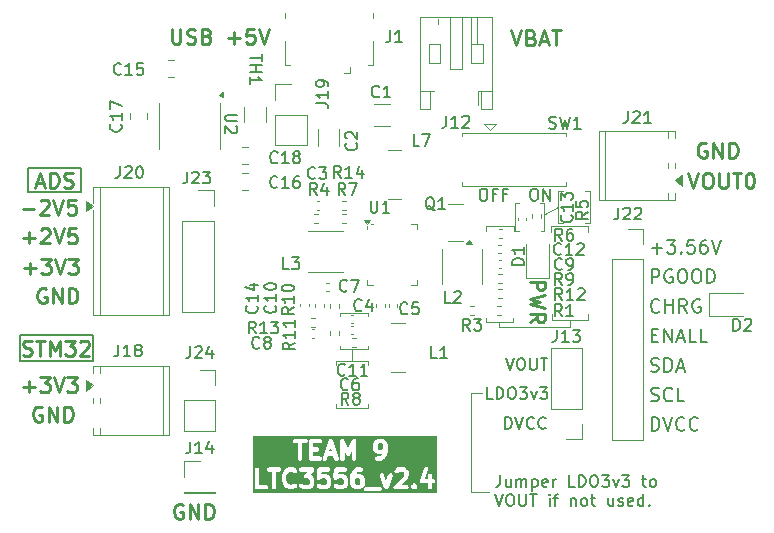
<source format=gbr>
%TF.GenerationSoftware,KiCad,Pcbnew,9.0.0-rc3*%
%TF.CreationDate,2025-02-21T17:02:01-08:00*%
%TF.ProjectId,LTC3556_v2.4,4c544333-3535-4365-9f76-322e342e6b69,rev?*%
%TF.SameCoordinates,Original*%
%TF.FileFunction,Legend,Top*%
%TF.FilePolarity,Positive*%
%FSLAX46Y46*%
G04 Gerber Fmt 4.6, Leading zero omitted, Abs format (unit mm)*
G04 Created by KiCad (PCBNEW 9.0.0-rc3) date 2025-02-21 17:02:01*
%MOMM*%
%LPD*%
G01*
G04 APERTURE LIST*
%ADD10C,0.100000*%
%ADD11C,0.200000*%
%ADD12C,0.254000*%
%ADD13C,0.150000*%
%ADD14C,0.375000*%
%ADD15C,0.120000*%
G04 APERTURE END LIST*
D10*
X151420000Y-105680000D02*
X151420000Y-105280000D01*
X149100000Y-105280000D02*
X149100000Y-105680000D01*
X137782500Y-108965000D02*
X137782500Y-108535000D01*
X156285000Y-106090000D02*
X156285000Y-105490000D01*
X139162500Y-112895000D02*
X139162500Y-112565000D01*
X154080000Y-97960000D02*
X153780000Y-97960000D01*
X151620000Y-95590000D02*
X151620000Y-97940000D01*
X155220000Y-97300000D02*
X155620000Y-97300000D01*
X155220000Y-94530000D02*
X155620000Y-94530000D01*
X154100000Y-96495000D02*
X155217500Y-95915000D01*
X150280000Y-106100000D02*
X156280000Y-106100000D01*
X157960000Y-97290000D02*
X157560000Y-97290000D01*
X155215000Y-97300000D02*
X155220000Y-94530000D01*
X154735000Y-105490000D02*
X157805000Y-105490000D01*
X154080000Y-95590000D02*
X153690000Y-95590000D01*
X151620000Y-97940000D02*
X151920000Y-97940000D01*
X139134500Y-112902000D02*
X136444500Y-112902000D01*
X151490000Y-97500000D02*
X149170000Y-97500000D01*
X136779000Y-107950000D02*
X139160000Y-107950000D01*
X139142500Y-108990000D02*
X139142500Y-109310000D01*
X157965000Y-94520000D02*
X157960000Y-97290000D01*
X157745000Y-98040000D02*
X157745000Y-97540000D01*
X147887500Y-111687500D02*
X148820000Y-111687500D01*
X137780000Y-108600000D02*
X137780000Y-107970000D01*
X139161000Y-104860000D02*
X136780000Y-104860000D01*
X136780000Y-104870000D02*
X136780000Y-105150000D01*
X154080000Y-95590000D02*
X154080000Y-97940000D01*
D11*
X110325000Y-92605000D02*
X114815000Y-92605000D01*
X114815000Y-94635000D01*
X110325000Y-94635000D01*
X110325000Y-92605000D01*
D10*
X136422500Y-108965000D02*
X136422500Y-109295000D01*
X154735000Y-104990000D02*
X154735000Y-105490000D01*
X147887500Y-120002500D02*
X147887500Y-111687500D01*
X157960000Y-94520000D02*
X157560000Y-94520000D01*
X150260000Y-105680000D02*
X150260000Y-106100000D01*
X136450500Y-108958000D02*
X139140500Y-108958000D01*
X157745000Y-97540000D02*
X154675000Y-97540000D01*
X149383750Y-120002500D02*
X147911250Y-120002500D01*
X154675000Y-97540000D02*
X154675000Y-98020000D01*
X136442500Y-112870000D02*
X136442500Y-112550000D01*
D11*
X109655000Y-106730000D02*
X115845000Y-106730000D01*
X115845000Y-108970000D01*
X109655000Y-108970000D01*
X109655000Y-106730000D01*
D10*
X136779000Y-107950000D02*
X136780000Y-107650000D01*
X139160000Y-107940000D02*
X139160000Y-107660000D01*
X151940000Y-95590000D02*
X151630000Y-95590000D01*
X151490000Y-97900000D02*
X151490000Y-97500000D01*
X145120000Y-79992500D02*
X145120000Y-80432500D01*
X149170000Y-97500000D02*
X149170000Y-97900000D01*
X157805000Y-105490000D02*
X157805000Y-105010000D01*
X139161000Y-104860000D02*
X139160000Y-105160000D01*
X149100000Y-105680000D02*
X151420000Y-105680000D01*
D11*
X149713363Y-112169719D02*
X149237173Y-112169719D01*
X149237173Y-112169719D02*
X149237173Y-111169719D01*
X150046697Y-112169719D02*
X150046697Y-111169719D01*
X150046697Y-111169719D02*
X150284792Y-111169719D01*
X150284792Y-111169719D02*
X150427649Y-111217338D01*
X150427649Y-111217338D02*
X150522887Y-111312576D01*
X150522887Y-111312576D02*
X150570506Y-111407814D01*
X150570506Y-111407814D02*
X150618125Y-111598290D01*
X150618125Y-111598290D02*
X150618125Y-111741147D01*
X150618125Y-111741147D02*
X150570506Y-111931623D01*
X150570506Y-111931623D02*
X150522887Y-112026861D01*
X150522887Y-112026861D02*
X150427649Y-112122100D01*
X150427649Y-112122100D02*
X150284792Y-112169719D01*
X150284792Y-112169719D02*
X150046697Y-112169719D01*
X151237173Y-111169719D02*
X151427649Y-111169719D01*
X151427649Y-111169719D02*
X151522887Y-111217338D01*
X151522887Y-111217338D02*
X151618125Y-111312576D01*
X151618125Y-111312576D02*
X151665744Y-111503052D01*
X151665744Y-111503052D02*
X151665744Y-111836385D01*
X151665744Y-111836385D02*
X151618125Y-112026861D01*
X151618125Y-112026861D02*
X151522887Y-112122100D01*
X151522887Y-112122100D02*
X151427649Y-112169719D01*
X151427649Y-112169719D02*
X151237173Y-112169719D01*
X151237173Y-112169719D02*
X151141935Y-112122100D01*
X151141935Y-112122100D02*
X151046697Y-112026861D01*
X151046697Y-112026861D02*
X150999078Y-111836385D01*
X150999078Y-111836385D02*
X150999078Y-111503052D01*
X150999078Y-111503052D02*
X151046697Y-111312576D01*
X151046697Y-111312576D02*
X151141935Y-111217338D01*
X151141935Y-111217338D02*
X151237173Y-111169719D01*
X151999078Y-111169719D02*
X152618125Y-111169719D01*
X152618125Y-111169719D02*
X152284792Y-111550671D01*
X152284792Y-111550671D02*
X152427649Y-111550671D01*
X152427649Y-111550671D02*
X152522887Y-111598290D01*
X152522887Y-111598290D02*
X152570506Y-111645909D01*
X152570506Y-111645909D02*
X152618125Y-111741147D01*
X152618125Y-111741147D02*
X152618125Y-111979242D01*
X152618125Y-111979242D02*
X152570506Y-112074480D01*
X152570506Y-112074480D02*
X152522887Y-112122100D01*
X152522887Y-112122100D02*
X152427649Y-112169719D01*
X152427649Y-112169719D02*
X152141935Y-112169719D01*
X152141935Y-112169719D02*
X152046697Y-112122100D01*
X152046697Y-112122100D02*
X151999078Y-112074480D01*
X152951459Y-111503052D02*
X153189554Y-112169719D01*
X153189554Y-112169719D02*
X153427649Y-111503052D01*
X153713364Y-111169719D02*
X154332411Y-111169719D01*
X154332411Y-111169719D02*
X153999078Y-111550671D01*
X153999078Y-111550671D02*
X154141935Y-111550671D01*
X154141935Y-111550671D02*
X154237173Y-111598290D01*
X154237173Y-111598290D02*
X154284792Y-111645909D01*
X154284792Y-111645909D02*
X154332411Y-111741147D01*
X154332411Y-111741147D02*
X154332411Y-111979242D01*
X154332411Y-111979242D02*
X154284792Y-112074480D01*
X154284792Y-112074480D02*
X154237173Y-112122100D01*
X154237173Y-112122100D02*
X154141935Y-112169719D01*
X154141935Y-112169719D02*
X153856221Y-112169719D01*
X153856221Y-112169719D02*
X153760983Y-112122100D01*
X153760983Y-112122100D02*
X153713364Y-112074480D01*
X163100625Y-109794100D02*
X163264911Y-109848861D01*
X163264911Y-109848861D02*
X163538720Y-109848861D01*
X163538720Y-109848861D02*
X163648244Y-109794100D01*
X163648244Y-109794100D02*
X163703006Y-109739338D01*
X163703006Y-109739338D02*
X163757768Y-109629814D01*
X163757768Y-109629814D02*
X163757768Y-109520290D01*
X163757768Y-109520290D02*
X163703006Y-109410766D01*
X163703006Y-109410766D02*
X163648244Y-109356004D01*
X163648244Y-109356004D02*
X163538720Y-109301242D01*
X163538720Y-109301242D02*
X163319673Y-109246480D01*
X163319673Y-109246480D02*
X163210149Y-109191719D01*
X163210149Y-109191719D02*
X163155387Y-109136957D01*
X163155387Y-109136957D02*
X163100625Y-109027433D01*
X163100625Y-109027433D02*
X163100625Y-108917909D01*
X163100625Y-108917909D02*
X163155387Y-108808385D01*
X163155387Y-108808385D02*
X163210149Y-108753623D01*
X163210149Y-108753623D02*
X163319673Y-108698861D01*
X163319673Y-108698861D02*
X163593482Y-108698861D01*
X163593482Y-108698861D02*
X163757768Y-108753623D01*
X164250625Y-109848861D02*
X164250625Y-108698861D01*
X164250625Y-108698861D02*
X164524435Y-108698861D01*
X164524435Y-108698861D02*
X164688720Y-108753623D01*
X164688720Y-108753623D02*
X164798244Y-108863147D01*
X164798244Y-108863147D02*
X164853006Y-108972671D01*
X164853006Y-108972671D02*
X164907768Y-109191719D01*
X164907768Y-109191719D02*
X164907768Y-109356004D01*
X164907768Y-109356004D02*
X164853006Y-109575052D01*
X164853006Y-109575052D02*
X164798244Y-109684576D01*
X164798244Y-109684576D02*
X164688720Y-109794100D01*
X164688720Y-109794100D02*
X164524435Y-109848861D01*
X164524435Y-109848861D02*
X164250625Y-109848861D01*
X165345863Y-109520290D02*
X165893482Y-109520290D01*
X165236339Y-109848861D02*
X165619673Y-108698861D01*
X165619673Y-108698861D02*
X166003006Y-109848861D01*
D12*
X111081704Y-93906461D02*
X111686466Y-93906461D01*
X110960752Y-94269318D02*
X111384085Y-92999318D01*
X111384085Y-92999318D02*
X111807419Y-94269318D01*
X112230751Y-94269318D02*
X112230751Y-92999318D01*
X112230751Y-92999318D02*
X112533132Y-92999318D01*
X112533132Y-92999318D02*
X112714561Y-93059794D01*
X112714561Y-93059794D02*
X112835513Y-93180746D01*
X112835513Y-93180746D02*
X112895990Y-93301699D01*
X112895990Y-93301699D02*
X112956466Y-93543603D01*
X112956466Y-93543603D02*
X112956466Y-93725032D01*
X112956466Y-93725032D02*
X112895990Y-93966937D01*
X112895990Y-93966937D02*
X112835513Y-94087889D01*
X112835513Y-94087889D02*
X112714561Y-94208842D01*
X112714561Y-94208842D02*
X112533132Y-94269318D01*
X112533132Y-94269318D02*
X112230751Y-94269318D01*
X113440275Y-94208842D02*
X113621704Y-94269318D01*
X113621704Y-94269318D02*
X113924085Y-94269318D01*
X113924085Y-94269318D02*
X114045037Y-94208842D01*
X114045037Y-94208842D02*
X114105513Y-94148365D01*
X114105513Y-94148365D02*
X114165990Y-94027413D01*
X114165990Y-94027413D02*
X114165990Y-93906461D01*
X114165990Y-93906461D02*
X114105513Y-93785508D01*
X114105513Y-93785508D02*
X114045037Y-93725032D01*
X114045037Y-93725032D02*
X113924085Y-93664556D01*
X113924085Y-93664556D02*
X113682180Y-93604080D01*
X113682180Y-93604080D02*
X113561228Y-93543603D01*
X113561228Y-93543603D02*
X113500751Y-93483127D01*
X113500751Y-93483127D02*
X113440275Y-93362175D01*
X113440275Y-93362175D02*
X113440275Y-93241222D01*
X113440275Y-93241222D02*
X113500751Y-93120270D01*
X113500751Y-93120270D02*
X113561228Y-93059794D01*
X113561228Y-93059794D02*
X113682180Y-92999318D01*
X113682180Y-92999318D02*
X113984561Y-92999318D01*
X113984561Y-92999318D02*
X114165990Y-93059794D01*
X109962179Y-108433842D02*
X110143608Y-108494318D01*
X110143608Y-108494318D02*
X110445989Y-108494318D01*
X110445989Y-108494318D02*
X110566941Y-108433842D01*
X110566941Y-108433842D02*
X110627417Y-108373365D01*
X110627417Y-108373365D02*
X110687894Y-108252413D01*
X110687894Y-108252413D02*
X110687894Y-108131461D01*
X110687894Y-108131461D02*
X110627417Y-108010508D01*
X110627417Y-108010508D02*
X110566941Y-107950032D01*
X110566941Y-107950032D02*
X110445989Y-107889556D01*
X110445989Y-107889556D02*
X110204084Y-107829080D01*
X110204084Y-107829080D02*
X110083132Y-107768603D01*
X110083132Y-107768603D02*
X110022655Y-107708127D01*
X110022655Y-107708127D02*
X109962179Y-107587175D01*
X109962179Y-107587175D02*
X109962179Y-107466222D01*
X109962179Y-107466222D02*
X110022655Y-107345270D01*
X110022655Y-107345270D02*
X110083132Y-107284794D01*
X110083132Y-107284794D02*
X110204084Y-107224318D01*
X110204084Y-107224318D02*
X110506465Y-107224318D01*
X110506465Y-107224318D02*
X110687894Y-107284794D01*
X111050751Y-107224318D02*
X111776465Y-107224318D01*
X111413608Y-108494318D02*
X111413608Y-107224318D01*
X112199798Y-108494318D02*
X112199798Y-107224318D01*
X112199798Y-107224318D02*
X112623132Y-108131461D01*
X112623132Y-108131461D02*
X113046465Y-107224318D01*
X113046465Y-107224318D02*
X113046465Y-108494318D01*
X113530275Y-107224318D02*
X114316466Y-107224318D01*
X114316466Y-107224318D02*
X113893132Y-107708127D01*
X113893132Y-107708127D02*
X114074561Y-107708127D01*
X114074561Y-107708127D02*
X114195513Y-107768603D01*
X114195513Y-107768603D02*
X114255989Y-107829080D01*
X114255989Y-107829080D02*
X114316466Y-107950032D01*
X114316466Y-107950032D02*
X114316466Y-108252413D01*
X114316466Y-108252413D02*
X114255989Y-108373365D01*
X114255989Y-108373365D02*
X114195513Y-108433842D01*
X114195513Y-108433842D02*
X114074561Y-108494318D01*
X114074561Y-108494318D02*
X113711704Y-108494318D01*
X113711704Y-108494318D02*
X113590751Y-108433842D01*
X113590751Y-108433842D02*
X113530275Y-108373365D01*
X114800275Y-107345270D02*
X114860751Y-107284794D01*
X114860751Y-107284794D02*
X114981704Y-107224318D01*
X114981704Y-107224318D02*
X115284085Y-107224318D01*
X115284085Y-107224318D02*
X115405037Y-107284794D01*
X115405037Y-107284794D02*
X115465513Y-107345270D01*
X115465513Y-107345270D02*
X115525990Y-107466222D01*
X115525990Y-107466222D02*
X115525990Y-107587175D01*
X115525990Y-107587175D02*
X115465513Y-107768603D01*
X115465513Y-107768603D02*
X114739799Y-108494318D01*
X114739799Y-108494318D02*
X115525990Y-108494318D01*
D13*
X148838095Y-94364819D02*
X149028571Y-94364819D01*
X149028571Y-94364819D02*
X149123809Y-94412438D01*
X149123809Y-94412438D02*
X149219047Y-94507676D01*
X149219047Y-94507676D02*
X149266666Y-94698152D01*
X149266666Y-94698152D02*
X149266666Y-95031485D01*
X149266666Y-95031485D02*
X149219047Y-95221961D01*
X149219047Y-95221961D02*
X149123809Y-95317200D01*
X149123809Y-95317200D02*
X149028571Y-95364819D01*
X149028571Y-95364819D02*
X148838095Y-95364819D01*
X148838095Y-95364819D02*
X148742857Y-95317200D01*
X148742857Y-95317200D02*
X148647619Y-95221961D01*
X148647619Y-95221961D02*
X148600000Y-95031485D01*
X148600000Y-95031485D02*
X148600000Y-94698152D01*
X148600000Y-94698152D02*
X148647619Y-94507676D01*
X148647619Y-94507676D02*
X148742857Y-94412438D01*
X148742857Y-94412438D02*
X148838095Y-94364819D01*
X150028571Y-94841009D02*
X149695238Y-94841009D01*
X149695238Y-95364819D02*
X149695238Y-94364819D01*
X149695238Y-94364819D02*
X150171428Y-94364819D01*
X150885714Y-94841009D02*
X150552381Y-94841009D01*
X150552381Y-95364819D02*
X150552381Y-94364819D01*
X150552381Y-94364819D02*
X151028571Y-94364819D01*
X153123810Y-94364819D02*
X153314286Y-94364819D01*
X153314286Y-94364819D02*
X153409524Y-94412438D01*
X153409524Y-94412438D02*
X153504762Y-94507676D01*
X153504762Y-94507676D02*
X153552381Y-94698152D01*
X153552381Y-94698152D02*
X153552381Y-95031485D01*
X153552381Y-95031485D02*
X153504762Y-95221961D01*
X153504762Y-95221961D02*
X153409524Y-95317200D01*
X153409524Y-95317200D02*
X153314286Y-95364819D01*
X153314286Y-95364819D02*
X153123810Y-95364819D01*
X153123810Y-95364819D02*
X153028572Y-95317200D01*
X153028572Y-95317200D02*
X152933334Y-95221961D01*
X152933334Y-95221961D02*
X152885715Y-95031485D01*
X152885715Y-95031485D02*
X152885715Y-94698152D01*
X152885715Y-94698152D02*
X152933334Y-94507676D01*
X152933334Y-94507676D02*
X153028572Y-94412438D01*
X153028572Y-94412438D02*
X153123810Y-94364819D01*
X153980953Y-95364819D02*
X153980953Y-94364819D01*
X153980953Y-94364819D02*
X154552381Y-95364819D01*
X154552381Y-95364819D02*
X154552381Y-94364819D01*
D11*
X163812530Y-104739338D02*
X163757768Y-104794100D01*
X163757768Y-104794100D02*
X163593482Y-104848861D01*
X163593482Y-104848861D02*
X163483958Y-104848861D01*
X163483958Y-104848861D02*
X163319673Y-104794100D01*
X163319673Y-104794100D02*
X163210149Y-104684576D01*
X163210149Y-104684576D02*
X163155387Y-104575052D01*
X163155387Y-104575052D02*
X163100625Y-104356004D01*
X163100625Y-104356004D02*
X163100625Y-104191719D01*
X163100625Y-104191719D02*
X163155387Y-103972671D01*
X163155387Y-103972671D02*
X163210149Y-103863147D01*
X163210149Y-103863147D02*
X163319673Y-103753623D01*
X163319673Y-103753623D02*
X163483958Y-103698861D01*
X163483958Y-103698861D02*
X163593482Y-103698861D01*
X163593482Y-103698861D02*
X163757768Y-103753623D01*
X163757768Y-103753623D02*
X163812530Y-103808385D01*
X164305387Y-104848861D02*
X164305387Y-103698861D01*
X164305387Y-104246480D02*
X164962530Y-104246480D01*
X164962530Y-104848861D02*
X164962530Y-103698861D01*
X166167292Y-104848861D02*
X165783959Y-104301242D01*
X165510149Y-104848861D02*
X165510149Y-103698861D01*
X165510149Y-103698861D02*
X165948244Y-103698861D01*
X165948244Y-103698861D02*
X166057768Y-103753623D01*
X166057768Y-103753623D02*
X166112530Y-103808385D01*
X166112530Y-103808385D02*
X166167292Y-103917909D01*
X166167292Y-103917909D02*
X166167292Y-104082195D01*
X166167292Y-104082195D02*
X166112530Y-104191719D01*
X166112530Y-104191719D02*
X166057768Y-104246480D01*
X166057768Y-104246480D02*
X165948244Y-104301242D01*
X165948244Y-104301242D02*
X165510149Y-104301242D01*
X167262530Y-103753623D02*
X167153006Y-103698861D01*
X167153006Y-103698861D02*
X166988720Y-103698861D01*
X166988720Y-103698861D02*
X166824435Y-103753623D01*
X166824435Y-103753623D02*
X166714911Y-103863147D01*
X166714911Y-103863147D02*
X166660149Y-103972671D01*
X166660149Y-103972671D02*
X166605387Y-104191719D01*
X166605387Y-104191719D02*
X166605387Y-104356004D01*
X166605387Y-104356004D02*
X166660149Y-104575052D01*
X166660149Y-104575052D02*
X166714911Y-104684576D01*
X166714911Y-104684576D02*
X166824435Y-104794100D01*
X166824435Y-104794100D02*
X166988720Y-104848861D01*
X166988720Y-104848861D02*
X167098244Y-104848861D01*
X167098244Y-104848861D02*
X167262530Y-104794100D01*
X167262530Y-104794100D02*
X167317292Y-104739338D01*
X167317292Y-104739338D02*
X167317292Y-104356004D01*
X167317292Y-104356004D02*
X167098244Y-104356004D01*
X163155387Y-102348861D02*
X163155387Y-101198861D01*
X163155387Y-101198861D02*
X163593482Y-101198861D01*
X163593482Y-101198861D02*
X163703006Y-101253623D01*
X163703006Y-101253623D02*
X163757768Y-101308385D01*
X163757768Y-101308385D02*
X163812530Y-101417909D01*
X163812530Y-101417909D02*
X163812530Y-101582195D01*
X163812530Y-101582195D02*
X163757768Y-101691719D01*
X163757768Y-101691719D02*
X163703006Y-101746480D01*
X163703006Y-101746480D02*
X163593482Y-101801242D01*
X163593482Y-101801242D02*
X163155387Y-101801242D01*
X164907768Y-101253623D02*
X164798244Y-101198861D01*
X164798244Y-101198861D02*
X164633958Y-101198861D01*
X164633958Y-101198861D02*
X164469673Y-101253623D01*
X164469673Y-101253623D02*
X164360149Y-101363147D01*
X164360149Y-101363147D02*
X164305387Y-101472671D01*
X164305387Y-101472671D02*
X164250625Y-101691719D01*
X164250625Y-101691719D02*
X164250625Y-101856004D01*
X164250625Y-101856004D02*
X164305387Y-102075052D01*
X164305387Y-102075052D02*
X164360149Y-102184576D01*
X164360149Y-102184576D02*
X164469673Y-102294100D01*
X164469673Y-102294100D02*
X164633958Y-102348861D01*
X164633958Y-102348861D02*
X164743482Y-102348861D01*
X164743482Y-102348861D02*
X164907768Y-102294100D01*
X164907768Y-102294100D02*
X164962530Y-102239338D01*
X164962530Y-102239338D02*
X164962530Y-101856004D01*
X164962530Y-101856004D02*
X164743482Y-101856004D01*
X165674435Y-101198861D02*
X165893482Y-101198861D01*
X165893482Y-101198861D02*
X166003006Y-101253623D01*
X166003006Y-101253623D02*
X166112530Y-101363147D01*
X166112530Y-101363147D02*
X166167292Y-101582195D01*
X166167292Y-101582195D02*
X166167292Y-101965528D01*
X166167292Y-101965528D02*
X166112530Y-102184576D01*
X166112530Y-102184576D02*
X166003006Y-102294100D01*
X166003006Y-102294100D02*
X165893482Y-102348861D01*
X165893482Y-102348861D02*
X165674435Y-102348861D01*
X165674435Y-102348861D02*
X165564911Y-102294100D01*
X165564911Y-102294100D02*
X165455387Y-102184576D01*
X165455387Y-102184576D02*
X165400625Y-101965528D01*
X165400625Y-101965528D02*
X165400625Y-101582195D01*
X165400625Y-101582195D02*
X165455387Y-101363147D01*
X165455387Y-101363147D02*
X165564911Y-101253623D01*
X165564911Y-101253623D02*
X165674435Y-101198861D01*
X166879197Y-101198861D02*
X167098244Y-101198861D01*
X167098244Y-101198861D02*
X167207768Y-101253623D01*
X167207768Y-101253623D02*
X167317292Y-101363147D01*
X167317292Y-101363147D02*
X167372054Y-101582195D01*
X167372054Y-101582195D02*
X167372054Y-101965528D01*
X167372054Y-101965528D02*
X167317292Y-102184576D01*
X167317292Y-102184576D02*
X167207768Y-102294100D01*
X167207768Y-102294100D02*
X167098244Y-102348861D01*
X167098244Y-102348861D02*
X166879197Y-102348861D01*
X166879197Y-102348861D02*
X166769673Y-102294100D01*
X166769673Y-102294100D02*
X166660149Y-102184576D01*
X166660149Y-102184576D02*
X166605387Y-101965528D01*
X166605387Y-101965528D02*
X166605387Y-101582195D01*
X166605387Y-101582195D02*
X166660149Y-101363147D01*
X166660149Y-101363147D02*
X166769673Y-101253623D01*
X166769673Y-101253623D02*
X166879197Y-101198861D01*
X167864911Y-102348861D02*
X167864911Y-101198861D01*
X167864911Y-101198861D02*
X168138721Y-101198861D01*
X168138721Y-101198861D02*
X168303006Y-101253623D01*
X168303006Y-101253623D02*
X168412530Y-101363147D01*
X168412530Y-101363147D02*
X168467292Y-101472671D01*
X168467292Y-101472671D02*
X168522054Y-101691719D01*
X168522054Y-101691719D02*
X168522054Y-101856004D01*
X168522054Y-101856004D02*
X168467292Y-102075052D01*
X168467292Y-102075052D02*
X168412530Y-102184576D01*
X168412530Y-102184576D02*
X168303006Y-102294100D01*
X168303006Y-102294100D02*
X168138721Y-102348861D01*
X168138721Y-102348861D02*
X167864911Y-102348861D01*
D12*
X167794724Y-90521844D02*
X167673771Y-90461368D01*
X167673771Y-90461368D02*
X167492343Y-90461368D01*
X167492343Y-90461368D02*
X167310914Y-90521844D01*
X167310914Y-90521844D02*
X167189962Y-90642796D01*
X167189962Y-90642796D02*
X167129485Y-90763749D01*
X167129485Y-90763749D02*
X167069009Y-91005653D01*
X167069009Y-91005653D02*
X167069009Y-91187082D01*
X167069009Y-91187082D02*
X167129485Y-91428987D01*
X167129485Y-91428987D02*
X167189962Y-91549939D01*
X167189962Y-91549939D02*
X167310914Y-91670892D01*
X167310914Y-91670892D02*
X167492343Y-91731368D01*
X167492343Y-91731368D02*
X167613295Y-91731368D01*
X167613295Y-91731368D02*
X167794724Y-91670892D01*
X167794724Y-91670892D02*
X167855200Y-91610415D01*
X167855200Y-91610415D02*
X167855200Y-91187082D01*
X167855200Y-91187082D02*
X167613295Y-91187082D01*
X168399485Y-91731368D02*
X168399485Y-90461368D01*
X168399485Y-90461368D02*
X169125200Y-91731368D01*
X169125200Y-91731368D02*
X169125200Y-90461368D01*
X169729961Y-91731368D02*
X169729961Y-90461368D01*
X169729961Y-90461368D02*
X170032342Y-90461368D01*
X170032342Y-90461368D02*
X170213771Y-90521844D01*
X170213771Y-90521844D02*
X170334723Y-90642796D01*
X170334723Y-90642796D02*
X170395200Y-90763749D01*
X170395200Y-90763749D02*
X170455676Y-91005653D01*
X170455676Y-91005653D02*
X170455676Y-91187082D01*
X170455676Y-91187082D02*
X170395200Y-91428987D01*
X170395200Y-91428987D02*
X170334723Y-91549939D01*
X170334723Y-91549939D02*
X170213771Y-91670892D01*
X170213771Y-91670892D02*
X170032342Y-91731368D01*
X170032342Y-91731368D02*
X169729961Y-91731368D01*
X111514724Y-112861844D02*
X111393771Y-112801368D01*
X111393771Y-112801368D02*
X111212343Y-112801368D01*
X111212343Y-112801368D02*
X111030914Y-112861844D01*
X111030914Y-112861844D02*
X110909962Y-112982796D01*
X110909962Y-112982796D02*
X110849485Y-113103749D01*
X110849485Y-113103749D02*
X110789009Y-113345653D01*
X110789009Y-113345653D02*
X110789009Y-113527082D01*
X110789009Y-113527082D02*
X110849485Y-113768987D01*
X110849485Y-113768987D02*
X110909962Y-113889939D01*
X110909962Y-113889939D02*
X111030914Y-114010892D01*
X111030914Y-114010892D02*
X111212343Y-114071368D01*
X111212343Y-114071368D02*
X111333295Y-114071368D01*
X111333295Y-114071368D02*
X111514724Y-114010892D01*
X111514724Y-114010892D02*
X111575200Y-113950415D01*
X111575200Y-113950415D02*
X111575200Y-113527082D01*
X111575200Y-113527082D02*
X111333295Y-113527082D01*
X112119485Y-114071368D02*
X112119485Y-112801368D01*
X112119485Y-112801368D02*
X112845200Y-114071368D01*
X112845200Y-114071368D02*
X112845200Y-112801368D01*
X113449961Y-114071368D02*
X113449961Y-112801368D01*
X113449961Y-112801368D02*
X113752342Y-112801368D01*
X113752342Y-112801368D02*
X113933771Y-112861844D01*
X113933771Y-112861844D02*
X114054723Y-112982796D01*
X114054723Y-112982796D02*
X114115200Y-113103749D01*
X114115200Y-113103749D02*
X114175676Y-113345653D01*
X114175676Y-113345653D02*
X114175676Y-113527082D01*
X114175676Y-113527082D02*
X114115200Y-113768987D01*
X114115200Y-113768987D02*
X114054723Y-113889939D01*
X114054723Y-113889939D02*
X113933771Y-114010892D01*
X113933771Y-114010892D02*
X113752342Y-114071368D01*
X113752342Y-114071368D02*
X113449961Y-114071368D01*
X152842631Y-102227485D02*
X154112631Y-102227485D01*
X154112631Y-102227485D02*
X154112631Y-102711295D01*
X154112631Y-102711295D02*
X154052155Y-102832247D01*
X154052155Y-102832247D02*
X153991679Y-102892724D01*
X153991679Y-102892724D02*
X153870727Y-102953200D01*
X153870727Y-102953200D02*
X153689298Y-102953200D01*
X153689298Y-102953200D02*
X153568346Y-102892724D01*
X153568346Y-102892724D02*
X153507869Y-102832247D01*
X153507869Y-102832247D02*
X153447393Y-102711295D01*
X153447393Y-102711295D02*
X153447393Y-102227485D01*
X154112631Y-103376533D02*
X152842631Y-103678914D01*
X152842631Y-103678914D02*
X153749774Y-103920819D01*
X153749774Y-103920819D02*
X152842631Y-104162724D01*
X152842631Y-104162724D02*
X154112631Y-104465105D01*
X152842631Y-105674629D02*
X153447393Y-105251295D01*
X152842631Y-104948914D02*
X154112631Y-104948914D01*
X154112631Y-104948914D02*
X154112631Y-105432724D01*
X154112631Y-105432724D02*
X154052155Y-105553676D01*
X154052155Y-105553676D02*
X153991679Y-105614153D01*
X153991679Y-105614153D02*
X153870727Y-105674629D01*
X153870727Y-105674629D02*
X153689298Y-105674629D01*
X153689298Y-105674629D02*
X153568346Y-105614153D01*
X153568346Y-105614153D02*
X153507869Y-105553676D01*
X153507869Y-105553676D02*
X153447393Y-105432724D01*
X153447393Y-105432724D02*
X153447393Y-104948914D01*
D14*
G36*
X138448498Y-118926383D02*
G01*
X138476895Y-118954780D01*
X138514923Y-119030834D01*
X138514923Y-119299450D01*
X138476895Y-119375504D01*
X138448498Y-119403901D01*
X138372445Y-119441928D01*
X138175256Y-119441928D01*
X138099205Y-119403903D01*
X138070804Y-119375501D01*
X138032780Y-119299452D01*
X138032780Y-119030832D01*
X138070804Y-118954783D01*
X138099205Y-118926381D01*
X138175256Y-118888357D01*
X138372445Y-118888357D01*
X138448498Y-118926383D01*
G37*
G36*
X140377069Y-115940038D02*
G01*
X140405468Y-115968436D01*
X140443495Y-116044489D01*
X140443495Y-116313105D01*
X140405467Y-116389159D01*
X140377070Y-116417557D01*
X140301017Y-116455584D01*
X140103829Y-116455584D01*
X140027776Y-116417557D01*
X139999376Y-116389156D01*
X139961352Y-116313107D01*
X139961352Y-116044487D01*
X139999376Y-115968437D01*
X140027775Y-115940039D01*
X140103829Y-115902012D01*
X140301017Y-115902012D01*
X140377069Y-115940038D01*
G37*
G36*
X136085139Y-116598441D02*
G01*
X135891137Y-116598441D01*
X135988138Y-116307439D01*
X136085139Y-116598441D01*
G37*
G36*
X145002390Y-120147285D02*
G01*
X129398852Y-120147285D01*
X129398852Y-118129428D01*
X129586352Y-118129428D01*
X129586352Y-119629428D01*
X129589955Y-119666007D01*
X129617951Y-119733597D01*
X129669683Y-119785329D01*
X129737273Y-119813325D01*
X129773852Y-119816928D01*
X130488138Y-119816928D01*
X130524717Y-119813325D01*
X130592307Y-119785329D01*
X130644039Y-119733597D01*
X130672035Y-119666007D01*
X130672035Y-119592849D01*
X130644039Y-119525259D01*
X130592307Y-119473527D01*
X130524717Y-119445531D01*
X130488138Y-119441928D01*
X129961352Y-119441928D01*
X129961352Y-118129428D01*
X129957749Y-118092849D01*
X130589956Y-118092849D01*
X130589956Y-118166007D01*
X130617952Y-118233597D01*
X130669684Y-118285329D01*
X130737274Y-118313325D01*
X130773853Y-118316928D01*
X131014924Y-118316928D01*
X131014924Y-119629428D01*
X131018527Y-119666007D01*
X131046523Y-119733597D01*
X131098255Y-119785329D01*
X131165845Y-119813325D01*
X131239003Y-119813325D01*
X131306593Y-119785329D01*
X131358325Y-119733597D01*
X131386321Y-119666007D01*
X131389924Y-119629428D01*
X131389924Y-118772285D01*
X131872067Y-118772285D01*
X131872067Y-118986571D01*
X131872695Y-118992952D01*
X131872289Y-118995685D01*
X131874313Y-119009376D01*
X131875670Y-119023150D01*
X131876727Y-119025701D01*
X131877665Y-119032046D01*
X131949093Y-119317760D01*
X131950058Y-119320461D01*
X131950154Y-119321809D01*
X131955974Y-119337019D01*
X131961460Y-119352373D01*
X131962265Y-119353459D01*
X131963290Y-119356138D01*
X132034719Y-119498995D01*
X132044631Y-119514741D01*
X132046524Y-119519311D01*
X132050747Y-119524457D01*
X132054300Y-119530101D01*
X132058042Y-119533346D01*
X132069841Y-119547724D01*
X132212698Y-119690582D01*
X132241111Y-119713900D01*
X132247336Y-119716478D01*
X132252426Y-119720893D01*
X132285989Y-119735878D01*
X132500275Y-119807306D01*
X132518412Y-119811429D01*
X132522988Y-119813325D01*
X132529621Y-119813978D01*
X132536116Y-119815455D01*
X132541052Y-119815104D01*
X132559567Y-119816928D01*
X132702424Y-119816928D01*
X132720938Y-119815104D01*
X132725875Y-119815455D01*
X132732369Y-119813978D01*
X132739003Y-119813325D01*
X132743578Y-119811429D01*
X132761716Y-119807306D01*
X132976002Y-119735878D01*
X133009565Y-119720893D01*
X133014656Y-119716477D01*
X133020881Y-119713899D01*
X133049293Y-119690582D01*
X133120721Y-119619153D01*
X133144039Y-119590740D01*
X133172035Y-119523150D01*
X133172035Y-119449990D01*
X133144037Y-119382400D01*
X133092306Y-119330670D01*
X133024717Y-119302674D01*
X132951557Y-119302674D01*
X132883967Y-119330672D01*
X132855554Y-119353990D01*
X132815425Y-119394119D01*
X132671998Y-119441928D01*
X132589993Y-119441928D01*
X132446565Y-119394119D01*
X132356521Y-119304075D01*
X132307905Y-119206841D01*
X132247067Y-118963488D01*
X132247067Y-118795367D01*
X132307905Y-118552014D01*
X132356520Y-118454782D01*
X132446565Y-118364737D01*
X132589994Y-118316928D01*
X132671997Y-118316928D01*
X132815425Y-118364737D01*
X132855555Y-118404867D01*
X132883968Y-118428185D01*
X132951558Y-118456182D01*
X133024718Y-118456182D01*
X133092307Y-118428185D01*
X133144038Y-118376454D01*
X133172035Y-118308865D01*
X133172035Y-118235705D01*
X133144038Y-118168115D01*
X133120720Y-118139702D01*
X133073868Y-118092849D01*
X133304241Y-118092849D01*
X133304241Y-118166007D01*
X133332237Y-118233597D01*
X133383969Y-118285329D01*
X133451559Y-118313325D01*
X133488138Y-118316928D01*
X134003504Y-118316928D01*
X133775602Y-118577387D01*
X133764299Y-118593197D01*
X133760809Y-118596688D01*
X133759437Y-118599998D01*
X133754226Y-118607289D01*
X133744469Y-118636136D01*
X133732813Y-118664278D01*
X133732813Y-118670600D01*
X133730787Y-118676591D01*
X133732813Y-118706984D01*
X133732813Y-118737436D01*
X133735232Y-118743276D01*
X133735653Y-118749589D01*
X133749154Y-118776888D01*
X133760809Y-118805026D01*
X133765282Y-118809499D01*
X133768085Y-118815166D01*
X133790997Y-118835214D01*
X133812541Y-118856758D01*
X133818384Y-118859178D01*
X133823142Y-118863341D01*
X133851989Y-118873097D01*
X133880131Y-118884754D01*
X133889051Y-118885632D01*
X133892444Y-118886780D01*
X133897367Y-118886451D01*
X133916710Y-118888357D01*
X134086732Y-118888357D01*
X134162785Y-118926383D01*
X134191182Y-118954780D01*
X134229210Y-119030834D01*
X134229210Y-119299450D01*
X134191182Y-119375504D01*
X134162785Y-119403901D01*
X134086732Y-119441928D01*
X133746686Y-119441928D01*
X133670635Y-119403903D01*
X133620721Y-119353988D01*
X133592308Y-119330671D01*
X133524718Y-119302674D01*
X133451558Y-119302674D01*
X133383968Y-119330671D01*
X133332238Y-119382401D01*
X133304241Y-119449991D01*
X133304241Y-119523151D01*
X133332238Y-119590741D01*
X133355555Y-119619154D01*
X133426985Y-119690583D01*
X133441365Y-119702384D01*
X133444609Y-119706124D01*
X133450248Y-119709673D01*
X133455398Y-119713900D01*
X133459970Y-119715794D01*
X133475715Y-119725705D01*
X133618572Y-119797133D01*
X133652901Y-119810269D01*
X133659620Y-119810746D01*
X133665845Y-119813325D01*
X133702424Y-119816928D01*
X134130995Y-119816928D01*
X134167574Y-119813325D01*
X134173799Y-119810746D01*
X134180518Y-119810269D01*
X134214847Y-119797134D01*
X134357705Y-119725705D01*
X134373449Y-119715793D01*
X134378024Y-119713899D01*
X134383174Y-119709672D01*
X134388811Y-119706124D01*
X134392053Y-119702385D01*
X134406436Y-119690582D01*
X134477864Y-119619153D01*
X134489664Y-119604774D01*
X134493405Y-119601530D01*
X134496954Y-119595890D01*
X134501182Y-119590740D01*
X134503076Y-119586165D01*
X134512986Y-119570424D01*
X134584415Y-119427567D01*
X134597551Y-119393239D01*
X134598028Y-119386517D01*
X134600607Y-119380293D01*
X134604210Y-119343714D01*
X134604210Y-118986571D01*
X134600607Y-118949992D01*
X134598028Y-118943767D01*
X134597551Y-118937046D01*
X134584415Y-118902718D01*
X134563962Y-118861813D01*
X134801514Y-118861813D01*
X134804240Y-118870850D01*
X134804241Y-118880295D01*
X134814730Y-118905617D01*
X134822646Y-118931853D01*
X134828625Y-118939161D01*
X134832239Y-118947885D01*
X134851616Y-118967262D01*
X134868973Y-118988476D01*
X134877295Y-118992940D01*
X134883970Y-118999615D01*
X134909289Y-119010103D01*
X134933442Y-119023059D01*
X134942834Y-119023998D01*
X134951559Y-119027612D01*
X134978971Y-119027611D01*
X135006237Y-119030338D01*
X135015274Y-119027611D01*
X135024719Y-119027611D01*
X135050041Y-119017121D01*
X135076277Y-119009206D01*
X135083585Y-119003226D01*
X135092309Y-118999613D01*
X135120721Y-118976296D01*
X135170632Y-118926383D01*
X135246686Y-118888357D01*
X135515303Y-118888357D01*
X135591356Y-118926383D01*
X135619753Y-118954780D01*
X135657781Y-119030834D01*
X135657781Y-119299450D01*
X135619753Y-119375504D01*
X135591356Y-119403901D01*
X135515303Y-119441928D01*
X135246686Y-119441928D01*
X135170632Y-119403901D01*
X135120721Y-119353989D01*
X135092309Y-119330672D01*
X135024719Y-119302674D01*
X134951559Y-119302673D01*
X134883970Y-119330670D01*
X134832239Y-119382400D01*
X134804241Y-119449990D01*
X134804240Y-119523150D01*
X134832237Y-119590739D01*
X134855555Y-119619153D01*
X134926982Y-119690581D01*
X134941364Y-119702384D01*
X134944608Y-119706124D01*
X134950245Y-119709673D01*
X134955395Y-119713899D01*
X134959967Y-119715792D01*
X134975714Y-119725706D01*
X135118573Y-119797134D01*
X135152901Y-119810270D01*
X135159622Y-119810747D01*
X135165845Y-119813325D01*
X135202424Y-119816928D01*
X135559566Y-119816928D01*
X135596145Y-119813325D01*
X135602370Y-119810746D01*
X135609089Y-119810269D01*
X135643418Y-119797134D01*
X135786276Y-119725705D01*
X135802020Y-119715793D01*
X135806595Y-119713899D01*
X135811745Y-119709672D01*
X135817382Y-119706124D01*
X135820624Y-119702385D01*
X135835007Y-119690582D01*
X135906435Y-119619153D01*
X135918235Y-119604774D01*
X135921976Y-119601530D01*
X135925525Y-119595890D01*
X135929753Y-119590740D01*
X135931647Y-119586165D01*
X135941557Y-119570424D01*
X136012986Y-119427567D01*
X136026122Y-119393239D01*
X136026599Y-119386517D01*
X136029178Y-119380293D01*
X136032781Y-119343714D01*
X136032781Y-118986571D01*
X136029178Y-118949992D01*
X136026599Y-118943767D01*
X136026122Y-118937046D01*
X136012986Y-118902718D01*
X135992533Y-118861813D01*
X136230085Y-118861813D01*
X136232811Y-118870850D01*
X136232812Y-118880295D01*
X136243301Y-118905617D01*
X136251217Y-118931853D01*
X136257196Y-118939161D01*
X136260810Y-118947885D01*
X136280187Y-118967262D01*
X136297544Y-118988476D01*
X136305866Y-118992940D01*
X136312541Y-118999615D01*
X136337860Y-119010103D01*
X136362013Y-119023059D01*
X136371405Y-119023998D01*
X136380130Y-119027612D01*
X136407542Y-119027611D01*
X136434808Y-119030338D01*
X136443845Y-119027611D01*
X136453290Y-119027611D01*
X136478612Y-119017121D01*
X136504848Y-119009206D01*
X136512156Y-119003226D01*
X136520880Y-118999613D01*
X136549292Y-118976296D01*
X136599203Y-118926383D01*
X136675257Y-118888357D01*
X136943874Y-118888357D01*
X137019927Y-118926383D01*
X137048324Y-118954780D01*
X137086352Y-119030834D01*
X137086352Y-119299450D01*
X137048324Y-119375504D01*
X137019927Y-119403901D01*
X136943874Y-119441928D01*
X136675257Y-119441928D01*
X136599203Y-119403901D01*
X136549292Y-119353989D01*
X136520880Y-119330672D01*
X136453290Y-119302674D01*
X136380130Y-119302673D01*
X136312541Y-119330670D01*
X136260810Y-119382400D01*
X136232812Y-119449990D01*
X136232811Y-119523150D01*
X136260808Y-119590739D01*
X136284126Y-119619153D01*
X136355553Y-119690581D01*
X136369935Y-119702384D01*
X136373179Y-119706124D01*
X136378816Y-119709673D01*
X136383966Y-119713899D01*
X136388538Y-119715792D01*
X136404285Y-119725706D01*
X136547144Y-119797134D01*
X136581472Y-119810270D01*
X136588193Y-119810747D01*
X136594416Y-119813325D01*
X136630995Y-119816928D01*
X136988137Y-119816928D01*
X137024716Y-119813325D01*
X137030941Y-119810746D01*
X137037660Y-119810269D01*
X137071989Y-119797134D01*
X137214847Y-119725705D01*
X137230591Y-119715793D01*
X137235166Y-119713899D01*
X137240316Y-119709672D01*
X137245953Y-119706124D01*
X137249195Y-119702385D01*
X137263578Y-119690582D01*
X137335006Y-119619153D01*
X137346806Y-119604774D01*
X137350547Y-119601530D01*
X137354096Y-119595890D01*
X137358324Y-119590740D01*
X137360218Y-119586165D01*
X137370128Y-119570424D01*
X137441557Y-119427567D01*
X137454693Y-119393239D01*
X137455170Y-119386517D01*
X137457749Y-119380293D01*
X137461352Y-119343714D01*
X137461352Y-118986571D01*
X137457749Y-118949992D01*
X137455170Y-118943767D01*
X137454693Y-118937046D01*
X137441557Y-118902718D01*
X137376340Y-118772285D01*
X137657780Y-118772285D01*
X137657780Y-119343714D01*
X137661383Y-119380293D01*
X137663961Y-119386517D01*
X137664439Y-119393237D01*
X137677575Y-119427566D01*
X137749003Y-119570423D01*
X137758912Y-119586165D01*
X137760808Y-119590741D01*
X137765036Y-119595894D01*
X137768584Y-119601529D01*
X137772321Y-119604770D01*
X137784125Y-119619154D01*
X137855555Y-119690583D01*
X137869935Y-119702384D01*
X137873179Y-119706124D01*
X137878818Y-119709673D01*
X137883968Y-119713900D01*
X137888540Y-119715794D01*
X137904285Y-119725705D01*
X138047142Y-119797133D01*
X138081471Y-119810269D01*
X138088190Y-119810746D01*
X138094415Y-119813325D01*
X138130994Y-119816928D01*
X138416708Y-119816928D01*
X138453287Y-119813325D01*
X138459512Y-119810746D01*
X138466231Y-119810269D01*
X138500560Y-119797134D01*
X138623416Y-119735706D01*
X138804240Y-119735706D01*
X138804240Y-119808864D01*
X138832236Y-119876454D01*
X138883968Y-119928186D01*
X138951558Y-119956182D01*
X138988137Y-119959785D01*
X140130994Y-119959785D01*
X140167573Y-119956182D01*
X140235163Y-119928186D01*
X140286895Y-119876454D01*
X140314891Y-119808864D01*
X140314891Y-119735706D01*
X140286895Y-119668116D01*
X140235163Y-119616384D01*
X140167573Y-119588388D01*
X140130994Y-119584785D01*
X138988137Y-119584785D01*
X138951558Y-119588388D01*
X138883968Y-119616384D01*
X138832236Y-119668116D01*
X138804240Y-119735706D01*
X138623416Y-119735706D01*
X138643418Y-119725705D01*
X138659162Y-119715793D01*
X138663737Y-119713899D01*
X138668887Y-119709672D01*
X138674524Y-119706124D01*
X138677766Y-119702385D01*
X138692149Y-119690582D01*
X138763577Y-119619153D01*
X138775377Y-119604774D01*
X138779118Y-119601530D01*
X138782667Y-119595890D01*
X138786895Y-119590740D01*
X138788789Y-119586165D01*
X138798699Y-119570424D01*
X138870128Y-119427567D01*
X138883264Y-119393239D01*
X138883741Y-119386517D01*
X138886320Y-119380293D01*
X138889923Y-119343714D01*
X138889923Y-118986571D01*
X138886320Y-118949992D01*
X138883741Y-118943767D01*
X138883264Y-118937046D01*
X138870128Y-118902718D01*
X138798699Y-118759861D01*
X138788789Y-118744119D01*
X138786895Y-118739545D01*
X138782667Y-118734394D01*
X138779118Y-118728755D01*
X138775377Y-118725510D01*
X138763577Y-118711132D01*
X138709277Y-118656831D01*
X140159793Y-118656831D01*
X140168702Y-118692491D01*
X140525845Y-119692491D01*
X140541541Y-119725727D01*
X140547855Y-119732702D01*
X140551886Y-119741211D01*
X140572229Y-119759626D01*
X140590639Y-119779963D01*
X140599144Y-119783992D01*
X140606123Y-119790309D01*
X140631961Y-119799536D01*
X140656757Y-119811282D01*
X140666157Y-119811749D01*
X140675019Y-119814914D01*
X140702422Y-119813551D01*
X140729825Y-119814914D01*
X140738686Y-119811749D01*
X140748087Y-119811282D01*
X140772885Y-119799535D01*
X140798721Y-119790309D01*
X140805696Y-119783994D01*
X140814205Y-119779964D01*
X140832620Y-119759620D01*
X140852957Y-119741211D01*
X140856986Y-119732705D01*
X140863303Y-119725727D01*
X140878999Y-119692491D01*
X140914586Y-119592848D01*
X141304239Y-119592848D01*
X141304239Y-119666008D01*
X141306969Y-119672599D01*
X141332235Y-119733597D01*
X141383967Y-119785329D01*
X141423560Y-119801728D01*
X141451556Y-119813325D01*
X141451557Y-119813325D01*
X141488136Y-119816928D01*
X142416708Y-119816928D01*
X142453287Y-119813325D01*
X142520877Y-119785329D01*
X142572609Y-119733597D01*
X142600605Y-119666007D01*
X142600605Y-119592849D01*
X142572609Y-119525259D01*
X142568771Y-119521421D01*
X142804238Y-119521421D01*
X142804239Y-119594581D01*
X142813271Y-119616384D01*
X142832236Y-119662170D01*
X142855553Y-119690583D01*
X142926981Y-119762010D01*
X142955393Y-119785327D01*
X142955395Y-119785329D01*
X142994987Y-119801728D01*
X143022983Y-119813325D01*
X143096143Y-119813326D01*
X143151710Y-119790309D01*
X143163733Y-119785329D01*
X143163737Y-119785324D01*
X143192146Y-119762011D01*
X143263574Y-119690584D01*
X143286892Y-119662171D01*
X143286893Y-119662170D01*
X143305858Y-119616384D01*
X143314890Y-119594581D01*
X143314890Y-119521421D01*
X143310168Y-119510022D01*
X143295052Y-119473527D01*
X143286894Y-119453832D01*
X143286892Y-119453830D01*
X143263576Y-119425418D01*
X143192147Y-119353988D01*
X143163734Y-119330671D01*
X143163733Y-119330670D01*
X143124140Y-119314270D01*
X143096144Y-119302674D01*
X143096143Y-119302674D01*
X143022983Y-119302674D01*
X143002951Y-119310972D01*
X142994988Y-119314270D01*
X142955395Y-119330670D01*
X142955393Y-119330672D01*
X142926980Y-119353990D01*
X142855553Y-119425418D01*
X142832239Y-119453826D01*
X142832236Y-119453830D01*
X142832235Y-119453831D01*
X142832235Y-119453832D01*
X142804238Y-119521421D01*
X142568771Y-119521421D01*
X142520877Y-119473527D01*
X142453287Y-119445531D01*
X142416708Y-119441928D01*
X141940802Y-119441928D01*
X142276753Y-119105976D01*
X143516395Y-119105976D01*
X143518525Y-119135954D01*
X143518525Y-119166007D01*
X143521102Y-119172229D01*
X143521580Y-119178951D01*
X143535022Y-119205836D01*
X143546521Y-119233597D01*
X143551284Y-119238360D01*
X143554298Y-119244388D01*
X143577005Y-119264081D01*
X143598253Y-119285329D01*
X143604477Y-119287907D01*
X143609567Y-119292321D01*
X143638076Y-119301824D01*
X143665843Y-119313325D01*
X143675405Y-119314266D01*
X143678970Y-119315455D01*
X143683906Y-119315104D01*
X143702422Y-119316928D01*
X144229208Y-119316928D01*
X144229208Y-119629428D01*
X144232811Y-119666007D01*
X144260807Y-119733597D01*
X144312539Y-119785329D01*
X144380129Y-119813325D01*
X144453287Y-119813325D01*
X144520877Y-119785329D01*
X144572609Y-119733597D01*
X144600605Y-119666007D01*
X144604208Y-119629428D01*
X144604208Y-119316928D01*
X144630993Y-119316928D01*
X144667572Y-119313325D01*
X144735162Y-119285329D01*
X144786894Y-119233597D01*
X144814890Y-119166007D01*
X144814890Y-119092849D01*
X144786894Y-119025259D01*
X144735162Y-118973527D01*
X144667572Y-118945531D01*
X144630993Y-118941928D01*
X144604208Y-118941928D01*
X144604208Y-118629428D01*
X144600605Y-118592849D01*
X144572609Y-118525259D01*
X144520877Y-118473527D01*
X144453287Y-118445531D01*
X144380129Y-118445531D01*
X144312539Y-118473527D01*
X144260807Y-118525259D01*
X144232811Y-118592849D01*
X144229208Y-118629428D01*
X144229208Y-118941928D01*
X143962564Y-118941928D01*
X144237443Y-118117293D01*
X144245592Y-118081452D01*
X144240407Y-118008477D01*
X144207689Y-117943041D01*
X144152420Y-117895108D01*
X144083016Y-117871973D01*
X144010042Y-117877159D01*
X143944605Y-117909877D01*
X143896672Y-117965145D01*
X143881687Y-117998708D01*
X143524544Y-119070135D01*
X143520419Y-119088274D01*
X143518525Y-119092849D01*
X143518525Y-119096607D01*
X143516395Y-119105976D01*
X142276753Y-119105976D01*
X142477861Y-118904868D01*
X142501179Y-118876455D01*
X142503757Y-118870229D01*
X142508171Y-118865141D01*
X142523157Y-118831578D01*
X142594586Y-118617294D01*
X142598710Y-118599152D01*
X142600605Y-118594579D01*
X142601258Y-118587947D01*
X142602735Y-118581452D01*
X142602384Y-118576515D01*
X142604208Y-118558000D01*
X142604208Y-118415142D01*
X142600605Y-118378563D01*
X142598026Y-118372338D01*
X142597549Y-118365617D01*
X142584413Y-118331289D01*
X142512984Y-118188432D01*
X142503073Y-118172687D01*
X142501179Y-118168115D01*
X142496953Y-118162966D01*
X142493403Y-118157326D01*
X142489661Y-118154081D01*
X142477861Y-118139702D01*
X142406434Y-118068274D01*
X142392050Y-118056469D01*
X142388809Y-118052733D01*
X142383174Y-118049185D01*
X142378021Y-118044957D01*
X142373445Y-118043061D01*
X142357703Y-118033152D01*
X142214846Y-117961723D01*
X142180517Y-117948587D01*
X142173796Y-117948109D01*
X142167572Y-117945531D01*
X142130993Y-117941928D01*
X141773851Y-117941928D01*
X141737272Y-117945531D01*
X141731047Y-117948109D01*
X141724327Y-117948587D01*
X141689998Y-117961723D01*
X141547140Y-118033152D01*
X141531397Y-118043062D01*
X141526823Y-118044957D01*
X141521671Y-118049184D01*
X141516035Y-118052733D01*
X141512792Y-118056471D01*
X141498410Y-118068275D01*
X141426982Y-118139702D01*
X141403665Y-118168115D01*
X141375668Y-118235705D01*
X141375668Y-118308865D01*
X141403665Y-118376455D01*
X141455395Y-118428185D01*
X141522985Y-118456182D01*
X141596145Y-118456182D01*
X141663735Y-118428185D01*
X141692148Y-118404868D01*
X141742060Y-118354954D01*
X141818113Y-118316928D01*
X142086730Y-118316928D01*
X142162782Y-118354954D01*
X142191181Y-118383352D01*
X142229208Y-118459405D01*
X142229208Y-118527572D01*
X142181398Y-118671000D01*
X141355553Y-119496845D01*
X141332237Y-119525257D01*
X141332235Y-119525259D01*
X141328387Y-119534549D01*
X141304239Y-119592848D01*
X140914586Y-119592848D01*
X141236142Y-118692491D01*
X141245051Y-118656831D01*
X141241419Y-118583763D01*
X141210100Y-118517645D01*
X141155864Y-118468547D01*
X141086968Y-118443942D01*
X141013900Y-118447574D01*
X140947782Y-118478893D01*
X140898684Y-118533129D01*
X140882988Y-118566365D01*
X140702422Y-119071949D01*
X140521856Y-118566365D01*
X140506160Y-118533129D01*
X140457062Y-118478892D01*
X140390944Y-118447574D01*
X140317876Y-118443942D01*
X140248980Y-118468547D01*
X140194743Y-118517645D01*
X140163425Y-118583763D01*
X140159793Y-118656831D01*
X138709277Y-118656831D01*
X138692149Y-118639703D01*
X138677766Y-118627899D01*
X138674524Y-118624161D01*
X138668887Y-118620612D01*
X138663737Y-118616386D01*
X138659162Y-118614491D01*
X138643418Y-118604580D01*
X138500560Y-118533151D01*
X138466231Y-118520016D01*
X138459512Y-118519538D01*
X138453287Y-118516960D01*
X138416708Y-118513357D01*
X138130994Y-118513357D01*
X138123720Y-118514073D01*
X138205275Y-118391741D01*
X138242061Y-118354954D01*
X138318114Y-118316928D01*
X138559566Y-118316928D01*
X138596145Y-118313325D01*
X138663735Y-118285329D01*
X138715467Y-118233597D01*
X138743463Y-118166007D01*
X138743463Y-118092849D01*
X138715467Y-118025259D01*
X138663735Y-117973527D01*
X138596145Y-117945531D01*
X138559566Y-117941928D01*
X138273851Y-117941928D01*
X138237272Y-117945531D01*
X138231047Y-117948109D01*
X138224326Y-117948587D01*
X138189998Y-117961723D01*
X138047141Y-118033152D01*
X138031396Y-118043062D01*
X138026824Y-118044957D01*
X138021675Y-118049182D01*
X138016035Y-118052733D01*
X138012790Y-118056474D01*
X137998411Y-118068275D01*
X137926983Y-118139702D01*
X137926896Y-118139807D01*
X137926845Y-118139842D01*
X137915603Y-118153568D01*
X137903666Y-118168115D01*
X137903640Y-118168175D01*
X137903557Y-118168278D01*
X137760699Y-118382564D01*
X137749929Y-118402762D01*
X137747173Y-118406483D01*
X137745602Y-118410877D01*
X137743406Y-118414998D01*
X137742506Y-118419542D01*
X137734806Y-118441096D01*
X137663378Y-118726810D01*
X137662440Y-118733154D01*
X137661383Y-118735706D01*
X137660026Y-118749479D01*
X137658002Y-118763171D01*
X137658408Y-118765903D01*
X137657780Y-118772285D01*
X137376340Y-118772285D01*
X137370128Y-118759861D01*
X137360218Y-118744119D01*
X137358324Y-118739545D01*
X137354096Y-118734394D01*
X137350547Y-118728755D01*
X137346806Y-118725510D01*
X137335006Y-118711132D01*
X137263578Y-118639703D01*
X137249195Y-118627899D01*
X137245953Y-118624161D01*
X137240316Y-118620612D01*
X137235166Y-118616386D01*
X137230591Y-118614491D01*
X137214847Y-118604580D01*
X137071989Y-118533151D01*
X137037660Y-118520016D01*
X137030941Y-118519538D01*
X137024716Y-118516960D01*
X136988137Y-118513357D01*
X136638179Y-118513357D01*
X136657822Y-118316928D01*
X137202423Y-118316928D01*
X137239002Y-118313325D01*
X137306592Y-118285329D01*
X137358324Y-118233597D01*
X137386320Y-118166007D01*
X137386320Y-118092849D01*
X137358324Y-118025259D01*
X137306592Y-117973527D01*
X137239002Y-117945531D01*
X137202423Y-117941928D01*
X136488137Y-117941928D01*
X136474605Y-117943260D01*
X136470038Y-117942804D01*
X136465576Y-117944150D01*
X136451558Y-117945531D01*
X136426234Y-117956020D01*
X136399998Y-117963936D01*
X136392692Y-117969913D01*
X136383968Y-117973527D01*
X136364583Y-117992911D01*
X136343375Y-118010264D01*
X136338912Y-118018582D01*
X136332236Y-118025259D01*
X136321746Y-118050583D01*
X136308792Y-118074733D01*
X136306023Y-118088543D01*
X136304240Y-118092849D01*
X136304240Y-118097438D01*
X136301567Y-118110772D01*
X136230140Y-118825057D01*
X136230085Y-118861813D01*
X135992533Y-118861813D01*
X135941557Y-118759861D01*
X135931647Y-118744119D01*
X135929753Y-118739545D01*
X135925525Y-118734394D01*
X135921976Y-118728755D01*
X135918235Y-118725510D01*
X135906435Y-118711132D01*
X135835007Y-118639703D01*
X135820624Y-118627899D01*
X135817382Y-118624161D01*
X135811745Y-118620612D01*
X135806595Y-118616386D01*
X135802020Y-118614491D01*
X135786276Y-118604580D01*
X135643418Y-118533151D01*
X135609089Y-118520016D01*
X135602370Y-118519538D01*
X135596145Y-118516960D01*
X135559566Y-118513357D01*
X135209608Y-118513357D01*
X135229251Y-118316928D01*
X135773852Y-118316928D01*
X135810431Y-118313325D01*
X135878021Y-118285329D01*
X135929753Y-118233597D01*
X135957749Y-118166007D01*
X135957749Y-118092849D01*
X135929753Y-118025259D01*
X135878021Y-117973527D01*
X135810431Y-117945531D01*
X135773852Y-117941928D01*
X135059566Y-117941928D01*
X135046034Y-117943260D01*
X135041467Y-117942804D01*
X135037005Y-117944150D01*
X135022987Y-117945531D01*
X134997663Y-117956020D01*
X134971427Y-117963936D01*
X134964121Y-117969913D01*
X134955397Y-117973527D01*
X134936012Y-117992911D01*
X134914804Y-118010264D01*
X134910341Y-118018582D01*
X134903665Y-118025259D01*
X134893175Y-118050583D01*
X134880221Y-118074733D01*
X134877452Y-118088543D01*
X134875669Y-118092849D01*
X134875669Y-118097438D01*
X134872996Y-118110772D01*
X134801569Y-118825057D01*
X134801514Y-118861813D01*
X134563962Y-118861813D01*
X134512986Y-118759861D01*
X134503076Y-118744119D01*
X134501182Y-118739545D01*
X134496954Y-118734394D01*
X134493405Y-118728755D01*
X134489664Y-118725510D01*
X134477864Y-118711132D01*
X134406436Y-118639703D01*
X134392053Y-118627899D01*
X134388811Y-118624161D01*
X134383174Y-118620612D01*
X134378024Y-118616386D01*
X134373449Y-118614491D01*
X134357705Y-118604580D01*
X134282846Y-118567150D01*
X134557818Y-118252898D01*
X134569121Y-118237086D01*
X134572611Y-118233597D01*
X134573981Y-118230288D01*
X134579194Y-118222997D01*
X134588952Y-118194144D01*
X134600607Y-118166007D01*
X134600607Y-118159685D01*
X134602633Y-118153695D01*
X134600607Y-118123307D01*
X134600607Y-118092849D01*
X134598186Y-118087005D01*
X134597766Y-118080697D01*
X134584270Y-118053407D01*
X134572611Y-118025259D01*
X134568137Y-118020785D01*
X134565335Y-118015119D01*
X134542422Y-117995070D01*
X134520879Y-117973527D01*
X134515035Y-117971106D01*
X134510278Y-117966944D01*
X134481430Y-117957187D01*
X134453289Y-117945531D01*
X134444368Y-117944652D01*
X134440976Y-117943505D01*
X134436052Y-117943833D01*
X134416710Y-117941928D01*
X133488138Y-117941928D01*
X133451559Y-117945531D01*
X133383969Y-117973527D01*
X133332237Y-118025259D01*
X133304241Y-118092849D01*
X133073868Y-118092849D01*
X133049293Y-118068274D01*
X133020880Y-118044957D01*
X133014654Y-118042378D01*
X133009565Y-118037964D01*
X132976003Y-118022979D01*
X132761717Y-117951550D01*
X132743577Y-117947425D01*
X132739003Y-117945531D01*
X132732371Y-117944877D01*
X132725876Y-117943401D01*
X132720939Y-117943751D01*
X132702424Y-117941928D01*
X132559567Y-117941928D01*
X132541051Y-117943751D01*
X132536115Y-117943401D01*
X132529619Y-117944877D01*
X132522988Y-117945531D01*
X132518413Y-117947425D01*
X132500274Y-117951550D01*
X132285988Y-118022979D01*
X132252426Y-118037964D01*
X132247335Y-118042378D01*
X132241111Y-118044957D01*
X132212698Y-118068275D01*
X132069841Y-118211131D01*
X132058039Y-118225511D01*
X132054300Y-118228755D01*
X132050750Y-118234394D01*
X132046524Y-118239544D01*
X132044629Y-118244116D01*
X132034719Y-118259861D01*
X131963290Y-118402718D01*
X131962265Y-118405396D01*
X131961460Y-118406483D01*
X131955974Y-118421836D01*
X131950154Y-118437047D01*
X131950058Y-118438394D01*
X131949093Y-118441096D01*
X131877665Y-118726810D01*
X131876727Y-118733154D01*
X131875670Y-118735706D01*
X131874313Y-118749479D01*
X131872289Y-118763171D01*
X131872695Y-118765903D01*
X131872067Y-118772285D01*
X131389924Y-118772285D01*
X131389924Y-118316928D01*
X131630996Y-118316928D01*
X131667575Y-118313325D01*
X131735165Y-118285329D01*
X131786897Y-118233597D01*
X131814893Y-118166007D01*
X131814893Y-118092849D01*
X131786897Y-118025259D01*
X131735165Y-117973527D01*
X131667575Y-117945531D01*
X131630996Y-117941928D01*
X130773853Y-117941928D01*
X130737274Y-117945531D01*
X130669684Y-117973527D01*
X130617952Y-118025259D01*
X130589956Y-118092849D01*
X129957749Y-118092849D01*
X129929753Y-118025259D01*
X129878021Y-117973527D01*
X129810431Y-117945531D01*
X129737273Y-117945531D01*
X129669683Y-117973527D01*
X129617951Y-118025259D01*
X129589955Y-118092849D01*
X129586352Y-118129428D01*
X129398852Y-118129428D01*
X129398852Y-115677933D01*
X132804241Y-115677933D01*
X132804241Y-115751091D01*
X132832237Y-115818681D01*
X132883969Y-115870413D01*
X132951559Y-115898409D01*
X132988138Y-115902012D01*
X133229209Y-115902012D01*
X133229209Y-117214512D01*
X133232812Y-117251091D01*
X133260808Y-117318681D01*
X133312540Y-117370413D01*
X133380130Y-117398409D01*
X133453288Y-117398409D01*
X133520878Y-117370413D01*
X133572610Y-117318681D01*
X133600606Y-117251091D01*
X133604209Y-117214512D01*
X133604209Y-115902012D01*
X133845281Y-115902012D01*
X133881860Y-115898409D01*
X133949450Y-115870413D01*
X134001182Y-115818681D01*
X134029178Y-115751091D01*
X134029178Y-115714512D01*
X134157780Y-115714512D01*
X134157780Y-117214512D01*
X134161383Y-117251091D01*
X134189379Y-117318681D01*
X134241111Y-117370413D01*
X134308701Y-117398409D01*
X134345280Y-117402012D01*
X135059566Y-117402012D01*
X135096145Y-117398409D01*
X135163735Y-117370413D01*
X135215467Y-117318681D01*
X135243463Y-117251091D01*
X135243463Y-117191061D01*
X135302111Y-117191061D01*
X135307296Y-117264035D01*
X135340014Y-117329472D01*
X135395283Y-117377405D01*
X135464687Y-117400539D01*
X135537661Y-117395354D01*
X135603098Y-117362636D01*
X135651031Y-117307367D01*
X135666016Y-117273805D01*
X135766137Y-116973441D01*
X136210139Y-116973441D01*
X136310260Y-117273805D01*
X136325245Y-117307367D01*
X136373179Y-117362636D01*
X136438615Y-117395354D01*
X136511590Y-117400539D01*
X136580993Y-117377405D01*
X136636262Y-117329472D01*
X136668980Y-117264035D01*
X136674165Y-117191061D01*
X136666016Y-117155219D01*
X136185780Y-115714512D01*
X136800637Y-115714512D01*
X136800637Y-117214512D01*
X136804240Y-117251091D01*
X136832236Y-117318681D01*
X136883968Y-117370413D01*
X136951558Y-117398409D01*
X137024716Y-117398409D01*
X137092306Y-117370413D01*
X137144038Y-117318681D01*
X137172034Y-117251091D01*
X137175637Y-117214512D01*
X137175637Y-116559679D01*
X137318228Y-116865232D01*
X137326163Y-116878626D01*
X137327813Y-116883164D01*
X137330752Y-116886373D01*
X137336962Y-116896856D01*
X137357975Y-116916100D01*
X137377222Y-116937117D01*
X137384770Y-116940639D01*
X137390914Y-116946266D01*
X137417701Y-116956006D01*
X137443517Y-116968054D01*
X137451836Y-116968419D01*
X137459669Y-116971268D01*
X137488143Y-116970015D01*
X137516605Y-116971267D01*
X137524434Y-116968419D01*
X137532757Y-116968054D01*
X137558582Y-116956002D01*
X137585360Y-116946265D01*
X137591502Y-116940640D01*
X137599052Y-116937117D01*
X137618302Y-116916097D01*
X137639313Y-116896856D01*
X137645520Y-116886376D01*
X137648462Y-116883165D01*
X137650113Y-116878622D01*
X137658046Y-116865232D01*
X137800637Y-116559680D01*
X137800637Y-117214512D01*
X137804240Y-117251091D01*
X137832236Y-117318681D01*
X137883968Y-117370413D01*
X137951558Y-117398409D01*
X138024716Y-117398409D01*
X138092306Y-117370413D01*
X138144038Y-117318681D01*
X138172034Y-117251091D01*
X138175637Y-117214512D01*
X138175637Y-116000226D01*
X139586352Y-116000226D01*
X139586352Y-116357369D01*
X139589955Y-116393948D01*
X139592533Y-116400172D01*
X139593011Y-116406892D01*
X139606147Y-116441221D01*
X139677575Y-116584078D01*
X139687484Y-116599820D01*
X139689380Y-116604396D01*
X139693608Y-116609549D01*
X139697156Y-116615184D01*
X139700893Y-116618425D01*
X139712697Y-116632809D01*
X139784127Y-116704238D01*
X139798504Y-116716036D01*
X139801750Y-116719779D01*
X139807393Y-116723331D01*
X139812540Y-116727555D01*
X139817109Y-116729447D01*
X139832856Y-116739360D01*
X139975713Y-116810789D01*
X140010041Y-116823925D01*
X140016762Y-116824402D01*
X140022987Y-116826981D01*
X140059566Y-116830584D01*
X140345280Y-116830584D01*
X140352553Y-116829867D01*
X140270997Y-116952201D01*
X140234210Y-116988987D01*
X140158161Y-117027012D01*
X139916709Y-117027012D01*
X139880130Y-117030615D01*
X139812540Y-117058611D01*
X139760808Y-117110343D01*
X139732812Y-117177933D01*
X139732812Y-117251091D01*
X139760808Y-117318681D01*
X139812540Y-117370413D01*
X139880130Y-117398409D01*
X139916709Y-117402012D01*
X140202423Y-117402012D01*
X140239002Y-117398409D01*
X140245226Y-117395830D01*
X140251946Y-117395353D01*
X140286275Y-117382217D01*
X140429132Y-117310789D01*
X140444874Y-117300879D01*
X140449450Y-117298984D01*
X140454603Y-117294755D01*
X140460238Y-117291208D01*
X140463479Y-117287470D01*
X140477863Y-117275667D01*
X140549292Y-117204237D01*
X140549376Y-117204133D01*
X140549430Y-117204098D01*
X140561114Y-117189830D01*
X140572609Y-117175824D01*
X140572633Y-117175765D01*
X140572719Y-117175661D01*
X140715576Y-116961375D01*
X140726344Y-116941177D01*
X140729100Y-116937458D01*
X140730670Y-116933062D01*
X140732868Y-116928941D01*
X140733766Y-116924397D01*
X140741468Y-116902845D01*
X140812897Y-116617131D01*
X140813835Y-116610785D01*
X140814892Y-116608234D01*
X140816248Y-116594463D01*
X140818273Y-116580770D01*
X140817866Y-116578037D01*
X140818495Y-116571655D01*
X140818495Y-116000226D01*
X140814892Y-115963647D01*
X140812313Y-115957422D01*
X140811836Y-115950701D01*
X140798700Y-115916373D01*
X140727271Y-115773516D01*
X140717360Y-115757771D01*
X140715466Y-115753199D01*
X140711240Y-115748050D01*
X140707690Y-115742410D01*
X140703948Y-115739165D01*
X140692148Y-115724786D01*
X140620721Y-115653358D01*
X140606337Y-115641553D01*
X140603096Y-115637817D01*
X140597461Y-115634269D01*
X140592308Y-115630041D01*
X140587732Y-115628145D01*
X140571990Y-115618236D01*
X140429133Y-115546807D01*
X140394804Y-115533671D01*
X140388083Y-115533193D01*
X140381859Y-115530615D01*
X140345280Y-115527012D01*
X140059566Y-115527012D01*
X140022987Y-115530615D01*
X140016762Y-115533193D01*
X140010041Y-115533671D01*
X139975713Y-115546807D01*
X139832856Y-115618236D01*
X139817114Y-115628145D01*
X139812540Y-115630040D01*
X139807389Y-115634267D01*
X139801750Y-115637817D01*
X139798505Y-115641557D01*
X139784127Y-115653358D01*
X139712698Y-115724786D01*
X139700895Y-115739167D01*
X139697156Y-115742411D01*
X139693607Y-115748047D01*
X139689381Y-115753198D01*
X139687486Y-115757772D01*
X139677575Y-115773517D01*
X139606147Y-115916374D01*
X139593011Y-115950703D01*
X139592533Y-115957422D01*
X139589955Y-115963647D01*
X139586352Y-116000226D01*
X138175637Y-116000226D01*
X138175637Y-115714512D01*
X138173269Y-115690473D01*
X138173464Y-115686044D01*
X138172598Y-115683663D01*
X138172034Y-115677933D01*
X138159588Y-115647886D01*
X138148462Y-115617288D01*
X138145636Y-115614203D01*
X138144038Y-115610343D01*
X138121037Y-115587342D01*
X138099052Y-115563336D01*
X138095262Y-115561567D01*
X138092306Y-115558611D01*
X138062242Y-115546158D01*
X138032757Y-115532399D01*
X138028579Y-115532215D01*
X138024716Y-115530615D01*
X137992188Y-115530615D01*
X137959669Y-115529185D01*
X137955737Y-115530615D01*
X137951558Y-115530615D01*
X137921507Y-115543061D01*
X137890914Y-115554187D01*
X137887830Y-115557011D01*
X137883968Y-115558611D01*
X137860956Y-115581622D01*
X137836962Y-115603597D01*
X137834026Y-115608552D01*
X137832236Y-115610343D01*
X137830539Y-115614437D01*
X137818228Y-115635221D01*
X137488137Y-116342558D01*
X137158046Y-115635221D01*
X137145732Y-115614434D01*
X137144038Y-115610343D01*
X137142249Y-115608554D01*
X137139313Y-115603597D01*
X137115316Y-115581621D01*
X137092306Y-115558611D01*
X137088442Y-115557010D01*
X137085360Y-115554188D01*
X137054786Y-115543070D01*
X137024716Y-115530615D01*
X137020535Y-115530615D01*
X137016605Y-115529186D01*
X136984099Y-115530615D01*
X136951558Y-115530615D01*
X136947694Y-115532215D01*
X136943517Y-115532399D01*
X136914031Y-115546158D01*
X136883968Y-115558611D01*
X136881011Y-115561567D01*
X136877222Y-115563336D01*
X136855246Y-115587332D01*
X136832236Y-115610343D01*
X136830635Y-115614206D01*
X136827813Y-115617289D01*
X136816695Y-115647862D01*
X136804240Y-115677933D01*
X136803675Y-115683667D01*
X136802811Y-115686044D01*
X136803005Y-115690466D01*
X136800637Y-115714512D01*
X136185780Y-115714512D01*
X136166016Y-115655219D01*
X136151031Y-115621657D01*
X136142254Y-115611537D01*
X136136262Y-115599552D01*
X136118501Y-115584148D01*
X136103098Y-115566388D01*
X136091112Y-115560395D01*
X136080993Y-115551619D01*
X136058692Y-115544185D01*
X136037661Y-115533670D01*
X136024296Y-115532720D01*
X136011590Y-115528485D01*
X135988138Y-115530151D01*
X135964687Y-115528485D01*
X135951980Y-115532720D01*
X135938615Y-115533670D01*
X135917583Y-115544185D01*
X135895283Y-115551619D01*
X135885162Y-115560396D01*
X135873179Y-115566388D01*
X135857777Y-115584146D01*
X135840014Y-115599552D01*
X135834021Y-115611537D01*
X135825245Y-115621657D01*
X135810260Y-115655219D01*
X135310260Y-117155219D01*
X135302111Y-117191061D01*
X135243463Y-117191061D01*
X135243463Y-117177933D01*
X135215467Y-117110343D01*
X135163735Y-117058611D01*
X135096145Y-117030615D01*
X135059566Y-117027012D01*
X134532780Y-117027012D01*
X134532780Y-116616298D01*
X134845280Y-116616298D01*
X134881859Y-116612695D01*
X134949449Y-116584699D01*
X135001181Y-116532967D01*
X135029177Y-116465377D01*
X135029177Y-116392219D01*
X135001181Y-116324629D01*
X134949449Y-116272897D01*
X134881859Y-116244901D01*
X134845280Y-116241298D01*
X134532780Y-116241298D01*
X134532780Y-115902012D01*
X135059566Y-115902012D01*
X135096145Y-115898409D01*
X135163735Y-115870413D01*
X135215467Y-115818681D01*
X135243463Y-115751091D01*
X135243463Y-115677933D01*
X135215467Y-115610343D01*
X135163735Y-115558611D01*
X135096145Y-115530615D01*
X135059566Y-115527012D01*
X134345280Y-115527012D01*
X134308701Y-115530615D01*
X134241111Y-115558611D01*
X134189379Y-115610343D01*
X134161383Y-115677933D01*
X134157780Y-115714512D01*
X134029178Y-115714512D01*
X134029178Y-115677933D01*
X134001182Y-115610343D01*
X133949450Y-115558611D01*
X133881860Y-115530615D01*
X133845281Y-115527012D01*
X132988138Y-115527012D01*
X132951559Y-115530615D01*
X132883969Y-115558611D01*
X132832237Y-115610343D01*
X132804241Y-115677933D01*
X129398852Y-115677933D01*
X129398852Y-115339512D01*
X145002390Y-115339512D01*
X145002390Y-120147285D01*
G37*
D12*
X109915275Y-96077558D02*
X110882895Y-96077558D01*
X111427180Y-95412320D02*
X111487656Y-95351844D01*
X111487656Y-95351844D02*
X111608609Y-95291368D01*
X111608609Y-95291368D02*
X111910990Y-95291368D01*
X111910990Y-95291368D02*
X112031942Y-95351844D01*
X112031942Y-95351844D02*
X112092418Y-95412320D01*
X112092418Y-95412320D02*
X112152895Y-95533272D01*
X112152895Y-95533272D02*
X112152895Y-95654225D01*
X112152895Y-95654225D02*
X112092418Y-95835653D01*
X112092418Y-95835653D02*
X111366704Y-96561368D01*
X111366704Y-96561368D02*
X112152895Y-96561368D01*
X112515752Y-95291368D02*
X112939085Y-96561368D01*
X112939085Y-96561368D02*
X113362419Y-95291368D01*
X114390513Y-95291368D02*
X113785751Y-95291368D01*
X113785751Y-95291368D02*
X113725275Y-95896130D01*
X113725275Y-95896130D02*
X113785751Y-95835653D01*
X113785751Y-95835653D02*
X113906704Y-95775177D01*
X113906704Y-95775177D02*
X114209085Y-95775177D01*
X114209085Y-95775177D02*
X114330037Y-95835653D01*
X114330037Y-95835653D02*
X114390513Y-95896130D01*
X114390513Y-95896130D02*
X114450990Y-96017082D01*
X114450990Y-96017082D02*
X114450990Y-96319463D01*
X114450990Y-96319463D02*
X114390513Y-96440415D01*
X114390513Y-96440415D02*
X114330037Y-96500892D01*
X114330037Y-96500892D02*
X114209085Y-96561368D01*
X114209085Y-96561368D02*
X113906704Y-96561368D01*
X113906704Y-96561368D02*
X113785751Y-96500892D01*
X113785751Y-96500892D02*
X113725275Y-96440415D01*
D11*
X163100625Y-112294100D02*
X163264911Y-112348861D01*
X163264911Y-112348861D02*
X163538720Y-112348861D01*
X163538720Y-112348861D02*
X163648244Y-112294100D01*
X163648244Y-112294100D02*
X163703006Y-112239338D01*
X163703006Y-112239338D02*
X163757768Y-112129814D01*
X163757768Y-112129814D02*
X163757768Y-112020290D01*
X163757768Y-112020290D02*
X163703006Y-111910766D01*
X163703006Y-111910766D02*
X163648244Y-111856004D01*
X163648244Y-111856004D02*
X163538720Y-111801242D01*
X163538720Y-111801242D02*
X163319673Y-111746480D01*
X163319673Y-111746480D02*
X163210149Y-111691719D01*
X163210149Y-111691719D02*
X163155387Y-111636957D01*
X163155387Y-111636957D02*
X163100625Y-111527433D01*
X163100625Y-111527433D02*
X163100625Y-111417909D01*
X163100625Y-111417909D02*
X163155387Y-111308385D01*
X163155387Y-111308385D02*
X163210149Y-111253623D01*
X163210149Y-111253623D02*
X163319673Y-111198861D01*
X163319673Y-111198861D02*
X163593482Y-111198861D01*
X163593482Y-111198861D02*
X163757768Y-111253623D01*
X164907768Y-112239338D02*
X164853006Y-112294100D01*
X164853006Y-112294100D02*
X164688720Y-112348861D01*
X164688720Y-112348861D02*
X164579196Y-112348861D01*
X164579196Y-112348861D02*
X164414911Y-112294100D01*
X164414911Y-112294100D02*
X164305387Y-112184576D01*
X164305387Y-112184576D02*
X164250625Y-112075052D01*
X164250625Y-112075052D02*
X164195863Y-111856004D01*
X164195863Y-111856004D02*
X164195863Y-111691719D01*
X164195863Y-111691719D02*
X164250625Y-111472671D01*
X164250625Y-111472671D02*
X164305387Y-111363147D01*
X164305387Y-111363147D02*
X164414911Y-111253623D01*
X164414911Y-111253623D02*
X164579196Y-111198861D01*
X164579196Y-111198861D02*
X164688720Y-111198861D01*
X164688720Y-111198861D02*
X164853006Y-111253623D01*
X164853006Y-111253623D02*
X164907768Y-111308385D01*
X165948244Y-112348861D02*
X165400625Y-112348861D01*
X165400625Y-112348861D02*
X165400625Y-111198861D01*
D12*
X122539485Y-80821368D02*
X122539485Y-81849463D01*
X122539485Y-81849463D02*
X122599962Y-81970415D01*
X122599962Y-81970415D02*
X122660438Y-82030892D01*
X122660438Y-82030892D02*
X122781390Y-82091368D01*
X122781390Y-82091368D02*
X123023295Y-82091368D01*
X123023295Y-82091368D02*
X123144247Y-82030892D01*
X123144247Y-82030892D02*
X123204724Y-81970415D01*
X123204724Y-81970415D02*
X123265200Y-81849463D01*
X123265200Y-81849463D02*
X123265200Y-80821368D01*
X123809485Y-82030892D02*
X123990914Y-82091368D01*
X123990914Y-82091368D02*
X124293295Y-82091368D01*
X124293295Y-82091368D02*
X124414247Y-82030892D01*
X124414247Y-82030892D02*
X124474723Y-81970415D01*
X124474723Y-81970415D02*
X124535200Y-81849463D01*
X124535200Y-81849463D02*
X124535200Y-81728511D01*
X124535200Y-81728511D02*
X124474723Y-81607558D01*
X124474723Y-81607558D02*
X124414247Y-81547082D01*
X124414247Y-81547082D02*
X124293295Y-81486606D01*
X124293295Y-81486606D02*
X124051390Y-81426130D01*
X124051390Y-81426130D02*
X123930438Y-81365653D01*
X123930438Y-81365653D02*
X123869961Y-81305177D01*
X123869961Y-81305177D02*
X123809485Y-81184225D01*
X123809485Y-81184225D02*
X123809485Y-81063272D01*
X123809485Y-81063272D02*
X123869961Y-80942320D01*
X123869961Y-80942320D02*
X123930438Y-80881844D01*
X123930438Y-80881844D02*
X124051390Y-80821368D01*
X124051390Y-80821368D02*
X124353771Y-80821368D01*
X124353771Y-80821368D02*
X124535200Y-80881844D01*
X125502819Y-81426130D02*
X125684247Y-81486606D01*
X125684247Y-81486606D02*
X125744724Y-81547082D01*
X125744724Y-81547082D02*
X125805200Y-81668034D01*
X125805200Y-81668034D02*
X125805200Y-81849463D01*
X125805200Y-81849463D02*
X125744724Y-81970415D01*
X125744724Y-81970415D02*
X125684247Y-82030892D01*
X125684247Y-82030892D02*
X125563295Y-82091368D01*
X125563295Y-82091368D02*
X125079485Y-82091368D01*
X125079485Y-82091368D02*
X125079485Y-80821368D01*
X125079485Y-80821368D02*
X125502819Y-80821368D01*
X125502819Y-80821368D02*
X125623771Y-80881844D01*
X125623771Y-80881844D02*
X125684247Y-80942320D01*
X125684247Y-80942320D02*
X125744724Y-81063272D01*
X125744724Y-81063272D02*
X125744724Y-81184225D01*
X125744724Y-81184225D02*
X125684247Y-81305177D01*
X125684247Y-81305177D02*
X125623771Y-81365653D01*
X125623771Y-81365653D02*
X125502819Y-81426130D01*
X125502819Y-81426130D02*
X125079485Y-81426130D01*
X127317104Y-81607558D02*
X128284724Y-81607558D01*
X127800914Y-82091368D02*
X127800914Y-81123749D01*
X129494247Y-80821368D02*
X128889485Y-80821368D01*
X128889485Y-80821368D02*
X128829009Y-81426130D01*
X128829009Y-81426130D02*
X128889485Y-81365653D01*
X128889485Y-81365653D02*
X129010438Y-81305177D01*
X129010438Y-81305177D02*
X129312819Y-81305177D01*
X129312819Y-81305177D02*
X129433771Y-81365653D01*
X129433771Y-81365653D02*
X129494247Y-81426130D01*
X129494247Y-81426130D02*
X129554724Y-81547082D01*
X129554724Y-81547082D02*
X129554724Y-81849463D01*
X129554724Y-81849463D02*
X129494247Y-81970415D01*
X129494247Y-81970415D02*
X129433771Y-82030892D01*
X129433771Y-82030892D02*
X129312819Y-82091368D01*
X129312819Y-82091368D02*
X129010438Y-82091368D01*
X129010438Y-82091368D02*
X128889485Y-82030892D01*
X128889485Y-82030892D02*
X128829009Y-81970415D01*
X129917581Y-80821368D02*
X130340914Y-82091368D01*
X130340914Y-82091368D02*
X130764248Y-80821368D01*
X109959485Y-98507558D02*
X110927105Y-98507558D01*
X110443295Y-98991368D02*
X110443295Y-98023749D01*
X111471390Y-97842320D02*
X111531866Y-97781844D01*
X111531866Y-97781844D02*
X111652819Y-97721368D01*
X111652819Y-97721368D02*
X111955200Y-97721368D01*
X111955200Y-97721368D02*
X112076152Y-97781844D01*
X112076152Y-97781844D02*
X112136628Y-97842320D01*
X112136628Y-97842320D02*
X112197105Y-97963272D01*
X112197105Y-97963272D02*
X112197105Y-98084225D01*
X112197105Y-98084225D02*
X112136628Y-98265653D01*
X112136628Y-98265653D02*
X111410914Y-98991368D01*
X111410914Y-98991368D02*
X112197105Y-98991368D01*
X112559962Y-97721368D02*
X112983295Y-98991368D01*
X112983295Y-98991368D02*
X113406629Y-97721368D01*
X114434723Y-97721368D02*
X113829961Y-97721368D01*
X113829961Y-97721368D02*
X113769485Y-98326130D01*
X113769485Y-98326130D02*
X113829961Y-98265653D01*
X113829961Y-98265653D02*
X113950914Y-98205177D01*
X113950914Y-98205177D02*
X114253295Y-98205177D01*
X114253295Y-98205177D02*
X114374247Y-98265653D01*
X114374247Y-98265653D02*
X114434723Y-98326130D01*
X114434723Y-98326130D02*
X114495200Y-98447082D01*
X114495200Y-98447082D02*
X114495200Y-98749463D01*
X114495200Y-98749463D02*
X114434723Y-98870415D01*
X114434723Y-98870415D02*
X114374247Y-98930892D01*
X114374247Y-98930892D02*
X114253295Y-98991368D01*
X114253295Y-98991368D02*
X113950914Y-98991368D01*
X113950914Y-98991368D02*
X113829961Y-98930892D01*
X113829961Y-98930892D02*
X113769485Y-98870415D01*
X110039485Y-101097558D02*
X111007105Y-101097558D01*
X110523295Y-101581368D02*
X110523295Y-100613749D01*
X111490914Y-100311368D02*
X112277105Y-100311368D01*
X112277105Y-100311368D02*
X111853771Y-100795177D01*
X111853771Y-100795177D02*
X112035200Y-100795177D01*
X112035200Y-100795177D02*
X112156152Y-100855653D01*
X112156152Y-100855653D02*
X112216628Y-100916130D01*
X112216628Y-100916130D02*
X112277105Y-101037082D01*
X112277105Y-101037082D02*
X112277105Y-101339463D01*
X112277105Y-101339463D02*
X112216628Y-101460415D01*
X112216628Y-101460415D02*
X112156152Y-101520892D01*
X112156152Y-101520892D02*
X112035200Y-101581368D01*
X112035200Y-101581368D02*
X111672343Y-101581368D01*
X111672343Y-101581368D02*
X111551390Y-101520892D01*
X111551390Y-101520892D02*
X111490914Y-101460415D01*
X112639962Y-100311368D02*
X113063295Y-101581368D01*
X113063295Y-101581368D02*
X113486629Y-100311368D01*
X113789009Y-100311368D02*
X114575200Y-100311368D01*
X114575200Y-100311368D02*
X114151866Y-100795177D01*
X114151866Y-100795177D02*
X114333295Y-100795177D01*
X114333295Y-100795177D02*
X114454247Y-100855653D01*
X114454247Y-100855653D02*
X114514723Y-100916130D01*
X114514723Y-100916130D02*
X114575200Y-101037082D01*
X114575200Y-101037082D02*
X114575200Y-101339463D01*
X114575200Y-101339463D02*
X114514723Y-101460415D01*
X114514723Y-101460415D02*
X114454247Y-101520892D01*
X114454247Y-101520892D02*
X114333295Y-101581368D01*
X114333295Y-101581368D02*
X113970438Y-101581368D01*
X113970438Y-101581368D02*
X113849485Y-101520892D01*
X113849485Y-101520892D02*
X113789009Y-101460415D01*
D11*
X150764673Y-114707219D02*
X150764673Y-113707219D01*
X150764673Y-113707219D02*
X151002768Y-113707219D01*
X151002768Y-113707219D02*
X151145625Y-113754838D01*
X151145625Y-113754838D02*
X151240863Y-113850076D01*
X151240863Y-113850076D02*
X151288482Y-113945314D01*
X151288482Y-113945314D02*
X151336101Y-114135790D01*
X151336101Y-114135790D02*
X151336101Y-114278647D01*
X151336101Y-114278647D02*
X151288482Y-114469123D01*
X151288482Y-114469123D02*
X151240863Y-114564361D01*
X151240863Y-114564361D02*
X151145625Y-114659600D01*
X151145625Y-114659600D02*
X151002768Y-114707219D01*
X151002768Y-114707219D02*
X150764673Y-114707219D01*
X151621816Y-113707219D02*
X151955149Y-114707219D01*
X151955149Y-114707219D02*
X152288482Y-113707219D01*
X153193244Y-114611980D02*
X153145625Y-114659600D01*
X153145625Y-114659600D02*
X153002768Y-114707219D01*
X153002768Y-114707219D02*
X152907530Y-114707219D01*
X152907530Y-114707219D02*
X152764673Y-114659600D01*
X152764673Y-114659600D02*
X152669435Y-114564361D01*
X152669435Y-114564361D02*
X152621816Y-114469123D01*
X152621816Y-114469123D02*
X152574197Y-114278647D01*
X152574197Y-114278647D02*
X152574197Y-114135790D01*
X152574197Y-114135790D02*
X152621816Y-113945314D01*
X152621816Y-113945314D02*
X152669435Y-113850076D01*
X152669435Y-113850076D02*
X152764673Y-113754838D01*
X152764673Y-113754838D02*
X152907530Y-113707219D01*
X152907530Y-113707219D02*
X153002768Y-113707219D01*
X153002768Y-113707219D02*
X153145625Y-113754838D01*
X153145625Y-113754838D02*
X153193244Y-113802457D01*
X154193244Y-114611980D02*
X154145625Y-114659600D01*
X154145625Y-114659600D02*
X154002768Y-114707219D01*
X154002768Y-114707219D02*
X153907530Y-114707219D01*
X153907530Y-114707219D02*
X153764673Y-114659600D01*
X153764673Y-114659600D02*
X153669435Y-114564361D01*
X153669435Y-114564361D02*
X153621816Y-114469123D01*
X153621816Y-114469123D02*
X153574197Y-114278647D01*
X153574197Y-114278647D02*
X153574197Y-114135790D01*
X153574197Y-114135790D02*
X153621816Y-113945314D01*
X153621816Y-113945314D02*
X153669435Y-113850076D01*
X153669435Y-113850076D02*
X153764673Y-113754838D01*
X153764673Y-113754838D02*
X153907530Y-113707219D01*
X153907530Y-113707219D02*
X154002768Y-113707219D01*
X154002768Y-113707219D02*
X154145625Y-113754838D01*
X154145625Y-113754838D02*
X154193244Y-113802457D01*
D12*
X166278057Y-93031368D02*
X166701390Y-94301368D01*
X166701390Y-94301368D02*
X167124724Y-93031368D01*
X167789961Y-93031368D02*
X168031866Y-93031368D01*
X168031866Y-93031368D02*
X168152818Y-93091844D01*
X168152818Y-93091844D02*
X168273771Y-93212796D01*
X168273771Y-93212796D02*
X168334247Y-93454701D01*
X168334247Y-93454701D02*
X168334247Y-93878034D01*
X168334247Y-93878034D02*
X168273771Y-94119939D01*
X168273771Y-94119939D02*
X168152818Y-94240892D01*
X168152818Y-94240892D02*
X168031866Y-94301368D01*
X168031866Y-94301368D02*
X167789961Y-94301368D01*
X167789961Y-94301368D02*
X167669009Y-94240892D01*
X167669009Y-94240892D02*
X167548056Y-94119939D01*
X167548056Y-94119939D02*
X167487580Y-93878034D01*
X167487580Y-93878034D02*
X167487580Y-93454701D01*
X167487580Y-93454701D02*
X167548056Y-93212796D01*
X167548056Y-93212796D02*
X167669009Y-93091844D01*
X167669009Y-93091844D02*
X167789961Y-93031368D01*
X168878532Y-93031368D02*
X168878532Y-94059463D01*
X168878532Y-94059463D02*
X168939009Y-94180415D01*
X168939009Y-94180415D02*
X168999485Y-94240892D01*
X168999485Y-94240892D02*
X169120437Y-94301368D01*
X169120437Y-94301368D02*
X169362342Y-94301368D01*
X169362342Y-94301368D02*
X169483294Y-94240892D01*
X169483294Y-94240892D02*
X169543771Y-94180415D01*
X169543771Y-94180415D02*
X169604247Y-94059463D01*
X169604247Y-94059463D02*
X169604247Y-93031368D01*
X170027580Y-93031368D02*
X170753294Y-93031368D01*
X170390437Y-94301368D02*
X170390437Y-93031368D01*
X171418532Y-93031368D02*
X171539485Y-93031368D01*
X171539485Y-93031368D02*
X171660437Y-93091844D01*
X171660437Y-93091844D02*
X171720913Y-93152320D01*
X171720913Y-93152320D02*
X171781389Y-93273272D01*
X171781389Y-93273272D02*
X171841866Y-93515177D01*
X171841866Y-93515177D02*
X171841866Y-93817558D01*
X171841866Y-93817558D02*
X171781389Y-94059463D01*
X171781389Y-94059463D02*
X171720913Y-94180415D01*
X171720913Y-94180415D02*
X171660437Y-94240892D01*
X171660437Y-94240892D02*
X171539485Y-94301368D01*
X171539485Y-94301368D02*
X171418532Y-94301368D01*
X171418532Y-94301368D02*
X171297580Y-94240892D01*
X171297580Y-94240892D02*
X171237104Y-94180415D01*
X171237104Y-94180415D02*
X171176627Y-94059463D01*
X171176627Y-94059463D02*
X171116151Y-93817558D01*
X171116151Y-93817558D02*
X171116151Y-93515177D01*
X171116151Y-93515177D02*
X171176627Y-93273272D01*
X171176627Y-93273272D02*
X171237104Y-93152320D01*
X171237104Y-93152320D02*
X171297580Y-93091844D01*
X171297580Y-93091844D02*
X171418532Y-93031368D01*
D11*
X163155387Y-114848861D02*
X163155387Y-113698861D01*
X163155387Y-113698861D02*
X163429197Y-113698861D01*
X163429197Y-113698861D02*
X163593482Y-113753623D01*
X163593482Y-113753623D02*
X163703006Y-113863147D01*
X163703006Y-113863147D02*
X163757768Y-113972671D01*
X163757768Y-113972671D02*
X163812530Y-114191719D01*
X163812530Y-114191719D02*
X163812530Y-114356004D01*
X163812530Y-114356004D02*
X163757768Y-114575052D01*
X163757768Y-114575052D02*
X163703006Y-114684576D01*
X163703006Y-114684576D02*
X163593482Y-114794100D01*
X163593482Y-114794100D02*
X163429197Y-114848861D01*
X163429197Y-114848861D02*
X163155387Y-114848861D01*
X164141101Y-113698861D02*
X164524435Y-114848861D01*
X164524435Y-114848861D02*
X164907768Y-113698861D01*
X165948244Y-114739338D02*
X165893482Y-114794100D01*
X165893482Y-114794100D02*
X165729196Y-114848861D01*
X165729196Y-114848861D02*
X165619672Y-114848861D01*
X165619672Y-114848861D02*
X165455387Y-114794100D01*
X165455387Y-114794100D02*
X165345863Y-114684576D01*
X165345863Y-114684576D02*
X165291101Y-114575052D01*
X165291101Y-114575052D02*
X165236339Y-114356004D01*
X165236339Y-114356004D02*
X165236339Y-114191719D01*
X165236339Y-114191719D02*
X165291101Y-113972671D01*
X165291101Y-113972671D02*
X165345863Y-113863147D01*
X165345863Y-113863147D02*
X165455387Y-113753623D01*
X165455387Y-113753623D02*
X165619672Y-113698861D01*
X165619672Y-113698861D02*
X165729196Y-113698861D01*
X165729196Y-113698861D02*
X165893482Y-113753623D01*
X165893482Y-113753623D02*
X165948244Y-113808385D01*
X167098244Y-114739338D02*
X167043482Y-114794100D01*
X167043482Y-114794100D02*
X166879196Y-114848861D01*
X166879196Y-114848861D02*
X166769672Y-114848861D01*
X166769672Y-114848861D02*
X166605387Y-114794100D01*
X166605387Y-114794100D02*
X166495863Y-114684576D01*
X166495863Y-114684576D02*
X166441101Y-114575052D01*
X166441101Y-114575052D02*
X166386339Y-114356004D01*
X166386339Y-114356004D02*
X166386339Y-114191719D01*
X166386339Y-114191719D02*
X166441101Y-113972671D01*
X166441101Y-113972671D02*
X166495863Y-113863147D01*
X166495863Y-113863147D02*
X166605387Y-113753623D01*
X166605387Y-113753623D02*
X166769672Y-113698861D01*
X166769672Y-113698861D02*
X166879196Y-113698861D01*
X166879196Y-113698861D02*
X167043482Y-113753623D01*
X167043482Y-113753623D02*
X167098244Y-113808385D01*
D12*
X123454724Y-121098844D02*
X123333771Y-121038368D01*
X123333771Y-121038368D02*
X123152343Y-121038368D01*
X123152343Y-121038368D02*
X122970914Y-121098844D01*
X122970914Y-121098844D02*
X122849962Y-121219796D01*
X122849962Y-121219796D02*
X122789485Y-121340749D01*
X122789485Y-121340749D02*
X122729009Y-121582653D01*
X122729009Y-121582653D02*
X122729009Y-121764082D01*
X122729009Y-121764082D02*
X122789485Y-122005987D01*
X122789485Y-122005987D02*
X122849962Y-122126939D01*
X122849962Y-122126939D02*
X122970914Y-122247892D01*
X122970914Y-122247892D02*
X123152343Y-122308368D01*
X123152343Y-122308368D02*
X123273295Y-122308368D01*
X123273295Y-122308368D02*
X123454724Y-122247892D01*
X123454724Y-122247892D02*
X123515200Y-122187415D01*
X123515200Y-122187415D02*
X123515200Y-121764082D01*
X123515200Y-121764082D02*
X123273295Y-121764082D01*
X124059485Y-122308368D02*
X124059485Y-121038368D01*
X124059485Y-121038368D02*
X124785200Y-122308368D01*
X124785200Y-122308368D02*
X124785200Y-121038368D01*
X125389961Y-122308368D02*
X125389961Y-121038368D01*
X125389961Y-121038368D02*
X125692342Y-121038368D01*
X125692342Y-121038368D02*
X125873771Y-121098844D01*
X125873771Y-121098844D02*
X125994723Y-121219796D01*
X125994723Y-121219796D02*
X126055200Y-121340749D01*
X126055200Y-121340749D02*
X126115676Y-121582653D01*
X126115676Y-121582653D02*
X126115676Y-121764082D01*
X126115676Y-121764082D02*
X126055200Y-122005987D01*
X126055200Y-122005987D02*
X125994723Y-122126939D01*
X125994723Y-122126939D02*
X125873771Y-122247892D01*
X125873771Y-122247892D02*
X125692342Y-122308368D01*
X125692342Y-122308368D02*
X125389961Y-122308368D01*
X109949485Y-111117558D02*
X110917105Y-111117558D01*
X110433295Y-111601368D02*
X110433295Y-110633749D01*
X111400914Y-110331368D02*
X112187105Y-110331368D01*
X112187105Y-110331368D02*
X111763771Y-110815177D01*
X111763771Y-110815177D02*
X111945200Y-110815177D01*
X111945200Y-110815177D02*
X112066152Y-110875653D01*
X112066152Y-110875653D02*
X112126628Y-110936130D01*
X112126628Y-110936130D02*
X112187105Y-111057082D01*
X112187105Y-111057082D02*
X112187105Y-111359463D01*
X112187105Y-111359463D02*
X112126628Y-111480415D01*
X112126628Y-111480415D02*
X112066152Y-111540892D01*
X112066152Y-111540892D02*
X111945200Y-111601368D01*
X111945200Y-111601368D02*
X111582343Y-111601368D01*
X111582343Y-111601368D02*
X111461390Y-111540892D01*
X111461390Y-111540892D02*
X111400914Y-111480415D01*
X112549962Y-110331368D02*
X112973295Y-111601368D01*
X112973295Y-111601368D02*
X113396629Y-110331368D01*
X113699009Y-110331368D02*
X114485200Y-110331368D01*
X114485200Y-110331368D02*
X114061866Y-110815177D01*
X114061866Y-110815177D02*
X114243295Y-110815177D01*
X114243295Y-110815177D02*
X114364247Y-110875653D01*
X114364247Y-110875653D02*
X114424723Y-110936130D01*
X114424723Y-110936130D02*
X114485200Y-111057082D01*
X114485200Y-111057082D02*
X114485200Y-111359463D01*
X114485200Y-111359463D02*
X114424723Y-111480415D01*
X114424723Y-111480415D02*
X114364247Y-111540892D01*
X114364247Y-111540892D02*
X114243295Y-111601368D01*
X114243295Y-111601368D02*
X113880438Y-111601368D01*
X113880438Y-111601368D02*
X113759485Y-111540892D01*
X113759485Y-111540892D02*
X113699009Y-111480415D01*
X151278057Y-80961368D02*
X151701390Y-82231368D01*
X151701390Y-82231368D02*
X152124724Y-80961368D01*
X152971390Y-81566130D02*
X153152818Y-81626606D01*
X153152818Y-81626606D02*
X153213295Y-81687082D01*
X153213295Y-81687082D02*
X153273771Y-81808034D01*
X153273771Y-81808034D02*
X153273771Y-81989463D01*
X153273771Y-81989463D02*
X153213295Y-82110415D01*
X153213295Y-82110415D02*
X153152818Y-82170892D01*
X153152818Y-82170892D02*
X153031866Y-82231368D01*
X153031866Y-82231368D02*
X152548056Y-82231368D01*
X152548056Y-82231368D02*
X152548056Y-80961368D01*
X152548056Y-80961368D02*
X152971390Y-80961368D01*
X152971390Y-80961368D02*
X153092342Y-81021844D01*
X153092342Y-81021844D02*
X153152818Y-81082320D01*
X153152818Y-81082320D02*
X153213295Y-81203272D01*
X153213295Y-81203272D02*
X153213295Y-81324225D01*
X153213295Y-81324225D02*
X153152818Y-81445177D01*
X153152818Y-81445177D02*
X153092342Y-81505653D01*
X153092342Y-81505653D02*
X152971390Y-81566130D01*
X152971390Y-81566130D02*
X152548056Y-81566130D01*
X153757580Y-81868511D02*
X154362342Y-81868511D01*
X153636628Y-82231368D02*
X154059961Y-80961368D01*
X154059961Y-80961368D02*
X154483295Y-82231368D01*
X154725199Y-80961368D02*
X155450913Y-80961368D01*
X155088056Y-82231368D02*
X155088056Y-80961368D01*
D11*
X150809316Y-108709719D02*
X151142649Y-109709719D01*
X151142649Y-109709719D02*
X151475982Y-108709719D01*
X151999792Y-108709719D02*
X152190268Y-108709719D01*
X152190268Y-108709719D02*
X152285506Y-108757338D01*
X152285506Y-108757338D02*
X152380744Y-108852576D01*
X152380744Y-108852576D02*
X152428363Y-109043052D01*
X152428363Y-109043052D02*
X152428363Y-109376385D01*
X152428363Y-109376385D02*
X152380744Y-109566861D01*
X152380744Y-109566861D02*
X152285506Y-109662100D01*
X152285506Y-109662100D02*
X152190268Y-109709719D01*
X152190268Y-109709719D02*
X151999792Y-109709719D01*
X151999792Y-109709719D02*
X151904554Y-109662100D01*
X151904554Y-109662100D02*
X151809316Y-109566861D01*
X151809316Y-109566861D02*
X151761697Y-109376385D01*
X151761697Y-109376385D02*
X151761697Y-109043052D01*
X151761697Y-109043052D02*
X151809316Y-108852576D01*
X151809316Y-108852576D02*
X151904554Y-108757338D01*
X151904554Y-108757338D02*
X151999792Y-108709719D01*
X152856935Y-108709719D02*
X152856935Y-109519242D01*
X152856935Y-109519242D02*
X152904554Y-109614480D01*
X152904554Y-109614480D02*
X152952173Y-109662100D01*
X152952173Y-109662100D02*
X153047411Y-109709719D01*
X153047411Y-109709719D02*
X153237887Y-109709719D01*
X153237887Y-109709719D02*
X153333125Y-109662100D01*
X153333125Y-109662100D02*
X153380744Y-109614480D01*
X153380744Y-109614480D02*
X153428363Y-109519242D01*
X153428363Y-109519242D02*
X153428363Y-108709719D01*
X153761697Y-108709719D02*
X154333125Y-108709719D01*
X154047411Y-109709719D02*
X154047411Y-108709719D01*
X163155387Y-106746480D02*
X163538720Y-106746480D01*
X163703006Y-107348861D02*
X163155387Y-107348861D01*
X163155387Y-107348861D02*
X163155387Y-106198861D01*
X163155387Y-106198861D02*
X163703006Y-106198861D01*
X164195863Y-107348861D02*
X164195863Y-106198861D01*
X164195863Y-106198861D02*
X164853006Y-107348861D01*
X164853006Y-107348861D02*
X164853006Y-106198861D01*
X165345863Y-107020290D02*
X165893482Y-107020290D01*
X165236339Y-107348861D02*
X165619673Y-106198861D01*
X165619673Y-106198861D02*
X166003006Y-107348861D01*
X166933958Y-107348861D02*
X166386339Y-107348861D01*
X166386339Y-107348861D02*
X166386339Y-106198861D01*
X167864910Y-107348861D02*
X167317291Y-107348861D01*
X167317291Y-107348861D02*
X167317291Y-106198861D01*
X163155387Y-99410766D02*
X164031578Y-99410766D01*
X163593482Y-99848861D02*
X163593482Y-98972671D01*
X164469673Y-98698861D02*
X165181578Y-98698861D01*
X165181578Y-98698861D02*
X164798245Y-99136957D01*
X164798245Y-99136957D02*
X164962530Y-99136957D01*
X164962530Y-99136957D02*
X165072054Y-99191719D01*
X165072054Y-99191719D02*
X165126816Y-99246480D01*
X165126816Y-99246480D02*
X165181578Y-99356004D01*
X165181578Y-99356004D02*
X165181578Y-99629814D01*
X165181578Y-99629814D02*
X165126816Y-99739338D01*
X165126816Y-99739338D02*
X165072054Y-99794100D01*
X165072054Y-99794100D02*
X164962530Y-99848861D01*
X164962530Y-99848861D02*
X164633959Y-99848861D01*
X164633959Y-99848861D02*
X164524435Y-99794100D01*
X164524435Y-99794100D02*
X164469673Y-99739338D01*
X165674435Y-99739338D02*
X165729197Y-99794100D01*
X165729197Y-99794100D02*
X165674435Y-99848861D01*
X165674435Y-99848861D02*
X165619673Y-99794100D01*
X165619673Y-99794100D02*
X165674435Y-99739338D01*
X165674435Y-99739338D02*
X165674435Y-99848861D01*
X166769673Y-98698861D02*
X166222054Y-98698861D01*
X166222054Y-98698861D02*
X166167292Y-99246480D01*
X166167292Y-99246480D02*
X166222054Y-99191719D01*
X166222054Y-99191719D02*
X166331578Y-99136957D01*
X166331578Y-99136957D02*
X166605387Y-99136957D01*
X166605387Y-99136957D02*
X166714911Y-99191719D01*
X166714911Y-99191719D02*
X166769673Y-99246480D01*
X166769673Y-99246480D02*
X166824435Y-99356004D01*
X166824435Y-99356004D02*
X166824435Y-99629814D01*
X166824435Y-99629814D02*
X166769673Y-99739338D01*
X166769673Y-99739338D02*
X166714911Y-99794100D01*
X166714911Y-99794100D02*
X166605387Y-99848861D01*
X166605387Y-99848861D02*
X166331578Y-99848861D01*
X166331578Y-99848861D02*
X166222054Y-99794100D01*
X166222054Y-99794100D02*
X166167292Y-99739338D01*
X167810149Y-98698861D02*
X167591102Y-98698861D01*
X167591102Y-98698861D02*
X167481578Y-98753623D01*
X167481578Y-98753623D02*
X167426816Y-98808385D01*
X167426816Y-98808385D02*
X167317292Y-98972671D01*
X167317292Y-98972671D02*
X167262530Y-99191719D01*
X167262530Y-99191719D02*
X167262530Y-99629814D01*
X167262530Y-99629814D02*
X167317292Y-99739338D01*
X167317292Y-99739338D02*
X167372054Y-99794100D01*
X167372054Y-99794100D02*
X167481578Y-99848861D01*
X167481578Y-99848861D02*
X167700625Y-99848861D01*
X167700625Y-99848861D02*
X167810149Y-99794100D01*
X167810149Y-99794100D02*
X167864911Y-99739338D01*
X167864911Y-99739338D02*
X167919673Y-99629814D01*
X167919673Y-99629814D02*
X167919673Y-99356004D01*
X167919673Y-99356004D02*
X167864911Y-99246480D01*
X167864911Y-99246480D02*
X167810149Y-99191719D01*
X167810149Y-99191719D02*
X167700625Y-99136957D01*
X167700625Y-99136957D02*
X167481578Y-99136957D01*
X167481578Y-99136957D02*
X167372054Y-99191719D01*
X167372054Y-99191719D02*
X167317292Y-99246480D01*
X167317292Y-99246480D02*
X167262530Y-99356004D01*
X168248244Y-98698861D02*
X168631578Y-99848861D01*
X168631578Y-99848861D02*
X169014911Y-98698861D01*
D12*
X111884724Y-102841844D02*
X111763771Y-102781368D01*
X111763771Y-102781368D02*
X111582343Y-102781368D01*
X111582343Y-102781368D02*
X111400914Y-102841844D01*
X111400914Y-102841844D02*
X111279962Y-102962796D01*
X111279962Y-102962796D02*
X111219485Y-103083749D01*
X111219485Y-103083749D02*
X111159009Y-103325653D01*
X111159009Y-103325653D02*
X111159009Y-103507082D01*
X111159009Y-103507082D02*
X111219485Y-103748987D01*
X111219485Y-103748987D02*
X111279962Y-103869939D01*
X111279962Y-103869939D02*
X111400914Y-103990892D01*
X111400914Y-103990892D02*
X111582343Y-104051368D01*
X111582343Y-104051368D02*
X111703295Y-104051368D01*
X111703295Y-104051368D02*
X111884724Y-103990892D01*
X111884724Y-103990892D02*
X111945200Y-103930415D01*
X111945200Y-103930415D02*
X111945200Y-103507082D01*
X111945200Y-103507082D02*
X111703295Y-103507082D01*
X112489485Y-104051368D02*
X112489485Y-102781368D01*
X112489485Y-102781368D02*
X113215200Y-104051368D01*
X113215200Y-104051368D02*
X113215200Y-102781368D01*
X113819961Y-104051368D02*
X113819961Y-102781368D01*
X113819961Y-102781368D02*
X114122342Y-102781368D01*
X114122342Y-102781368D02*
X114303771Y-102841844D01*
X114303771Y-102841844D02*
X114424723Y-102962796D01*
X114424723Y-102962796D02*
X114485200Y-103083749D01*
X114485200Y-103083749D02*
X114545676Y-103325653D01*
X114545676Y-103325653D02*
X114545676Y-103507082D01*
X114545676Y-103507082D02*
X114485200Y-103748987D01*
X114485200Y-103748987D02*
X114424723Y-103869939D01*
X114424723Y-103869939D02*
X114303771Y-103990892D01*
X114303771Y-103990892D02*
X114122342Y-104051368D01*
X114122342Y-104051368D02*
X113819961Y-104051368D01*
D11*
X150330387Y-118612275D02*
X150330387Y-119326560D01*
X150330387Y-119326560D02*
X150282768Y-119469417D01*
X150282768Y-119469417D02*
X150187530Y-119564656D01*
X150187530Y-119564656D02*
X150044673Y-119612275D01*
X150044673Y-119612275D02*
X149949435Y-119612275D01*
X151235149Y-118945608D02*
X151235149Y-119612275D01*
X150806578Y-118945608D02*
X150806578Y-119469417D01*
X150806578Y-119469417D02*
X150854197Y-119564656D01*
X150854197Y-119564656D02*
X150949435Y-119612275D01*
X150949435Y-119612275D02*
X151092292Y-119612275D01*
X151092292Y-119612275D02*
X151187530Y-119564656D01*
X151187530Y-119564656D02*
X151235149Y-119517036D01*
X151711340Y-119612275D02*
X151711340Y-118945608D01*
X151711340Y-119040846D02*
X151758959Y-118993227D01*
X151758959Y-118993227D02*
X151854197Y-118945608D01*
X151854197Y-118945608D02*
X151997054Y-118945608D01*
X151997054Y-118945608D02*
X152092292Y-118993227D01*
X152092292Y-118993227D02*
X152139911Y-119088465D01*
X152139911Y-119088465D02*
X152139911Y-119612275D01*
X152139911Y-119088465D02*
X152187530Y-118993227D01*
X152187530Y-118993227D02*
X152282768Y-118945608D01*
X152282768Y-118945608D02*
X152425625Y-118945608D01*
X152425625Y-118945608D02*
X152520864Y-118993227D01*
X152520864Y-118993227D02*
X152568483Y-119088465D01*
X152568483Y-119088465D02*
X152568483Y-119612275D01*
X153044673Y-118945608D02*
X153044673Y-119945608D01*
X153044673Y-118993227D02*
X153139911Y-118945608D01*
X153139911Y-118945608D02*
X153330387Y-118945608D01*
X153330387Y-118945608D02*
X153425625Y-118993227D01*
X153425625Y-118993227D02*
X153473244Y-119040846D01*
X153473244Y-119040846D02*
X153520863Y-119136084D01*
X153520863Y-119136084D02*
X153520863Y-119421798D01*
X153520863Y-119421798D02*
X153473244Y-119517036D01*
X153473244Y-119517036D02*
X153425625Y-119564656D01*
X153425625Y-119564656D02*
X153330387Y-119612275D01*
X153330387Y-119612275D02*
X153139911Y-119612275D01*
X153139911Y-119612275D02*
X153044673Y-119564656D01*
X154330387Y-119564656D02*
X154235149Y-119612275D01*
X154235149Y-119612275D02*
X154044673Y-119612275D01*
X154044673Y-119612275D02*
X153949435Y-119564656D01*
X153949435Y-119564656D02*
X153901816Y-119469417D01*
X153901816Y-119469417D02*
X153901816Y-119088465D01*
X153901816Y-119088465D02*
X153949435Y-118993227D01*
X153949435Y-118993227D02*
X154044673Y-118945608D01*
X154044673Y-118945608D02*
X154235149Y-118945608D01*
X154235149Y-118945608D02*
X154330387Y-118993227D01*
X154330387Y-118993227D02*
X154378006Y-119088465D01*
X154378006Y-119088465D02*
X154378006Y-119183703D01*
X154378006Y-119183703D02*
X153901816Y-119278941D01*
X154806578Y-119612275D02*
X154806578Y-118945608D01*
X154806578Y-119136084D02*
X154854197Y-119040846D01*
X154854197Y-119040846D02*
X154901816Y-118993227D01*
X154901816Y-118993227D02*
X154997054Y-118945608D01*
X154997054Y-118945608D02*
X155092292Y-118945608D01*
X156663721Y-119612275D02*
X156187531Y-119612275D01*
X156187531Y-119612275D02*
X156187531Y-118612275D01*
X156997055Y-119612275D02*
X156997055Y-118612275D01*
X156997055Y-118612275D02*
X157235150Y-118612275D01*
X157235150Y-118612275D02*
X157378007Y-118659894D01*
X157378007Y-118659894D02*
X157473245Y-118755132D01*
X157473245Y-118755132D02*
X157520864Y-118850370D01*
X157520864Y-118850370D02*
X157568483Y-119040846D01*
X157568483Y-119040846D02*
X157568483Y-119183703D01*
X157568483Y-119183703D02*
X157520864Y-119374179D01*
X157520864Y-119374179D02*
X157473245Y-119469417D01*
X157473245Y-119469417D02*
X157378007Y-119564656D01*
X157378007Y-119564656D02*
X157235150Y-119612275D01*
X157235150Y-119612275D02*
X156997055Y-119612275D01*
X158187531Y-118612275D02*
X158378007Y-118612275D01*
X158378007Y-118612275D02*
X158473245Y-118659894D01*
X158473245Y-118659894D02*
X158568483Y-118755132D01*
X158568483Y-118755132D02*
X158616102Y-118945608D01*
X158616102Y-118945608D02*
X158616102Y-119278941D01*
X158616102Y-119278941D02*
X158568483Y-119469417D01*
X158568483Y-119469417D02*
X158473245Y-119564656D01*
X158473245Y-119564656D02*
X158378007Y-119612275D01*
X158378007Y-119612275D02*
X158187531Y-119612275D01*
X158187531Y-119612275D02*
X158092293Y-119564656D01*
X158092293Y-119564656D02*
X157997055Y-119469417D01*
X157997055Y-119469417D02*
X157949436Y-119278941D01*
X157949436Y-119278941D02*
X157949436Y-118945608D01*
X157949436Y-118945608D02*
X157997055Y-118755132D01*
X157997055Y-118755132D02*
X158092293Y-118659894D01*
X158092293Y-118659894D02*
X158187531Y-118612275D01*
X158949436Y-118612275D02*
X159568483Y-118612275D01*
X159568483Y-118612275D02*
X159235150Y-118993227D01*
X159235150Y-118993227D02*
X159378007Y-118993227D01*
X159378007Y-118993227D02*
X159473245Y-119040846D01*
X159473245Y-119040846D02*
X159520864Y-119088465D01*
X159520864Y-119088465D02*
X159568483Y-119183703D01*
X159568483Y-119183703D02*
X159568483Y-119421798D01*
X159568483Y-119421798D02*
X159520864Y-119517036D01*
X159520864Y-119517036D02*
X159473245Y-119564656D01*
X159473245Y-119564656D02*
X159378007Y-119612275D01*
X159378007Y-119612275D02*
X159092293Y-119612275D01*
X159092293Y-119612275D02*
X158997055Y-119564656D01*
X158997055Y-119564656D02*
X158949436Y-119517036D01*
X159901817Y-118945608D02*
X160139912Y-119612275D01*
X160139912Y-119612275D02*
X160378007Y-118945608D01*
X160663722Y-118612275D02*
X161282769Y-118612275D01*
X161282769Y-118612275D02*
X160949436Y-118993227D01*
X160949436Y-118993227D02*
X161092293Y-118993227D01*
X161092293Y-118993227D02*
X161187531Y-119040846D01*
X161187531Y-119040846D02*
X161235150Y-119088465D01*
X161235150Y-119088465D02*
X161282769Y-119183703D01*
X161282769Y-119183703D02*
X161282769Y-119421798D01*
X161282769Y-119421798D02*
X161235150Y-119517036D01*
X161235150Y-119517036D02*
X161187531Y-119564656D01*
X161187531Y-119564656D02*
X161092293Y-119612275D01*
X161092293Y-119612275D02*
X160806579Y-119612275D01*
X160806579Y-119612275D02*
X160711341Y-119564656D01*
X160711341Y-119564656D02*
X160663722Y-119517036D01*
X162330389Y-118945608D02*
X162711341Y-118945608D01*
X162473246Y-118612275D02*
X162473246Y-119469417D01*
X162473246Y-119469417D02*
X162520865Y-119564656D01*
X162520865Y-119564656D02*
X162616103Y-119612275D01*
X162616103Y-119612275D02*
X162711341Y-119612275D01*
X163187532Y-119612275D02*
X163092294Y-119564656D01*
X163092294Y-119564656D02*
X163044675Y-119517036D01*
X163044675Y-119517036D02*
X162997056Y-119421798D01*
X162997056Y-119421798D02*
X162997056Y-119136084D01*
X162997056Y-119136084D02*
X163044675Y-119040846D01*
X163044675Y-119040846D02*
X163092294Y-118993227D01*
X163092294Y-118993227D02*
X163187532Y-118945608D01*
X163187532Y-118945608D02*
X163330389Y-118945608D01*
X163330389Y-118945608D02*
X163425627Y-118993227D01*
X163425627Y-118993227D02*
X163473246Y-119040846D01*
X163473246Y-119040846D02*
X163520865Y-119136084D01*
X163520865Y-119136084D02*
X163520865Y-119421798D01*
X163520865Y-119421798D02*
X163473246Y-119517036D01*
X163473246Y-119517036D02*
X163425627Y-119564656D01*
X163425627Y-119564656D02*
X163330389Y-119612275D01*
X163330389Y-119612275D02*
X163187532Y-119612275D01*
X149901816Y-120222219D02*
X150235149Y-121222219D01*
X150235149Y-121222219D02*
X150568482Y-120222219D01*
X151092292Y-120222219D02*
X151282768Y-120222219D01*
X151282768Y-120222219D02*
X151378006Y-120269838D01*
X151378006Y-120269838D02*
X151473244Y-120365076D01*
X151473244Y-120365076D02*
X151520863Y-120555552D01*
X151520863Y-120555552D02*
X151520863Y-120888885D01*
X151520863Y-120888885D02*
X151473244Y-121079361D01*
X151473244Y-121079361D02*
X151378006Y-121174600D01*
X151378006Y-121174600D02*
X151282768Y-121222219D01*
X151282768Y-121222219D02*
X151092292Y-121222219D01*
X151092292Y-121222219D02*
X150997054Y-121174600D01*
X150997054Y-121174600D02*
X150901816Y-121079361D01*
X150901816Y-121079361D02*
X150854197Y-120888885D01*
X150854197Y-120888885D02*
X150854197Y-120555552D01*
X150854197Y-120555552D02*
X150901816Y-120365076D01*
X150901816Y-120365076D02*
X150997054Y-120269838D01*
X150997054Y-120269838D02*
X151092292Y-120222219D01*
X151949435Y-120222219D02*
X151949435Y-121031742D01*
X151949435Y-121031742D02*
X151997054Y-121126980D01*
X151997054Y-121126980D02*
X152044673Y-121174600D01*
X152044673Y-121174600D02*
X152139911Y-121222219D01*
X152139911Y-121222219D02*
X152330387Y-121222219D01*
X152330387Y-121222219D02*
X152425625Y-121174600D01*
X152425625Y-121174600D02*
X152473244Y-121126980D01*
X152473244Y-121126980D02*
X152520863Y-121031742D01*
X152520863Y-121031742D02*
X152520863Y-120222219D01*
X152854197Y-120222219D02*
X153425625Y-120222219D01*
X153139911Y-121222219D02*
X153139911Y-120222219D01*
X154520864Y-121222219D02*
X154520864Y-120555552D01*
X154520864Y-120222219D02*
X154473245Y-120269838D01*
X154473245Y-120269838D02*
X154520864Y-120317457D01*
X154520864Y-120317457D02*
X154568483Y-120269838D01*
X154568483Y-120269838D02*
X154520864Y-120222219D01*
X154520864Y-120222219D02*
X154520864Y-120317457D01*
X154854197Y-120555552D02*
X155235149Y-120555552D01*
X154997054Y-121222219D02*
X154997054Y-120365076D01*
X154997054Y-120365076D02*
X155044673Y-120269838D01*
X155044673Y-120269838D02*
X155139911Y-120222219D01*
X155139911Y-120222219D02*
X155235149Y-120222219D01*
X156330388Y-120555552D02*
X156330388Y-121222219D01*
X156330388Y-120650790D02*
X156378007Y-120603171D01*
X156378007Y-120603171D02*
X156473245Y-120555552D01*
X156473245Y-120555552D02*
X156616102Y-120555552D01*
X156616102Y-120555552D02*
X156711340Y-120603171D01*
X156711340Y-120603171D02*
X156758959Y-120698409D01*
X156758959Y-120698409D02*
X156758959Y-121222219D01*
X157378007Y-121222219D02*
X157282769Y-121174600D01*
X157282769Y-121174600D02*
X157235150Y-121126980D01*
X157235150Y-121126980D02*
X157187531Y-121031742D01*
X157187531Y-121031742D02*
X157187531Y-120746028D01*
X157187531Y-120746028D02*
X157235150Y-120650790D01*
X157235150Y-120650790D02*
X157282769Y-120603171D01*
X157282769Y-120603171D02*
X157378007Y-120555552D01*
X157378007Y-120555552D02*
X157520864Y-120555552D01*
X157520864Y-120555552D02*
X157616102Y-120603171D01*
X157616102Y-120603171D02*
X157663721Y-120650790D01*
X157663721Y-120650790D02*
X157711340Y-120746028D01*
X157711340Y-120746028D02*
X157711340Y-121031742D01*
X157711340Y-121031742D02*
X157663721Y-121126980D01*
X157663721Y-121126980D02*
X157616102Y-121174600D01*
X157616102Y-121174600D02*
X157520864Y-121222219D01*
X157520864Y-121222219D02*
X157378007Y-121222219D01*
X157997055Y-120555552D02*
X158378007Y-120555552D01*
X158139912Y-120222219D02*
X158139912Y-121079361D01*
X158139912Y-121079361D02*
X158187531Y-121174600D01*
X158187531Y-121174600D02*
X158282769Y-121222219D01*
X158282769Y-121222219D02*
X158378007Y-121222219D01*
X159901817Y-120555552D02*
X159901817Y-121222219D01*
X159473246Y-120555552D02*
X159473246Y-121079361D01*
X159473246Y-121079361D02*
X159520865Y-121174600D01*
X159520865Y-121174600D02*
X159616103Y-121222219D01*
X159616103Y-121222219D02*
X159758960Y-121222219D01*
X159758960Y-121222219D02*
X159854198Y-121174600D01*
X159854198Y-121174600D02*
X159901817Y-121126980D01*
X160330389Y-121174600D02*
X160425627Y-121222219D01*
X160425627Y-121222219D02*
X160616103Y-121222219D01*
X160616103Y-121222219D02*
X160711341Y-121174600D01*
X160711341Y-121174600D02*
X160758960Y-121079361D01*
X160758960Y-121079361D02*
X160758960Y-121031742D01*
X160758960Y-121031742D02*
X160711341Y-120936504D01*
X160711341Y-120936504D02*
X160616103Y-120888885D01*
X160616103Y-120888885D02*
X160473246Y-120888885D01*
X160473246Y-120888885D02*
X160378008Y-120841266D01*
X160378008Y-120841266D02*
X160330389Y-120746028D01*
X160330389Y-120746028D02*
X160330389Y-120698409D01*
X160330389Y-120698409D02*
X160378008Y-120603171D01*
X160378008Y-120603171D02*
X160473246Y-120555552D01*
X160473246Y-120555552D02*
X160616103Y-120555552D01*
X160616103Y-120555552D02*
X160711341Y-120603171D01*
X161568484Y-121174600D02*
X161473246Y-121222219D01*
X161473246Y-121222219D02*
X161282770Y-121222219D01*
X161282770Y-121222219D02*
X161187532Y-121174600D01*
X161187532Y-121174600D02*
X161139913Y-121079361D01*
X161139913Y-121079361D02*
X161139913Y-120698409D01*
X161139913Y-120698409D02*
X161187532Y-120603171D01*
X161187532Y-120603171D02*
X161282770Y-120555552D01*
X161282770Y-120555552D02*
X161473246Y-120555552D01*
X161473246Y-120555552D02*
X161568484Y-120603171D01*
X161568484Y-120603171D02*
X161616103Y-120698409D01*
X161616103Y-120698409D02*
X161616103Y-120793647D01*
X161616103Y-120793647D02*
X161139913Y-120888885D01*
X162473246Y-121222219D02*
X162473246Y-120222219D01*
X162473246Y-121174600D02*
X162378008Y-121222219D01*
X162378008Y-121222219D02*
X162187532Y-121222219D01*
X162187532Y-121222219D02*
X162092294Y-121174600D01*
X162092294Y-121174600D02*
X162044675Y-121126980D01*
X162044675Y-121126980D02*
X161997056Y-121031742D01*
X161997056Y-121031742D02*
X161997056Y-120746028D01*
X161997056Y-120746028D02*
X162044675Y-120650790D01*
X162044675Y-120650790D02*
X162092294Y-120603171D01*
X162092294Y-120603171D02*
X162187532Y-120555552D01*
X162187532Y-120555552D02*
X162378008Y-120555552D01*
X162378008Y-120555552D02*
X162473246Y-120603171D01*
X162949437Y-121126980D02*
X162997056Y-121174600D01*
X162997056Y-121174600D02*
X162949437Y-121222219D01*
X162949437Y-121222219D02*
X162901818Y-121174600D01*
X162901818Y-121174600D02*
X162949437Y-121126980D01*
X162949437Y-121126980D02*
X162949437Y-121222219D01*
D13*
X132465833Y-101164819D02*
X131989643Y-101164819D01*
X131989643Y-101164819D02*
X131989643Y-100164819D01*
X132703929Y-100164819D02*
X133322976Y-100164819D01*
X133322976Y-100164819D02*
X132989643Y-100545771D01*
X132989643Y-100545771D02*
X133132500Y-100545771D01*
X133132500Y-100545771D02*
X133227738Y-100593390D01*
X133227738Y-100593390D02*
X133275357Y-100641009D01*
X133275357Y-100641009D02*
X133322976Y-100736247D01*
X133322976Y-100736247D02*
X133322976Y-100974342D01*
X133322976Y-100974342D02*
X133275357Y-101069580D01*
X133275357Y-101069580D02*
X133227738Y-101117200D01*
X133227738Y-101117200D02*
X133132500Y-101164819D01*
X133132500Y-101164819D02*
X132846786Y-101164819D01*
X132846786Y-101164819D02*
X132751548Y-101117200D01*
X132751548Y-101117200D02*
X132703929Y-101069580D01*
X129719580Y-104282857D02*
X129767200Y-104330476D01*
X129767200Y-104330476D02*
X129814819Y-104473333D01*
X129814819Y-104473333D02*
X129814819Y-104568571D01*
X129814819Y-104568571D02*
X129767200Y-104711428D01*
X129767200Y-104711428D02*
X129671961Y-104806666D01*
X129671961Y-104806666D02*
X129576723Y-104854285D01*
X129576723Y-104854285D02*
X129386247Y-104901904D01*
X129386247Y-104901904D02*
X129243390Y-104901904D01*
X129243390Y-104901904D02*
X129052914Y-104854285D01*
X129052914Y-104854285D02*
X128957676Y-104806666D01*
X128957676Y-104806666D02*
X128862438Y-104711428D01*
X128862438Y-104711428D02*
X128814819Y-104568571D01*
X128814819Y-104568571D02*
X128814819Y-104473333D01*
X128814819Y-104473333D02*
X128862438Y-104330476D01*
X128862438Y-104330476D02*
X128910057Y-104282857D01*
X129814819Y-103330476D02*
X129814819Y-103901904D01*
X129814819Y-103616190D02*
X128814819Y-103616190D01*
X128814819Y-103616190D02*
X128957676Y-103711428D01*
X128957676Y-103711428D02*
X129052914Y-103806666D01*
X129052914Y-103806666D02*
X129100533Y-103901904D01*
X129148152Y-102473333D02*
X129814819Y-102473333D01*
X128767200Y-102711428D02*
X129481485Y-102949523D01*
X129481485Y-102949523D02*
X129481485Y-102330476D01*
X136852142Y-93444819D02*
X136518809Y-92968628D01*
X136280714Y-93444819D02*
X136280714Y-92444819D01*
X136280714Y-92444819D02*
X136661666Y-92444819D01*
X136661666Y-92444819D02*
X136756904Y-92492438D01*
X136756904Y-92492438D02*
X136804523Y-92540057D01*
X136804523Y-92540057D02*
X136852142Y-92635295D01*
X136852142Y-92635295D02*
X136852142Y-92778152D01*
X136852142Y-92778152D02*
X136804523Y-92873390D01*
X136804523Y-92873390D02*
X136756904Y-92921009D01*
X136756904Y-92921009D02*
X136661666Y-92968628D01*
X136661666Y-92968628D02*
X136280714Y-92968628D01*
X137804523Y-93444819D02*
X137233095Y-93444819D01*
X137518809Y-93444819D02*
X137518809Y-92444819D01*
X137518809Y-92444819D02*
X137423571Y-92587676D01*
X137423571Y-92587676D02*
X137328333Y-92682914D01*
X137328333Y-92682914D02*
X137233095Y-92730533D01*
X138661666Y-92778152D02*
X138661666Y-93444819D01*
X138423571Y-92397200D02*
X138185476Y-93111485D01*
X138185476Y-93111485D02*
X138804523Y-93111485D01*
X140099583Y-86534580D02*
X140051964Y-86582200D01*
X140051964Y-86582200D02*
X139909107Y-86629819D01*
X139909107Y-86629819D02*
X139813869Y-86629819D01*
X139813869Y-86629819D02*
X139671012Y-86582200D01*
X139671012Y-86582200D02*
X139575774Y-86486961D01*
X139575774Y-86486961D02*
X139528155Y-86391723D01*
X139528155Y-86391723D02*
X139480536Y-86201247D01*
X139480536Y-86201247D02*
X139480536Y-86058390D01*
X139480536Y-86058390D02*
X139528155Y-85867914D01*
X139528155Y-85867914D02*
X139575774Y-85772676D01*
X139575774Y-85772676D02*
X139671012Y-85677438D01*
X139671012Y-85677438D02*
X139813869Y-85629819D01*
X139813869Y-85629819D02*
X139909107Y-85629819D01*
X139909107Y-85629819D02*
X140051964Y-85677438D01*
X140051964Y-85677438D02*
X140099583Y-85725057D01*
X141051964Y-86629819D02*
X140480536Y-86629819D01*
X140766250Y-86629819D02*
X140766250Y-85629819D01*
X140766250Y-85629819D02*
X140671012Y-85772676D01*
X140671012Y-85772676D02*
X140575774Y-85867914D01*
X140575774Y-85867914D02*
X140480536Y-85915533D01*
X144784761Y-96200057D02*
X144689523Y-96152438D01*
X144689523Y-96152438D02*
X144594285Y-96057200D01*
X144594285Y-96057200D02*
X144451428Y-95914342D01*
X144451428Y-95914342D02*
X144356190Y-95866723D01*
X144356190Y-95866723D02*
X144260952Y-95866723D01*
X144308571Y-96104819D02*
X144213333Y-96057200D01*
X144213333Y-96057200D02*
X144118095Y-95961961D01*
X144118095Y-95961961D02*
X144070476Y-95771485D01*
X144070476Y-95771485D02*
X144070476Y-95438152D01*
X144070476Y-95438152D02*
X144118095Y-95247676D01*
X144118095Y-95247676D02*
X144213333Y-95152438D01*
X144213333Y-95152438D02*
X144308571Y-95104819D01*
X144308571Y-95104819D02*
X144499047Y-95104819D01*
X144499047Y-95104819D02*
X144594285Y-95152438D01*
X144594285Y-95152438D02*
X144689523Y-95247676D01*
X144689523Y-95247676D02*
X144737142Y-95438152D01*
X144737142Y-95438152D02*
X144737142Y-95771485D01*
X144737142Y-95771485D02*
X144689523Y-95961961D01*
X144689523Y-95961961D02*
X144594285Y-96057200D01*
X144594285Y-96057200D02*
X144499047Y-96104819D01*
X144499047Y-96104819D02*
X144308571Y-96104819D01*
X145689523Y-96104819D02*
X145118095Y-96104819D01*
X145403809Y-96104819D02*
X145403809Y-95104819D01*
X145403809Y-95104819D02*
X145308571Y-95247676D01*
X145308571Y-95247676D02*
X145213333Y-95342914D01*
X145213333Y-95342914D02*
X145118095Y-95390533D01*
X131482142Y-94197080D02*
X131434523Y-94244700D01*
X131434523Y-94244700D02*
X131291666Y-94292319D01*
X131291666Y-94292319D02*
X131196428Y-94292319D01*
X131196428Y-94292319D02*
X131053571Y-94244700D01*
X131053571Y-94244700D02*
X130958333Y-94149461D01*
X130958333Y-94149461D02*
X130910714Y-94054223D01*
X130910714Y-94054223D02*
X130863095Y-93863747D01*
X130863095Y-93863747D02*
X130863095Y-93720890D01*
X130863095Y-93720890D02*
X130910714Y-93530414D01*
X130910714Y-93530414D02*
X130958333Y-93435176D01*
X130958333Y-93435176D02*
X131053571Y-93339938D01*
X131053571Y-93339938D02*
X131196428Y-93292319D01*
X131196428Y-93292319D02*
X131291666Y-93292319D01*
X131291666Y-93292319D02*
X131434523Y-93339938D01*
X131434523Y-93339938D02*
X131482142Y-93387557D01*
X132434523Y-94292319D02*
X131863095Y-94292319D01*
X132148809Y-94292319D02*
X132148809Y-93292319D01*
X132148809Y-93292319D02*
X132053571Y-93435176D01*
X132053571Y-93435176D02*
X131958333Y-93530414D01*
X131958333Y-93530414D02*
X131863095Y-93578033D01*
X133291666Y-93292319D02*
X133101190Y-93292319D01*
X133101190Y-93292319D02*
X133005952Y-93339938D01*
X133005952Y-93339938D02*
X132958333Y-93387557D01*
X132958333Y-93387557D02*
X132863095Y-93530414D01*
X132863095Y-93530414D02*
X132815476Y-93720890D01*
X132815476Y-93720890D02*
X132815476Y-94101842D01*
X132815476Y-94101842D02*
X132863095Y-94197080D01*
X132863095Y-94197080D02*
X132910714Y-94244700D01*
X132910714Y-94244700D02*
X133005952Y-94292319D01*
X133005952Y-94292319D02*
X133196428Y-94292319D01*
X133196428Y-94292319D02*
X133291666Y-94244700D01*
X133291666Y-94244700D02*
X133339285Y-94197080D01*
X133339285Y-94197080D02*
X133386904Y-94101842D01*
X133386904Y-94101842D02*
X133386904Y-93863747D01*
X133386904Y-93863747D02*
X133339285Y-93768509D01*
X133339285Y-93768509D02*
X133291666Y-93720890D01*
X133291666Y-93720890D02*
X133196428Y-93673271D01*
X133196428Y-93673271D02*
X133005952Y-93673271D01*
X133005952Y-93673271D02*
X132910714Y-93720890D01*
X132910714Y-93720890D02*
X132863095Y-93768509D01*
X132863095Y-93768509D02*
X132815476Y-93863747D01*
X155558333Y-105154819D02*
X155225000Y-104678628D01*
X154986905Y-105154819D02*
X154986905Y-104154819D01*
X154986905Y-104154819D02*
X155367857Y-104154819D01*
X155367857Y-104154819D02*
X155463095Y-104202438D01*
X155463095Y-104202438D02*
X155510714Y-104250057D01*
X155510714Y-104250057D02*
X155558333Y-104345295D01*
X155558333Y-104345295D02*
X155558333Y-104488152D01*
X155558333Y-104488152D02*
X155510714Y-104583390D01*
X155510714Y-104583390D02*
X155463095Y-104631009D01*
X155463095Y-104631009D02*
X155367857Y-104678628D01*
X155367857Y-104678628D02*
X154986905Y-104678628D01*
X156510714Y-105154819D02*
X155939286Y-105154819D01*
X156225000Y-105154819D02*
X156225000Y-104154819D01*
X156225000Y-104154819D02*
X156129762Y-104297676D01*
X156129762Y-104297676D02*
X156034524Y-104392914D01*
X156034524Y-104392914D02*
X155939286Y-104440533D01*
X118025476Y-107559819D02*
X118025476Y-108274104D01*
X118025476Y-108274104D02*
X117977857Y-108416961D01*
X117977857Y-108416961D02*
X117882619Y-108512200D01*
X117882619Y-108512200D02*
X117739762Y-108559819D01*
X117739762Y-108559819D02*
X117644524Y-108559819D01*
X119025476Y-108559819D02*
X118454048Y-108559819D01*
X118739762Y-108559819D02*
X118739762Y-107559819D01*
X118739762Y-107559819D02*
X118644524Y-107702676D01*
X118644524Y-107702676D02*
X118549286Y-107797914D01*
X118549286Y-107797914D02*
X118454048Y-107845533D01*
X119596905Y-107988390D02*
X119501667Y-107940771D01*
X119501667Y-107940771D02*
X119454048Y-107893152D01*
X119454048Y-107893152D02*
X119406429Y-107797914D01*
X119406429Y-107797914D02*
X119406429Y-107750295D01*
X119406429Y-107750295D02*
X119454048Y-107655057D01*
X119454048Y-107655057D02*
X119501667Y-107607438D01*
X119501667Y-107607438D02*
X119596905Y-107559819D01*
X119596905Y-107559819D02*
X119787381Y-107559819D01*
X119787381Y-107559819D02*
X119882619Y-107607438D01*
X119882619Y-107607438D02*
X119930238Y-107655057D01*
X119930238Y-107655057D02*
X119977857Y-107750295D01*
X119977857Y-107750295D02*
X119977857Y-107797914D01*
X119977857Y-107797914D02*
X119930238Y-107893152D01*
X119930238Y-107893152D02*
X119882619Y-107940771D01*
X119882619Y-107940771D02*
X119787381Y-107988390D01*
X119787381Y-107988390D02*
X119596905Y-107988390D01*
X119596905Y-107988390D02*
X119501667Y-108036009D01*
X119501667Y-108036009D02*
X119454048Y-108083628D01*
X119454048Y-108083628D02*
X119406429Y-108178866D01*
X119406429Y-108178866D02*
X119406429Y-108369342D01*
X119406429Y-108369342D02*
X119454048Y-108464580D01*
X119454048Y-108464580D02*
X119501667Y-108512200D01*
X119501667Y-108512200D02*
X119596905Y-108559819D01*
X119596905Y-108559819D02*
X119787381Y-108559819D01*
X119787381Y-108559819D02*
X119882619Y-108512200D01*
X119882619Y-108512200D02*
X119930238Y-108464580D01*
X119930238Y-108464580D02*
X119977857Y-108369342D01*
X119977857Y-108369342D02*
X119977857Y-108178866D01*
X119977857Y-108178866D02*
X119930238Y-108083628D01*
X119930238Y-108083628D02*
X119882619Y-108036009D01*
X119882619Y-108036009D02*
X119787381Y-107988390D01*
X138149580Y-90486666D02*
X138197200Y-90534285D01*
X138197200Y-90534285D02*
X138244819Y-90677142D01*
X138244819Y-90677142D02*
X138244819Y-90772380D01*
X138244819Y-90772380D02*
X138197200Y-90915237D01*
X138197200Y-90915237D02*
X138101961Y-91010475D01*
X138101961Y-91010475D02*
X138006723Y-91058094D01*
X138006723Y-91058094D02*
X137816247Y-91105713D01*
X137816247Y-91105713D02*
X137673390Y-91105713D01*
X137673390Y-91105713D02*
X137482914Y-91058094D01*
X137482914Y-91058094D02*
X137387676Y-91010475D01*
X137387676Y-91010475D02*
X137292438Y-90915237D01*
X137292438Y-90915237D02*
X137244819Y-90772380D01*
X137244819Y-90772380D02*
X137244819Y-90677142D01*
X137244819Y-90677142D02*
X137292438Y-90534285D01*
X137292438Y-90534285D02*
X137340057Y-90486666D01*
X137340057Y-90105713D02*
X137292438Y-90058094D01*
X137292438Y-90058094D02*
X137244819Y-89962856D01*
X137244819Y-89962856D02*
X137244819Y-89724761D01*
X137244819Y-89724761D02*
X137292438Y-89629523D01*
X137292438Y-89629523D02*
X137340057Y-89581904D01*
X137340057Y-89581904D02*
X137435295Y-89534285D01*
X137435295Y-89534285D02*
X137530533Y-89534285D01*
X137530533Y-89534285D02*
X137673390Y-89581904D01*
X137673390Y-89581904D02*
X138244819Y-90153332D01*
X138244819Y-90153332D02*
X138244819Y-89534285D01*
X134774819Y-87109523D02*
X135489104Y-87109523D01*
X135489104Y-87109523D02*
X135631961Y-87157142D01*
X135631961Y-87157142D02*
X135727200Y-87252380D01*
X135727200Y-87252380D02*
X135774819Y-87395237D01*
X135774819Y-87395237D02*
X135774819Y-87490475D01*
X135774819Y-86109523D02*
X135774819Y-86680951D01*
X135774819Y-86395237D02*
X134774819Y-86395237D01*
X134774819Y-86395237D02*
X134917676Y-86490475D01*
X134917676Y-86490475D02*
X135012914Y-86585713D01*
X135012914Y-86585713D02*
X135060533Y-86680951D01*
X135774819Y-85633332D02*
X135774819Y-85442856D01*
X135774819Y-85442856D02*
X135727200Y-85347618D01*
X135727200Y-85347618D02*
X135679580Y-85299999D01*
X135679580Y-85299999D02*
X135536723Y-85204761D01*
X135536723Y-85204761D02*
X135346247Y-85157142D01*
X135346247Y-85157142D02*
X134965295Y-85157142D01*
X134965295Y-85157142D02*
X134870057Y-85204761D01*
X134870057Y-85204761D02*
X134822438Y-85252380D01*
X134822438Y-85252380D02*
X134774819Y-85347618D01*
X134774819Y-85347618D02*
X134774819Y-85538094D01*
X134774819Y-85538094D02*
X134822438Y-85633332D01*
X134822438Y-85633332D02*
X134870057Y-85680951D01*
X134870057Y-85680951D02*
X134965295Y-85728570D01*
X134965295Y-85728570D02*
X135203390Y-85728570D01*
X135203390Y-85728570D02*
X135298628Y-85680951D01*
X135298628Y-85680951D02*
X135346247Y-85633332D01*
X135346247Y-85633332D02*
X135393866Y-85538094D01*
X135393866Y-85538094D02*
X135393866Y-85347618D01*
X135393866Y-85347618D02*
X135346247Y-85252380D01*
X135346247Y-85252380D02*
X135298628Y-85204761D01*
X135298628Y-85204761D02*
X135203390Y-85157142D01*
X155568333Y-101149580D02*
X155520714Y-101197200D01*
X155520714Y-101197200D02*
X155377857Y-101244819D01*
X155377857Y-101244819D02*
X155282619Y-101244819D01*
X155282619Y-101244819D02*
X155139762Y-101197200D01*
X155139762Y-101197200D02*
X155044524Y-101101961D01*
X155044524Y-101101961D02*
X154996905Y-101006723D01*
X154996905Y-101006723D02*
X154949286Y-100816247D01*
X154949286Y-100816247D02*
X154949286Y-100673390D01*
X154949286Y-100673390D02*
X154996905Y-100482914D01*
X154996905Y-100482914D02*
X155044524Y-100387676D01*
X155044524Y-100387676D02*
X155139762Y-100292438D01*
X155139762Y-100292438D02*
X155282619Y-100244819D01*
X155282619Y-100244819D02*
X155377857Y-100244819D01*
X155377857Y-100244819D02*
X155520714Y-100292438D01*
X155520714Y-100292438D02*
X155568333Y-100340057D01*
X156044524Y-101244819D02*
X156235000Y-101244819D01*
X156235000Y-101244819D02*
X156330238Y-101197200D01*
X156330238Y-101197200D02*
X156377857Y-101149580D01*
X156377857Y-101149580D02*
X156473095Y-101006723D01*
X156473095Y-101006723D02*
X156520714Y-100816247D01*
X156520714Y-100816247D02*
X156520714Y-100435295D01*
X156520714Y-100435295D02*
X156473095Y-100340057D01*
X156473095Y-100340057D02*
X156425476Y-100292438D01*
X156425476Y-100292438D02*
X156330238Y-100244819D01*
X156330238Y-100244819D02*
X156139762Y-100244819D01*
X156139762Y-100244819D02*
X156044524Y-100292438D01*
X156044524Y-100292438D02*
X155996905Y-100340057D01*
X155996905Y-100340057D02*
X155949286Y-100435295D01*
X155949286Y-100435295D02*
X155949286Y-100673390D01*
X155949286Y-100673390D02*
X155996905Y-100768628D01*
X155996905Y-100768628D02*
X156044524Y-100816247D01*
X156044524Y-100816247D02*
X156139762Y-100863866D01*
X156139762Y-100863866D02*
X156330238Y-100863866D01*
X156330238Y-100863866D02*
X156425476Y-100816247D01*
X156425476Y-100816247D02*
X156473095Y-100768628D01*
X156473095Y-100768628D02*
X156520714Y-100673390D01*
X129963333Y-107799580D02*
X129915714Y-107847200D01*
X129915714Y-107847200D02*
X129772857Y-107894819D01*
X129772857Y-107894819D02*
X129677619Y-107894819D01*
X129677619Y-107894819D02*
X129534762Y-107847200D01*
X129534762Y-107847200D02*
X129439524Y-107751961D01*
X129439524Y-107751961D02*
X129391905Y-107656723D01*
X129391905Y-107656723D02*
X129344286Y-107466247D01*
X129344286Y-107466247D02*
X129344286Y-107323390D01*
X129344286Y-107323390D02*
X129391905Y-107132914D01*
X129391905Y-107132914D02*
X129439524Y-107037676D01*
X129439524Y-107037676D02*
X129534762Y-106942438D01*
X129534762Y-106942438D02*
X129677619Y-106894819D01*
X129677619Y-106894819D02*
X129772857Y-106894819D01*
X129772857Y-106894819D02*
X129915714Y-106942438D01*
X129915714Y-106942438D02*
X129963333Y-106990057D01*
X130534762Y-107323390D02*
X130439524Y-107275771D01*
X130439524Y-107275771D02*
X130391905Y-107228152D01*
X130391905Y-107228152D02*
X130344286Y-107132914D01*
X130344286Y-107132914D02*
X130344286Y-107085295D01*
X130344286Y-107085295D02*
X130391905Y-106990057D01*
X130391905Y-106990057D02*
X130439524Y-106942438D01*
X130439524Y-106942438D02*
X130534762Y-106894819D01*
X130534762Y-106894819D02*
X130725238Y-106894819D01*
X130725238Y-106894819D02*
X130820476Y-106942438D01*
X130820476Y-106942438D02*
X130868095Y-106990057D01*
X130868095Y-106990057D02*
X130915714Y-107085295D01*
X130915714Y-107085295D02*
X130915714Y-107132914D01*
X130915714Y-107132914D02*
X130868095Y-107228152D01*
X130868095Y-107228152D02*
X130820476Y-107275771D01*
X130820476Y-107275771D02*
X130725238Y-107323390D01*
X130725238Y-107323390D02*
X130534762Y-107323390D01*
X130534762Y-107323390D02*
X130439524Y-107371009D01*
X130439524Y-107371009D02*
X130391905Y-107418628D01*
X130391905Y-107418628D02*
X130344286Y-107513866D01*
X130344286Y-107513866D02*
X130344286Y-107704342D01*
X130344286Y-107704342D02*
X130391905Y-107799580D01*
X130391905Y-107799580D02*
X130439524Y-107847200D01*
X130439524Y-107847200D02*
X130534762Y-107894819D01*
X130534762Y-107894819D02*
X130725238Y-107894819D01*
X130725238Y-107894819D02*
X130820476Y-107847200D01*
X130820476Y-107847200D02*
X130868095Y-107799580D01*
X130868095Y-107799580D02*
X130915714Y-107704342D01*
X130915714Y-107704342D02*
X130915714Y-107513866D01*
X130915714Y-107513866D02*
X130868095Y-107418628D01*
X130868095Y-107418628D02*
X130820476Y-107371009D01*
X130820476Y-107371009D02*
X130725238Y-107323390D01*
X146148333Y-104024819D02*
X145672143Y-104024819D01*
X145672143Y-104024819D02*
X145672143Y-103024819D01*
X146434048Y-103120057D02*
X146481667Y-103072438D01*
X146481667Y-103072438D02*
X146576905Y-103024819D01*
X146576905Y-103024819D02*
X146815000Y-103024819D01*
X146815000Y-103024819D02*
X146910238Y-103072438D01*
X146910238Y-103072438D02*
X146957857Y-103120057D01*
X146957857Y-103120057D02*
X147005476Y-103215295D01*
X147005476Y-103215295D02*
X147005476Y-103310533D01*
X147005476Y-103310533D02*
X146957857Y-103453390D01*
X146957857Y-103453390D02*
X146386429Y-104024819D01*
X146386429Y-104024819D02*
X147005476Y-104024819D01*
X137374333Y-102975580D02*
X137326714Y-103023200D01*
X137326714Y-103023200D02*
X137183857Y-103070819D01*
X137183857Y-103070819D02*
X137088619Y-103070819D01*
X137088619Y-103070819D02*
X136945762Y-103023200D01*
X136945762Y-103023200D02*
X136850524Y-102927961D01*
X136850524Y-102927961D02*
X136802905Y-102832723D01*
X136802905Y-102832723D02*
X136755286Y-102642247D01*
X136755286Y-102642247D02*
X136755286Y-102499390D01*
X136755286Y-102499390D02*
X136802905Y-102308914D01*
X136802905Y-102308914D02*
X136850524Y-102213676D01*
X136850524Y-102213676D02*
X136945762Y-102118438D01*
X136945762Y-102118438D02*
X137088619Y-102070819D01*
X137088619Y-102070819D02*
X137183857Y-102070819D01*
X137183857Y-102070819D02*
X137326714Y-102118438D01*
X137326714Y-102118438D02*
X137374333Y-102166057D01*
X137707667Y-102070819D02*
X138374333Y-102070819D01*
X138374333Y-102070819D02*
X137945762Y-103070819D01*
X134818333Y-94894819D02*
X134485000Y-94418628D01*
X134246905Y-94894819D02*
X134246905Y-93894819D01*
X134246905Y-93894819D02*
X134627857Y-93894819D01*
X134627857Y-93894819D02*
X134723095Y-93942438D01*
X134723095Y-93942438D02*
X134770714Y-93990057D01*
X134770714Y-93990057D02*
X134818333Y-94085295D01*
X134818333Y-94085295D02*
X134818333Y-94228152D01*
X134818333Y-94228152D02*
X134770714Y-94323390D01*
X134770714Y-94323390D02*
X134723095Y-94371009D01*
X134723095Y-94371009D02*
X134627857Y-94418628D01*
X134627857Y-94418628D02*
X134246905Y-94418628D01*
X135675476Y-94228152D02*
X135675476Y-94894819D01*
X135437381Y-93847200D02*
X135199286Y-94561485D01*
X135199286Y-94561485D02*
X135818333Y-94561485D01*
X123840476Y-92904819D02*
X123840476Y-93619104D01*
X123840476Y-93619104D02*
X123792857Y-93761961D01*
X123792857Y-93761961D02*
X123697619Y-93857200D01*
X123697619Y-93857200D02*
X123554762Y-93904819D01*
X123554762Y-93904819D02*
X123459524Y-93904819D01*
X124269048Y-93000057D02*
X124316667Y-92952438D01*
X124316667Y-92952438D02*
X124411905Y-92904819D01*
X124411905Y-92904819D02*
X124650000Y-92904819D01*
X124650000Y-92904819D02*
X124745238Y-92952438D01*
X124745238Y-92952438D02*
X124792857Y-93000057D01*
X124792857Y-93000057D02*
X124840476Y-93095295D01*
X124840476Y-93095295D02*
X124840476Y-93190533D01*
X124840476Y-93190533D02*
X124792857Y-93333390D01*
X124792857Y-93333390D02*
X124221429Y-93904819D01*
X124221429Y-93904819D02*
X124840476Y-93904819D01*
X125173810Y-92904819D02*
X125792857Y-92904819D01*
X125792857Y-92904819D02*
X125459524Y-93285771D01*
X125459524Y-93285771D02*
X125602381Y-93285771D01*
X125602381Y-93285771D02*
X125697619Y-93333390D01*
X125697619Y-93333390D02*
X125745238Y-93381009D01*
X125745238Y-93381009D02*
X125792857Y-93476247D01*
X125792857Y-93476247D02*
X125792857Y-93714342D01*
X125792857Y-93714342D02*
X125745238Y-93809580D01*
X125745238Y-93809580D02*
X125697619Y-93857200D01*
X125697619Y-93857200D02*
X125602381Y-93904819D01*
X125602381Y-93904819D02*
X125316667Y-93904819D01*
X125316667Y-93904819D02*
X125221429Y-93857200D01*
X125221429Y-93857200D02*
X125173810Y-93809580D01*
X124095476Y-107704819D02*
X124095476Y-108419104D01*
X124095476Y-108419104D02*
X124047857Y-108561961D01*
X124047857Y-108561961D02*
X123952619Y-108657200D01*
X123952619Y-108657200D02*
X123809762Y-108704819D01*
X123809762Y-108704819D02*
X123714524Y-108704819D01*
X124524048Y-107800057D02*
X124571667Y-107752438D01*
X124571667Y-107752438D02*
X124666905Y-107704819D01*
X124666905Y-107704819D02*
X124905000Y-107704819D01*
X124905000Y-107704819D02*
X125000238Y-107752438D01*
X125000238Y-107752438D02*
X125047857Y-107800057D01*
X125047857Y-107800057D02*
X125095476Y-107895295D01*
X125095476Y-107895295D02*
X125095476Y-107990533D01*
X125095476Y-107990533D02*
X125047857Y-108133390D01*
X125047857Y-108133390D02*
X124476429Y-108704819D01*
X124476429Y-108704819D02*
X125095476Y-108704819D01*
X125952619Y-108038152D02*
X125952619Y-108704819D01*
X125714524Y-107657200D02*
X125476429Y-108371485D01*
X125476429Y-108371485D02*
X126095476Y-108371485D01*
X137233333Y-94877319D02*
X136900000Y-94401128D01*
X136661905Y-94877319D02*
X136661905Y-93877319D01*
X136661905Y-93877319D02*
X137042857Y-93877319D01*
X137042857Y-93877319D02*
X137138095Y-93924938D01*
X137138095Y-93924938D02*
X137185714Y-93972557D01*
X137185714Y-93972557D02*
X137233333Y-94067795D01*
X137233333Y-94067795D02*
X137233333Y-94210652D01*
X137233333Y-94210652D02*
X137185714Y-94305890D01*
X137185714Y-94305890D02*
X137138095Y-94353509D01*
X137138095Y-94353509D02*
X137042857Y-94401128D01*
X137042857Y-94401128D02*
X136661905Y-94401128D01*
X137566667Y-93877319D02*
X138233333Y-93877319D01*
X138233333Y-93877319D02*
X137804762Y-94877319D01*
X129637142Y-106604819D02*
X129303809Y-106128628D01*
X129065714Y-106604819D02*
X129065714Y-105604819D01*
X129065714Y-105604819D02*
X129446666Y-105604819D01*
X129446666Y-105604819D02*
X129541904Y-105652438D01*
X129541904Y-105652438D02*
X129589523Y-105700057D01*
X129589523Y-105700057D02*
X129637142Y-105795295D01*
X129637142Y-105795295D02*
X129637142Y-105938152D01*
X129637142Y-105938152D02*
X129589523Y-106033390D01*
X129589523Y-106033390D02*
X129541904Y-106081009D01*
X129541904Y-106081009D02*
X129446666Y-106128628D01*
X129446666Y-106128628D02*
X129065714Y-106128628D01*
X130589523Y-106604819D02*
X130018095Y-106604819D01*
X130303809Y-106604819D02*
X130303809Y-105604819D01*
X130303809Y-105604819D02*
X130208571Y-105747676D01*
X130208571Y-105747676D02*
X130113333Y-105842914D01*
X130113333Y-105842914D02*
X130018095Y-105890533D01*
X130922857Y-105604819D02*
X131541904Y-105604819D01*
X131541904Y-105604819D02*
X131208571Y-105985771D01*
X131208571Y-105985771D02*
X131351428Y-105985771D01*
X131351428Y-105985771D02*
X131446666Y-106033390D01*
X131446666Y-106033390D02*
X131494285Y-106081009D01*
X131494285Y-106081009D02*
X131541904Y-106176247D01*
X131541904Y-106176247D02*
X131541904Y-106414342D01*
X131541904Y-106414342D02*
X131494285Y-106509580D01*
X131494285Y-106509580D02*
X131446666Y-106557200D01*
X131446666Y-106557200D02*
X131351428Y-106604819D01*
X131351428Y-106604819D02*
X131065714Y-106604819D01*
X131065714Y-106604819D02*
X130970476Y-106557200D01*
X130970476Y-106557200D02*
X130922857Y-106509580D01*
X155140476Y-106324819D02*
X155140476Y-107039104D01*
X155140476Y-107039104D02*
X155092857Y-107181961D01*
X155092857Y-107181961D02*
X154997619Y-107277200D01*
X154997619Y-107277200D02*
X154854762Y-107324819D01*
X154854762Y-107324819D02*
X154759524Y-107324819D01*
X156140476Y-107324819D02*
X155569048Y-107324819D01*
X155854762Y-107324819D02*
X155854762Y-106324819D01*
X155854762Y-106324819D02*
X155759524Y-106467676D01*
X155759524Y-106467676D02*
X155664286Y-106562914D01*
X155664286Y-106562914D02*
X155569048Y-106610533D01*
X156473810Y-106324819D02*
X157092857Y-106324819D01*
X157092857Y-106324819D02*
X156759524Y-106705771D01*
X156759524Y-106705771D02*
X156902381Y-106705771D01*
X156902381Y-106705771D02*
X156997619Y-106753390D01*
X156997619Y-106753390D02*
X157045238Y-106801009D01*
X157045238Y-106801009D02*
X157092857Y-106896247D01*
X157092857Y-106896247D02*
X157092857Y-107134342D01*
X157092857Y-107134342D02*
X157045238Y-107229580D01*
X157045238Y-107229580D02*
X156997619Y-107277200D01*
X156997619Y-107277200D02*
X156902381Y-107324819D01*
X156902381Y-107324819D02*
X156616667Y-107324819D01*
X156616667Y-107324819D02*
X156521429Y-107277200D01*
X156521429Y-107277200D02*
X156473810Y-107229580D01*
X141024166Y-80964819D02*
X141024166Y-81679104D01*
X141024166Y-81679104D02*
X140976547Y-81821961D01*
X140976547Y-81821961D02*
X140881309Y-81917200D01*
X140881309Y-81917200D02*
X140738452Y-81964819D01*
X140738452Y-81964819D02*
X140643214Y-81964819D01*
X142024166Y-81964819D02*
X141452738Y-81964819D01*
X141738452Y-81964819D02*
X141738452Y-80964819D01*
X141738452Y-80964819D02*
X141643214Y-81107676D01*
X141643214Y-81107676D02*
X141547976Y-81202914D01*
X141547976Y-81202914D02*
X141452738Y-81250533D01*
X130135180Y-82991786D02*
X130135180Y-83563214D01*
X129135180Y-83277500D02*
X130135180Y-83277500D01*
X129135180Y-83896548D02*
X130135180Y-83896548D01*
X129658990Y-83896548D02*
X129658990Y-84467976D01*
X129135180Y-84467976D02*
X130135180Y-84467976D01*
X129135180Y-85467976D02*
X129135180Y-84896548D01*
X129135180Y-85182262D02*
X130135180Y-85182262D01*
X130135180Y-85182262D02*
X129992323Y-85087024D01*
X129992323Y-85087024D02*
X129897085Y-84991786D01*
X129897085Y-84991786D02*
X129849466Y-84896548D01*
X131492142Y-92109580D02*
X131444523Y-92157200D01*
X131444523Y-92157200D02*
X131301666Y-92204819D01*
X131301666Y-92204819D02*
X131206428Y-92204819D01*
X131206428Y-92204819D02*
X131063571Y-92157200D01*
X131063571Y-92157200D02*
X130968333Y-92061961D01*
X130968333Y-92061961D02*
X130920714Y-91966723D01*
X130920714Y-91966723D02*
X130873095Y-91776247D01*
X130873095Y-91776247D02*
X130873095Y-91633390D01*
X130873095Y-91633390D02*
X130920714Y-91442914D01*
X130920714Y-91442914D02*
X130968333Y-91347676D01*
X130968333Y-91347676D02*
X131063571Y-91252438D01*
X131063571Y-91252438D02*
X131206428Y-91204819D01*
X131206428Y-91204819D02*
X131301666Y-91204819D01*
X131301666Y-91204819D02*
X131444523Y-91252438D01*
X131444523Y-91252438D02*
X131492142Y-91300057D01*
X132444523Y-92204819D02*
X131873095Y-92204819D01*
X132158809Y-92204819D02*
X132158809Y-91204819D01*
X132158809Y-91204819D02*
X132063571Y-91347676D01*
X132063571Y-91347676D02*
X131968333Y-91442914D01*
X131968333Y-91442914D02*
X131873095Y-91490533D01*
X133015952Y-91633390D02*
X132920714Y-91585771D01*
X132920714Y-91585771D02*
X132873095Y-91538152D01*
X132873095Y-91538152D02*
X132825476Y-91442914D01*
X132825476Y-91442914D02*
X132825476Y-91395295D01*
X132825476Y-91395295D02*
X132873095Y-91300057D01*
X132873095Y-91300057D02*
X132920714Y-91252438D01*
X132920714Y-91252438D02*
X133015952Y-91204819D01*
X133015952Y-91204819D02*
X133206428Y-91204819D01*
X133206428Y-91204819D02*
X133301666Y-91252438D01*
X133301666Y-91252438D02*
X133349285Y-91300057D01*
X133349285Y-91300057D02*
X133396904Y-91395295D01*
X133396904Y-91395295D02*
X133396904Y-91442914D01*
X133396904Y-91442914D02*
X133349285Y-91538152D01*
X133349285Y-91538152D02*
X133301666Y-91585771D01*
X133301666Y-91585771D02*
X133206428Y-91633390D01*
X133206428Y-91633390D02*
X133015952Y-91633390D01*
X133015952Y-91633390D02*
X132920714Y-91681009D01*
X132920714Y-91681009D02*
X132873095Y-91728628D01*
X132873095Y-91728628D02*
X132825476Y-91823866D01*
X132825476Y-91823866D02*
X132825476Y-92014342D01*
X132825476Y-92014342D02*
X132873095Y-92109580D01*
X132873095Y-92109580D02*
X132920714Y-92157200D01*
X132920714Y-92157200D02*
X133015952Y-92204819D01*
X133015952Y-92204819D02*
X133206428Y-92204819D01*
X133206428Y-92204819D02*
X133301666Y-92157200D01*
X133301666Y-92157200D02*
X133349285Y-92109580D01*
X133349285Y-92109580D02*
X133396904Y-92014342D01*
X133396904Y-92014342D02*
X133396904Y-91823866D01*
X133396904Y-91823866D02*
X133349285Y-91728628D01*
X133349285Y-91728628D02*
X133301666Y-91681009D01*
X133301666Y-91681009D02*
X133206428Y-91633390D01*
X132934819Y-107382857D02*
X132458628Y-107716190D01*
X132934819Y-107954285D02*
X131934819Y-107954285D01*
X131934819Y-107954285D02*
X131934819Y-107573333D01*
X131934819Y-107573333D02*
X131982438Y-107478095D01*
X131982438Y-107478095D02*
X132030057Y-107430476D01*
X132030057Y-107430476D02*
X132125295Y-107382857D01*
X132125295Y-107382857D02*
X132268152Y-107382857D01*
X132268152Y-107382857D02*
X132363390Y-107430476D01*
X132363390Y-107430476D02*
X132411009Y-107478095D01*
X132411009Y-107478095D02*
X132458628Y-107573333D01*
X132458628Y-107573333D02*
X132458628Y-107954285D01*
X132934819Y-106430476D02*
X132934819Y-107001904D01*
X132934819Y-106716190D02*
X131934819Y-106716190D01*
X131934819Y-106716190D02*
X132077676Y-106811428D01*
X132077676Y-106811428D02*
X132172914Y-106906666D01*
X132172914Y-106906666D02*
X132220533Y-107001904D01*
X132934819Y-105478095D02*
X132934819Y-106049523D01*
X132934819Y-105763809D02*
X131934819Y-105763809D01*
X131934819Y-105763809D02*
X132077676Y-105859047D01*
X132077676Y-105859047D02*
X132172914Y-105954285D01*
X132172914Y-105954285D02*
X132220533Y-106049523D01*
X139383095Y-95382319D02*
X139383095Y-96191842D01*
X139383095Y-96191842D02*
X139430714Y-96287080D01*
X139430714Y-96287080D02*
X139478333Y-96334700D01*
X139478333Y-96334700D02*
X139573571Y-96382319D01*
X139573571Y-96382319D02*
X139764047Y-96382319D01*
X139764047Y-96382319D02*
X139859285Y-96334700D01*
X139859285Y-96334700D02*
X139906904Y-96287080D01*
X139906904Y-96287080D02*
X139954523Y-96191842D01*
X139954523Y-96191842D02*
X139954523Y-95382319D01*
X140954523Y-96382319D02*
X140383095Y-96382319D01*
X140668809Y-96382319D02*
X140668809Y-95382319D01*
X140668809Y-95382319D02*
X140573571Y-95525176D01*
X140573571Y-95525176D02*
X140478333Y-95620414D01*
X140478333Y-95620414D02*
X140383095Y-95668033D01*
X138603333Y-104629580D02*
X138555714Y-104677200D01*
X138555714Y-104677200D02*
X138412857Y-104724819D01*
X138412857Y-104724819D02*
X138317619Y-104724819D01*
X138317619Y-104724819D02*
X138174762Y-104677200D01*
X138174762Y-104677200D02*
X138079524Y-104581961D01*
X138079524Y-104581961D02*
X138031905Y-104486723D01*
X138031905Y-104486723D02*
X137984286Y-104296247D01*
X137984286Y-104296247D02*
X137984286Y-104153390D01*
X137984286Y-104153390D02*
X138031905Y-103962914D01*
X138031905Y-103962914D02*
X138079524Y-103867676D01*
X138079524Y-103867676D02*
X138174762Y-103772438D01*
X138174762Y-103772438D02*
X138317619Y-103724819D01*
X138317619Y-103724819D02*
X138412857Y-103724819D01*
X138412857Y-103724819D02*
X138555714Y-103772438D01*
X138555714Y-103772438D02*
X138603333Y-103820057D01*
X139460476Y-104058152D02*
X139460476Y-104724819D01*
X139222381Y-103677200D02*
X138984286Y-104391485D01*
X138984286Y-104391485D02*
X139603333Y-104391485D01*
X156379580Y-96592857D02*
X156427200Y-96640476D01*
X156427200Y-96640476D02*
X156474819Y-96783333D01*
X156474819Y-96783333D02*
X156474819Y-96878571D01*
X156474819Y-96878571D02*
X156427200Y-97021428D01*
X156427200Y-97021428D02*
X156331961Y-97116666D01*
X156331961Y-97116666D02*
X156236723Y-97164285D01*
X156236723Y-97164285D02*
X156046247Y-97211904D01*
X156046247Y-97211904D02*
X155903390Y-97211904D01*
X155903390Y-97211904D02*
X155712914Y-97164285D01*
X155712914Y-97164285D02*
X155617676Y-97116666D01*
X155617676Y-97116666D02*
X155522438Y-97021428D01*
X155522438Y-97021428D02*
X155474819Y-96878571D01*
X155474819Y-96878571D02*
X155474819Y-96783333D01*
X155474819Y-96783333D02*
X155522438Y-96640476D01*
X155522438Y-96640476D02*
X155570057Y-96592857D01*
X156474819Y-95640476D02*
X156474819Y-96211904D01*
X156474819Y-95926190D02*
X155474819Y-95926190D01*
X155474819Y-95926190D02*
X155617676Y-96021428D01*
X155617676Y-96021428D02*
X155712914Y-96116666D01*
X155712914Y-96116666D02*
X155760533Y-96211904D01*
X155474819Y-95307142D02*
X155474819Y-94688095D01*
X155474819Y-94688095D02*
X155855771Y-95021428D01*
X155855771Y-95021428D02*
X155855771Y-94878571D01*
X155855771Y-94878571D02*
X155903390Y-94783333D01*
X155903390Y-94783333D02*
X155951009Y-94735714D01*
X155951009Y-94735714D02*
X156046247Y-94688095D01*
X156046247Y-94688095D02*
X156284342Y-94688095D01*
X156284342Y-94688095D02*
X156379580Y-94735714D01*
X156379580Y-94735714D02*
X156427200Y-94783333D01*
X156427200Y-94783333D02*
X156474819Y-94878571D01*
X156474819Y-94878571D02*
X156474819Y-95164285D01*
X156474819Y-95164285D02*
X156427200Y-95259523D01*
X156427200Y-95259523D02*
X156379580Y-95307142D01*
X124095476Y-115764819D02*
X124095476Y-116479104D01*
X124095476Y-116479104D02*
X124047857Y-116621961D01*
X124047857Y-116621961D02*
X123952619Y-116717200D01*
X123952619Y-116717200D02*
X123809762Y-116764819D01*
X123809762Y-116764819D02*
X123714524Y-116764819D01*
X125095476Y-116764819D02*
X124524048Y-116764819D01*
X124809762Y-116764819D02*
X124809762Y-115764819D01*
X124809762Y-115764819D02*
X124714524Y-115907676D01*
X124714524Y-115907676D02*
X124619286Y-116002914D01*
X124619286Y-116002914D02*
X124524048Y-116050533D01*
X125952619Y-116098152D02*
X125952619Y-116764819D01*
X125714524Y-115717200D02*
X125476429Y-116431485D01*
X125476429Y-116431485D02*
X126095476Y-116431485D01*
X118237142Y-84629580D02*
X118189523Y-84677200D01*
X118189523Y-84677200D02*
X118046666Y-84724819D01*
X118046666Y-84724819D02*
X117951428Y-84724819D01*
X117951428Y-84724819D02*
X117808571Y-84677200D01*
X117808571Y-84677200D02*
X117713333Y-84581961D01*
X117713333Y-84581961D02*
X117665714Y-84486723D01*
X117665714Y-84486723D02*
X117618095Y-84296247D01*
X117618095Y-84296247D02*
X117618095Y-84153390D01*
X117618095Y-84153390D02*
X117665714Y-83962914D01*
X117665714Y-83962914D02*
X117713333Y-83867676D01*
X117713333Y-83867676D02*
X117808571Y-83772438D01*
X117808571Y-83772438D02*
X117951428Y-83724819D01*
X117951428Y-83724819D02*
X118046666Y-83724819D01*
X118046666Y-83724819D02*
X118189523Y-83772438D01*
X118189523Y-83772438D02*
X118237142Y-83820057D01*
X119189523Y-84724819D02*
X118618095Y-84724819D01*
X118903809Y-84724819D02*
X118903809Y-83724819D01*
X118903809Y-83724819D02*
X118808571Y-83867676D01*
X118808571Y-83867676D02*
X118713333Y-83962914D01*
X118713333Y-83962914D02*
X118618095Y-84010533D01*
X120094285Y-83724819D02*
X119618095Y-83724819D01*
X119618095Y-83724819D02*
X119570476Y-84201009D01*
X119570476Y-84201009D02*
X119618095Y-84153390D01*
X119618095Y-84153390D02*
X119713333Y-84105771D01*
X119713333Y-84105771D02*
X119951428Y-84105771D01*
X119951428Y-84105771D02*
X120046666Y-84153390D01*
X120046666Y-84153390D02*
X120094285Y-84201009D01*
X120094285Y-84201009D02*
X120141904Y-84296247D01*
X120141904Y-84296247D02*
X120141904Y-84534342D01*
X120141904Y-84534342D02*
X120094285Y-84629580D01*
X120094285Y-84629580D02*
X120046666Y-84677200D01*
X120046666Y-84677200D02*
X119951428Y-84724819D01*
X119951428Y-84724819D02*
X119713333Y-84724819D01*
X119713333Y-84724819D02*
X119618095Y-84677200D01*
X119618095Y-84677200D02*
X119570476Y-84629580D01*
X155588333Y-98754819D02*
X155255000Y-98278628D01*
X155016905Y-98754819D02*
X155016905Y-97754819D01*
X155016905Y-97754819D02*
X155397857Y-97754819D01*
X155397857Y-97754819D02*
X155493095Y-97802438D01*
X155493095Y-97802438D02*
X155540714Y-97850057D01*
X155540714Y-97850057D02*
X155588333Y-97945295D01*
X155588333Y-97945295D02*
X155588333Y-98088152D01*
X155588333Y-98088152D02*
X155540714Y-98183390D01*
X155540714Y-98183390D02*
X155493095Y-98231009D01*
X155493095Y-98231009D02*
X155397857Y-98278628D01*
X155397857Y-98278628D02*
X155016905Y-98278628D01*
X156445476Y-97754819D02*
X156255000Y-97754819D01*
X156255000Y-97754819D02*
X156159762Y-97802438D01*
X156159762Y-97802438D02*
X156112143Y-97850057D01*
X156112143Y-97850057D02*
X156016905Y-97992914D01*
X156016905Y-97992914D02*
X155969286Y-98183390D01*
X155969286Y-98183390D02*
X155969286Y-98564342D01*
X155969286Y-98564342D02*
X156016905Y-98659580D01*
X156016905Y-98659580D02*
X156064524Y-98707200D01*
X156064524Y-98707200D02*
X156159762Y-98754819D01*
X156159762Y-98754819D02*
X156350238Y-98754819D01*
X156350238Y-98754819D02*
X156445476Y-98707200D01*
X156445476Y-98707200D02*
X156493095Y-98659580D01*
X156493095Y-98659580D02*
X156540714Y-98564342D01*
X156540714Y-98564342D02*
X156540714Y-98326247D01*
X156540714Y-98326247D02*
X156493095Y-98231009D01*
X156493095Y-98231009D02*
X156445476Y-98183390D01*
X156445476Y-98183390D02*
X156350238Y-98135771D01*
X156350238Y-98135771D02*
X156159762Y-98135771D01*
X156159762Y-98135771D02*
X156064524Y-98183390D01*
X156064524Y-98183390D02*
X156016905Y-98231009D01*
X156016905Y-98231009D02*
X155969286Y-98326247D01*
X154493667Y-89221700D02*
X154636524Y-89269319D01*
X154636524Y-89269319D02*
X154874619Y-89269319D01*
X154874619Y-89269319D02*
X154969857Y-89221700D01*
X154969857Y-89221700D02*
X155017476Y-89174080D01*
X155017476Y-89174080D02*
X155065095Y-89078842D01*
X155065095Y-89078842D02*
X155065095Y-88983604D01*
X155065095Y-88983604D02*
X155017476Y-88888366D01*
X155017476Y-88888366D02*
X154969857Y-88840747D01*
X154969857Y-88840747D02*
X154874619Y-88793128D01*
X154874619Y-88793128D02*
X154684143Y-88745509D01*
X154684143Y-88745509D02*
X154588905Y-88697890D01*
X154588905Y-88697890D02*
X154541286Y-88650271D01*
X154541286Y-88650271D02*
X154493667Y-88555033D01*
X154493667Y-88555033D02*
X154493667Y-88459795D01*
X154493667Y-88459795D02*
X154541286Y-88364557D01*
X154541286Y-88364557D02*
X154588905Y-88316938D01*
X154588905Y-88316938D02*
X154684143Y-88269319D01*
X154684143Y-88269319D02*
X154922238Y-88269319D01*
X154922238Y-88269319D02*
X155065095Y-88316938D01*
X155398429Y-88269319D02*
X155636524Y-89269319D01*
X155636524Y-89269319D02*
X155827000Y-88555033D01*
X155827000Y-88555033D02*
X156017476Y-89269319D01*
X156017476Y-89269319D02*
X156255572Y-88269319D01*
X157160333Y-89269319D02*
X156588905Y-89269319D01*
X156874619Y-89269319D02*
X156874619Y-88269319D01*
X156874619Y-88269319D02*
X156779381Y-88412176D01*
X156779381Y-88412176D02*
X156684143Y-88507414D01*
X156684143Y-88507414D02*
X156588905Y-88555033D01*
X145003333Y-108704819D02*
X144527143Y-108704819D01*
X144527143Y-108704819D02*
X144527143Y-107704819D01*
X145860476Y-108704819D02*
X145289048Y-108704819D01*
X145574762Y-108704819D02*
X145574762Y-107704819D01*
X145574762Y-107704819D02*
X145479524Y-107847676D01*
X145479524Y-107847676D02*
X145384286Y-107942914D01*
X145384286Y-107942914D02*
X145289048Y-107990533D01*
X161157976Y-87799819D02*
X161157976Y-88514104D01*
X161157976Y-88514104D02*
X161110357Y-88656961D01*
X161110357Y-88656961D02*
X161015119Y-88752200D01*
X161015119Y-88752200D02*
X160872262Y-88799819D01*
X160872262Y-88799819D02*
X160777024Y-88799819D01*
X161586548Y-87895057D02*
X161634167Y-87847438D01*
X161634167Y-87847438D02*
X161729405Y-87799819D01*
X161729405Y-87799819D02*
X161967500Y-87799819D01*
X161967500Y-87799819D02*
X162062738Y-87847438D01*
X162062738Y-87847438D02*
X162110357Y-87895057D01*
X162110357Y-87895057D02*
X162157976Y-87990295D01*
X162157976Y-87990295D02*
X162157976Y-88085533D01*
X162157976Y-88085533D02*
X162110357Y-88228390D01*
X162110357Y-88228390D02*
X161538929Y-88799819D01*
X161538929Y-88799819D02*
X162157976Y-88799819D01*
X163110357Y-88799819D02*
X162538929Y-88799819D01*
X162824643Y-88799819D02*
X162824643Y-87799819D01*
X162824643Y-87799819D02*
X162729405Y-87942676D01*
X162729405Y-87942676D02*
X162634167Y-88037914D01*
X162634167Y-88037914D02*
X162538929Y-88085533D01*
X157754819Y-96316666D02*
X157278628Y-96649999D01*
X157754819Y-96888094D02*
X156754819Y-96888094D01*
X156754819Y-96888094D02*
X156754819Y-96507142D01*
X156754819Y-96507142D02*
X156802438Y-96411904D01*
X156802438Y-96411904D02*
X156850057Y-96364285D01*
X156850057Y-96364285D02*
X156945295Y-96316666D01*
X156945295Y-96316666D02*
X157088152Y-96316666D01*
X157088152Y-96316666D02*
X157183390Y-96364285D01*
X157183390Y-96364285D02*
X157231009Y-96411904D01*
X157231009Y-96411904D02*
X157278628Y-96507142D01*
X157278628Y-96507142D02*
X157278628Y-96888094D01*
X156754819Y-95411904D02*
X156754819Y-95888094D01*
X156754819Y-95888094D02*
X157231009Y-95935713D01*
X157231009Y-95935713D02*
X157183390Y-95888094D01*
X157183390Y-95888094D02*
X157135771Y-95792856D01*
X157135771Y-95792856D02*
X157135771Y-95554761D01*
X157135771Y-95554761D02*
X157183390Y-95459523D01*
X157183390Y-95459523D02*
X157231009Y-95411904D01*
X157231009Y-95411904D02*
X157326247Y-95364285D01*
X157326247Y-95364285D02*
X157564342Y-95364285D01*
X157564342Y-95364285D02*
X157659580Y-95411904D01*
X157659580Y-95411904D02*
X157707200Y-95459523D01*
X157707200Y-95459523D02*
X157754819Y-95554761D01*
X157754819Y-95554761D02*
X157754819Y-95792856D01*
X157754819Y-95792856D02*
X157707200Y-95888094D01*
X157707200Y-95888094D02*
X157659580Y-95935713D01*
X152346819Y-100814094D02*
X151346819Y-100814094D01*
X151346819Y-100814094D02*
X151346819Y-100575999D01*
X151346819Y-100575999D02*
X151394438Y-100433142D01*
X151394438Y-100433142D02*
X151489676Y-100337904D01*
X151489676Y-100337904D02*
X151584914Y-100290285D01*
X151584914Y-100290285D02*
X151775390Y-100242666D01*
X151775390Y-100242666D02*
X151918247Y-100242666D01*
X151918247Y-100242666D02*
X152108723Y-100290285D01*
X152108723Y-100290285D02*
X152203961Y-100337904D01*
X152203961Y-100337904D02*
X152299200Y-100433142D01*
X152299200Y-100433142D02*
X152346819Y-100575999D01*
X152346819Y-100575999D02*
X152346819Y-100814094D01*
X152346819Y-99290285D02*
X152346819Y-99861713D01*
X152346819Y-99575999D02*
X151346819Y-99575999D01*
X151346819Y-99575999D02*
X151489676Y-99671237D01*
X151489676Y-99671237D02*
X151584914Y-99766475D01*
X151584914Y-99766475D02*
X151632533Y-99861713D01*
X131289580Y-104252857D02*
X131337200Y-104300476D01*
X131337200Y-104300476D02*
X131384819Y-104443333D01*
X131384819Y-104443333D02*
X131384819Y-104538571D01*
X131384819Y-104538571D02*
X131337200Y-104681428D01*
X131337200Y-104681428D02*
X131241961Y-104776666D01*
X131241961Y-104776666D02*
X131146723Y-104824285D01*
X131146723Y-104824285D02*
X130956247Y-104871904D01*
X130956247Y-104871904D02*
X130813390Y-104871904D01*
X130813390Y-104871904D02*
X130622914Y-104824285D01*
X130622914Y-104824285D02*
X130527676Y-104776666D01*
X130527676Y-104776666D02*
X130432438Y-104681428D01*
X130432438Y-104681428D02*
X130384819Y-104538571D01*
X130384819Y-104538571D02*
X130384819Y-104443333D01*
X130384819Y-104443333D02*
X130432438Y-104300476D01*
X130432438Y-104300476D02*
X130480057Y-104252857D01*
X131384819Y-103300476D02*
X131384819Y-103871904D01*
X131384819Y-103586190D02*
X130384819Y-103586190D01*
X130384819Y-103586190D02*
X130527676Y-103681428D01*
X130527676Y-103681428D02*
X130622914Y-103776666D01*
X130622914Y-103776666D02*
X130670533Y-103871904D01*
X130384819Y-102681428D02*
X130384819Y-102586190D01*
X130384819Y-102586190D02*
X130432438Y-102490952D01*
X130432438Y-102490952D02*
X130480057Y-102443333D01*
X130480057Y-102443333D02*
X130575295Y-102395714D01*
X130575295Y-102395714D02*
X130765771Y-102348095D01*
X130765771Y-102348095D02*
X131003866Y-102348095D01*
X131003866Y-102348095D02*
X131194342Y-102395714D01*
X131194342Y-102395714D02*
X131289580Y-102443333D01*
X131289580Y-102443333D02*
X131337200Y-102490952D01*
X131337200Y-102490952D02*
X131384819Y-102586190D01*
X131384819Y-102586190D02*
X131384819Y-102681428D01*
X131384819Y-102681428D02*
X131337200Y-102776666D01*
X131337200Y-102776666D02*
X131289580Y-102824285D01*
X131289580Y-102824285D02*
X131194342Y-102871904D01*
X131194342Y-102871904D02*
X131003866Y-102919523D01*
X131003866Y-102919523D02*
X130765771Y-102919523D01*
X130765771Y-102919523D02*
X130575295Y-102871904D01*
X130575295Y-102871904D02*
X130480057Y-102824285D01*
X130480057Y-102824285D02*
X130432438Y-102776666D01*
X130432438Y-102776666D02*
X130384819Y-102681428D01*
X160352976Y-95959819D02*
X160352976Y-96674104D01*
X160352976Y-96674104D02*
X160305357Y-96816961D01*
X160305357Y-96816961D02*
X160210119Y-96912200D01*
X160210119Y-96912200D02*
X160067262Y-96959819D01*
X160067262Y-96959819D02*
X159972024Y-96959819D01*
X160781548Y-96055057D02*
X160829167Y-96007438D01*
X160829167Y-96007438D02*
X160924405Y-95959819D01*
X160924405Y-95959819D02*
X161162500Y-95959819D01*
X161162500Y-95959819D02*
X161257738Y-96007438D01*
X161257738Y-96007438D02*
X161305357Y-96055057D01*
X161305357Y-96055057D02*
X161352976Y-96150295D01*
X161352976Y-96150295D02*
X161352976Y-96245533D01*
X161352976Y-96245533D02*
X161305357Y-96388390D01*
X161305357Y-96388390D02*
X160733929Y-96959819D01*
X160733929Y-96959819D02*
X161352976Y-96959819D01*
X161733929Y-96055057D02*
X161781548Y-96007438D01*
X161781548Y-96007438D02*
X161876786Y-95959819D01*
X161876786Y-95959819D02*
X162114881Y-95959819D01*
X162114881Y-95959819D02*
X162210119Y-96007438D01*
X162210119Y-96007438D02*
X162257738Y-96055057D01*
X162257738Y-96055057D02*
X162305357Y-96150295D01*
X162305357Y-96150295D02*
X162305357Y-96245533D01*
X162305357Y-96245533D02*
X162257738Y-96388390D01*
X162257738Y-96388390D02*
X161686310Y-96959819D01*
X161686310Y-96959819D02*
X162305357Y-96959819D01*
X134683333Y-93429580D02*
X134635714Y-93477200D01*
X134635714Y-93477200D02*
X134492857Y-93524819D01*
X134492857Y-93524819D02*
X134397619Y-93524819D01*
X134397619Y-93524819D02*
X134254762Y-93477200D01*
X134254762Y-93477200D02*
X134159524Y-93381961D01*
X134159524Y-93381961D02*
X134111905Y-93286723D01*
X134111905Y-93286723D02*
X134064286Y-93096247D01*
X134064286Y-93096247D02*
X134064286Y-92953390D01*
X134064286Y-92953390D02*
X134111905Y-92762914D01*
X134111905Y-92762914D02*
X134159524Y-92667676D01*
X134159524Y-92667676D02*
X134254762Y-92572438D01*
X134254762Y-92572438D02*
X134397619Y-92524819D01*
X134397619Y-92524819D02*
X134492857Y-92524819D01*
X134492857Y-92524819D02*
X134635714Y-92572438D01*
X134635714Y-92572438D02*
X134683333Y-92620057D01*
X135016667Y-92524819D02*
X135635714Y-92524819D01*
X135635714Y-92524819D02*
X135302381Y-92905771D01*
X135302381Y-92905771D02*
X135445238Y-92905771D01*
X135445238Y-92905771D02*
X135540476Y-92953390D01*
X135540476Y-92953390D02*
X135588095Y-93001009D01*
X135588095Y-93001009D02*
X135635714Y-93096247D01*
X135635714Y-93096247D02*
X135635714Y-93334342D01*
X135635714Y-93334342D02*
X135588095Y-93429580D01*
X135588095Y-93429580D02*
X135540476Y-93477200D01*
X135540476Y-93477200D02*
X135445238Y-93524819D01*
X135445238Y-93524819D02*
X135159524Y-93524819D01*
X135159524Y-93524819D02*
X135064286Y-93477200D01*
X135064286Y-93477200D02*
X135016667Y-93429580D01*
X155512142Y-99879580D02*
X155464523Y-99927200D01*
X155464523Y-99927200D02*
X155321666Y-99974819D01*
X155321666Y-99974819D02*
X155226428Y-99974819D01*
X155226428Y-99974819D02*
X155083571Y-99927200D01*
X155083571Y-99927200D02*
X154988333Y-99831961D01*
X154988333Y-99831961D02*
X154940714Y-99736723D01*
X154940714Y-99736723D02*
X154893095Y-99546247D01*
X154893095Y-99546247D02*
X154893095Y-99403390D01*
X154893095Y-99403390D02*
X154940714Y-99212914D01*
X154940714Y-99212914D02*
X154988333Y-99117676D01*
X154988333Y-99117676D02*
X155083571Y-99022438D01*
X155083571Y-99022438D02*
X155226428Y-98974819D01*
X155226428Y-98974819D02*
X155321666Y-98974819D01*
X155321666Y-98974819D02*
X155464523Y-99022438D01*
X155464523Y-99022438D02*
X155512142Y-99070057D01*
X156464523Y-99974819D02*
X155893095Y-99974819D01*
X156178809Y-99974819D02*
X156178809Y-98974819D01*
X156178809Y-98974819D02*
X156083571Y-99117676D01*
X156083571Y-99117676D02*
X155988333Y-99212914D01*
X155988333Y-99212914D02*
X155893095Y-99260533D01*
X156845476Y-99070057D02*
X156893095Y-99022438D01*
X156893095Y-99022438D02*
X156988333Y-98974819D01*
X156988333Y-98974819D02*
X157226428Y-98974819D01*
X157226428Y-98974819D02*
X157321666Y-99022438D01*
X157321666Y-99022438D02*
X157369285Y-99070057D01*
X157369285Y-99070057D02*
X157416904Y-99165295D01*
X157416904Y-99165295D02*
X157416904Y-99260533D01*
X157416904Y-99260533D02*
X157369285Y-99403390D01*
X157369285Y-99403390D02*
X156797857Y-99974819D01*
X156797857Y-99974819D02*
X157416904Y-99974819D01*
X137495833Y-112644819D02*
X137162500Y-112168628D01*
X136924405Y-112644819D02*
X136924405Y-111644819D01*
X136924405Y-111644819D02*
X137305357Y-111644819D01*
X137305357Y-111644819D02*
X137400595Y-111692438D01*
X137400595Y-111692438D02*
X137448214Y-111740057D01*
X137448214Y-111740057D02*
X137495833Y-111835295D01*
X137495833Y-111835295D02*
X137495833Y-111978152D01*
X137495833Y-111978152D02*
X137448214Y-112073390D01*
X137448214Y-112073390D02*
X137400595Y-112121009D01*
X137400595Y-112121009D02*
X137305357Y-112168628D01*
X137305357Y-112168628D02*
X136924405Y-112168628D01*
X138067262Y-112073390D02*
X137972024Y-112025771D01*
X137972024Y-112025771D02*
X137924405Y-111978152D01*
X137924405Y-111978152D02*
X137876786Y-111882914D01*
X137876786Y-111882914D02*
X137876786Y-111835295D01*
X137876786Y-111835295D02*
X137924405Y-111740057D01*
X137924405Y-111740057D02*
X137972024Y-111692438D01*
X137972024Y-111692438D02*
X138067262Y-111644819D01*
X138067262Y-111644819D02*
X138257738Y-111644819D01*
X138257738Y-111644819D02*
X138352976Y-111692438D01*
X138352976Y-111692438D02*
X138400595Y-111740057D01*
X138400595Y-111740057D02*
X138448214Y-111835295D01*
X138448214Y-111835295D02*
X138448214Y-111882914D01*
X138448214Y-111882914D02*
X138400595Y-111978152D01*
X138400595Y-111978152D02*
X138352976Y-112025771D01*
X138352976Y-112025771D02*
X138257738Y-112073390D01*
X138257738Y-112073390D02*
X138067262Y-112073390D01*
X138067262Y-112073390D02*
X137972024Y-112121009D01*
X137972024Y-112121009D02*
X137924405Y-112168628D01*
X137924405Y-112168628D02*
X137876786Y-112263866D01*
X137876786Y-112263866D02*
X137876786Y-112454342D01*
X137876786Y-112454342D02*
X137924405Y-112549580D01*
X137924405Y-112549580D02*
X137972024Y-112597200D01*
X137972024Y-112597200D02*
X138067262Y-112644819D01*
X138067262Y-112644819D02*
X138257738Y-112644819D01*
X138257738Y-112644819D02*
X138352976Y-112597200D01*
X138352976Y-112597200D02*
X138400595Y-112549580D01*
X138400595Y-112549580D02*
X138448214Y-112454342D01*
X138448214Y-112454342D02*
X138448214Y-112263866D01*
X138448214Y-112263866D02*
X138400595Y-112168628D01*
X138400595Y-112168628D02*
X138352976Y-112121009D01*
X138352976Y-112121009D02*
X138257738Y-112073390D01*
X137189642Y-110089580D02*
X137142023Y-110137200D01*
X137142023Y-110137200D02*
X136999166Y-110184819D01*
X136999166Y-110184819D02*
X136903928Y-110184819D01*
X136903928Y-110184819D02*
X136761071Y-110137200D01*
X136761071Y-110137200D02*
X136665833Y-110041961D01*
X136665833Y-110041961D02*
X136618214Y-109946723D01*
X136618214Y-109946723D02*
X136570595Y-109756247D01*
X136570595Y-109756247D02*
X136570595Y-109613390D01*
X136570595Y-109613390D02*
X136618214Y-109422914D01*
X136618214Y-109422914D02*
X136665833Y-109327676D01*
X136665833Y-109327676D02*
X136761071Y-109232438D01*
X136761071Y-109232438D02*
X136903928Y-109184819D01*
X136903928Y-109184819D02*
X136999166Y-109184819D01*
X136999166Y-109184819D02*
X137142023Y-109232438D01*
X137142023Y-109232438D02*
X137189642Y-109280057D01*
X138142023Y-110184819D02*
X137570595Y-110184819D01*
X137856309Y-110184819D02*
X137856309Y-109184819D01*
X137856309Y-109184819D02*
X137761071Y-109327676D01*
X137761071Y-109327676D02*
X137665833Y-109422914D01*
X137665833Y-109422914D02*
X137570595Y-109470533D01*
X139094404Y-110184819D02*
X138522976Y-110184819D01*
X138808690Y-110184819D02*
X138808690Y-109184819D01*
X138808690Y-109184819D02*
X138713452Y-109327676D01*
X138713452Y-109327676D02*
X138618214Y-109422914D01*
X138618214Y-109422914D02*
X138522976Y-109470533D01*
X118199580Y-88902857D02*
X118247200Y-88950476D01*
X118247200Y-88950476D02*
X118294819Y-89093333D01*
X118294819Y-89093333D02*
X118294819Y-89188571D01*
X118294819Y-89188571D02*
X118247200Y-89331428D01*
X118247200Y-89331428D02*
X118151961Y-89426666D01*
X118151961Y-89426666D02*
X118056723Y-89474285D01*
X118056723Y-89474285D02*
X117866247Y-89521904D01*
X117866247Y-89521904D02*
X117723390Y-89521904D01*
X117723390Y-89521904D02*
X117532914Y-89474285D01*
X117532914Y-89474285D02*
X117437676Y-89426666D01*
X117437676Y-89426666D02*
X117342438Y-89331428D01*
X117342438Y-89331428D02*
X117294819Y-89188571D01*
X117294819Y-89188571D02*
X117294819Y-89093333D01*
X117294819Y-89093333D02*
X117342438Y-88950476D01*
X117342438Y-88950476D02*
X117390057Y-88902857D01*
X118294819Y-87950476D02*
X118294819Y-88521904D01*
X118294819Y-88236190D02*
X117294819Y-88236190D01*
X117294819Y-88236190D02*
X117437676Y-88331428D01*
X117437676Y-88331428D02*
X117532914Y-88426666D01*
X117532914Y-88426666D02*
X117580533Y-88521904D01*
X117294819Y-87617142D02*
X117294819Y-86950476D01*
X117294819Y-86950476D02*
X118294819Y-87379047D01*
X142493333Y-104889580D02*
X142445714Y-104937200D01*
X142445714Y-104937200D02*
X142302857Y-104984819D01*
X142302857Y-104984819D02*
X142207619Y-104984819D01*
X142207619Y-104984819D02*
X142064762Y-104937200D01*
X142064762Y-104937200D02*
X141969524Y-104841961D01*
X141969524Y-104841961D02*
X141921905Y-104746723D01*
X141921905Y-104746723D02*
X141874286Y-104556247D01*
X141874286Y-104556247D02*
X141874286Y-104413390D01*
X141874286Y-104413390D02*
X141921905Y-104222914D01*
X141921905Y-104222914D02*
X141969524Y-104127676D01*
X141969524Y-104127676D02*
X142064762Y-104032438D01*
X142064762Y-104032438D02*
X142207619Y-103984819D01*
X142207619Y-103984819D02*
X142302857Y-103984819D01*
X142302857Y-103984819D02*
X142445714Y-104032438D01*
X142445714Y-104032438D02*
X142493333Y-104080057D01*
X143398095Y-103984819D02*
X142921905Y-103984819D01*
X142921905Y-103984819D02*
X142874286Y-104461009D01*
X142874286Y-104461009D02*
X142921905Y-104413390D01*
X142921905Y-104413390D02*
X143017143Y-104365771D01*
X143017143Y-104365771D02*
X143255238Y-104365771D01*
X143255238Y-104365771D02*
X143350476Y-104413390D01*
X143350476Y-104413390D02*
X143398095Y-104461009D01*
X143398095Y-104461009D02*
X143445714Y-104556247D01*
X143445714Y-104556247D02*
X143445714Y-104794342D01*
X143445714Y-104794342D02*
X143398095Y-104889580D01*
X143398095Y-104889580D02*
X143350476Y-104937200D01*
X143350476Y-104937200D02*
X143255238Y-104984819D01*
X143255238Y-104984819D02*
X143017143Y-104984819D01*
X143017143Y-104984819D02*
X142921905Y-104937200D01*
X142921905Y-104937200D02*
X142874286Y-104889580D01*
X155592142Y-103792819D02*
X155258809Y-103316628D01*
X155020714Y-103792819D02*
X155020714Y-102792819D01*
X155020714Y-102792819D02*
X155401666Y-102792819D01*
X155401666Y-102792819D02*
X155496904Y-102840438D01*
X155496904Y-102840438D02*
X155544523Y-102888057D01*
X155544523Y-102888057D02*
X155592142Y-102983295D01*
X155592142Y-102983295D02*
X155592142Y-103126152D01*
X155592142Y-103126152D02*
X155544523Y-103221390D01*
X155544523Y-103221390D02*
X155496904Y-103269009D01*
X155496904Y-103269009D02*
X155401666Y-103316628D01*
X155401666Y-103316628D02*
X155020714Y-103316628D01*
X156544523Y-103792819D02*
X155973095Y-103792819D01*
X156258809Y-103792819D02*
X156258809Y-102792819D01*
X156258809Y-102792819D02*
X156163571Y-102935676D01*
X156163571Y-102935676D02*
X156068333Y-103030914D01*
X156068333Y-103030914D02*
X155973095Y-103078533D01*
X156925476Y-102888057D02*
X156973095Y-102840438D01*
X156973095Y-102840438D02*
X157068333Y-102792819D01*
X157068333Y-102792819D02*
X157306428Y-102792819D01*
X157306428Y-102792819D02*
X157401666Y-102840438D01*
X157401666Y-102840438D02*
X157449285Y-102888057D01*
X157449285Y-102888057D02*
X157496904Y-102983295D01*
X157496904Y-102983295D02*
X157496904Y-103078533D01*
X157496904Y-103078533D02*
X157449285Y-103221390D01*
X157449285Y-103221390D02*
X156877857Y-103792819D01*
X156877857Y-103792819D02*
X157496904Y-103792819D01*
X118152976Y-92454819D02*
X118152976Y-93169104D01*
X118152976Y-93169104D02*
X118105357Y-93311961D01*
X118105357Y-93311961D02*
X118010119Y-93407200D01*
X118010119Y-93407200D02*
X117867262Y-93454819D01*
X117867262Y-93454819D02*
X117772024Y-93454819D01*
X118581548Y-92550057D02*
X118629167Y-92502438D01*
X118629167Y-92502438D02*
X118724405Y-92454819D01*
X118724405Y-92454819D02*
X118962500Y-92454819D01*
X118962500Y-92454819D02*
X119057738Y-92502438D01*
X119057738Y-92502438D02*
X119105357Y-92550057D01*
X119105357Y-92550057D02*
X119152976Y-92645295D01*
X119152976Y-92645295D02*
X119152976Y-92740533D01*
X119152976Y-92740533D02*
X119105357Y-92883390D01*
X119105357Y-92883390D02*
X118533929Y-93454819D01*
X118533929Y-93454819D02*
X119152976Y-93454819D01*
X119772024Y-92454819D02*
X119867262Y-92454819D01*
X119867262Y-92454819D02*
X119962500Y-92502438D01*
X119962500Y-92502438D02*
X120010119Y-92550057D01*
X120010119Y-92550057D02*
X120057738Y-92645295D01*
X120057738Y-92645295D02*
X120105357Y-92835771D01*
X120105357Y-92835771D02*
X120105357Y-93073866D01*
X120105357Y-93073866D02*
X120057738Y-93264342D01*
X120057738Y-93264342D02*
X120010119Y-93359580D01*
X120010119Y-93359580D02*
X119962500Y-93407200D01*
X119962500Y-93407200D02*
X119867262Y-93454819D01*
X119867262Y-93454819D02*
X119772024Y-93454819D01*
X119772024Y-93454819D02*
X119676786Y-93407200D01*
X119676786Y-93407200D02*
X119629167Y-93359580D01*
X119629167Y-93359580D02*
X119581548Y-93264342D01*
X119581548Y-93264342D02*
X119533929Y-93073866D01*
X119533929Y-93073866D02*
X119533929Y-92835771D01*
X119533929Y-92835771D02*
X119581548Y-92645295D01*
X119581548Y-92645295D02*
X119629167Y-92550057D01*
X119629167Y-92550057D02*
X119676786Y-92502438D01*
X119676786Y-92502438D02*
X119772024Y-92454819D01*
X128085180Y-88088095D02*
X127275657Y-88088095D01*
X127275657Y-88088095D02*
X127180419Y-88135714D01*
X127180419Y-88135714D02*
X127132800Y-88183333D01*
X127132800Y-88183333D02*
X127085180Y-88278571D01*
X127085180Y-88278571D02*
X127085180Y-88469047D01*
X127085180Y-88469047D02*
X127132800Y-88564285D01*
X127132800Y-88564285D02*
X127180419Y-88611904D01*
X127180419Y-88611904D02*
X127275657Y-88659523D01*
X127275657Y-88659523D02*
X128085180Y-88659523D01*
X127989942Y-89088095D02*
X128037561Y-89135714D01*
X128037561Y-89135714D02*
X128085180Y-89230952D01*
X128085180Y-89230952D02*
X128085180Y-89469047D01*
X128085180Y-89469047D02*
X128037561Y-89564285D01*
X128037561Y-89564285D02*
X127989942Y-89611904D01*
X127989942Y-89611904D02*
X127894704Y-89659523D01*
X127894704Y-89659523D02*
X127799466Y-89659523D01*
X127799466Y-89659523D02*
X127656609Y-89611904D01*
X127656609Y-89611904D02*
X127085180Y-89040476D01*
X127085180Y-89040476D02*
X127085180Y-89659523D01*
X143483333Y-90722319D02*
X143007143Y-90722319D01*
X143007143Y-90722319D02*
X143007143Y-89722319D01*
X143721429Y-89722319D02*
X144388095Y-89722319D01*
X144388095Y-89722319D02*
X143959524Y-90722319D01*
X137445833Y-111319580D02*
X137398214Y-111367200D01*
X137398214Y-111367200D02*
X137255357Y-111414819D01*
X137255357Y-111414819D02*
X137160119Y-111414819D01*
X137160119Y-111414819D02*
X137017262Y-111367200D01*
X137017262Y-111367200D02*
X136922024Y-111271961D01*
X136922024Y-111271961D02*
X136874405Y-111176723D01*
X136874405Y-111176723D02*
X136826786Y-110986247D01*
X136826786Y-110986247D02*
X136826786Y-110843390D01*
X136826786Y-110843390D02*
X136874405Y-110652914D01*
X136874405Y-110652914D02*
X136922024Y-110557676D01*
X136922024Y-110557676D02*
X137017262Y-110462438D01*
X137017262Y-110462438D02*
X137160119Y-110414819D01*
X137160119Y-110414819D02*
X137255357Y-110414819D01*
X137255357Y-110414819D02*
X137398214Y-110462438D01*
X137398214Y-110462438D02*
X137445833Y-110510057D01*
X138302976Y-110414819D02*
X138112500Y-110414819D01*
X138112500Y-110414819D02*
X138017262Y-110462438D01*
X138017262Y-110462438D02*
X137969643Y-110510057D01*
X137969643Y-110510057D02*
X137874405Y-110652914D01*
X137874405Y-110652914D02*
X137826786Y-110843390D01*
X137826786Y-110843390D02*
X137826786Y-111224342D01*
X137826786Y-111224342D02*
X137874405Y-111319580D01*
X137874405Y-111319580D02*
X137922024Y-111367200D01*
X137922024Y-111367200D02*
X138017262Y-111414819D01*
X138017262Y-111414819D02*
X138207738Y-111414819D01*
X138207738Y-111414819D02*
X138302976Y-111367200D01*
X138302976Y-111367200D02*
X138350595Y-111319580D01*
X138350595Y-111319580D02*
X138398214Y-111224342D01*
X138398214Y-111224342D02*
X138398214Y-110986247D01*
X138398214Y-110986247D02*
X138350595Y-110891009D01*
X138350595Y-110891009D02*
X138302976Y-110843390D01*
X138302976Y-110843390D02*
X138207738Y-110795771D01*
X138207738Y-110795771D02*
X138017262Y-110795771D01*
X138017262Y-110795771D02*
X137922024Y-110843390D01*
X137922024Y-110843390D02*
X137874405Y-110891009D01*
X137874405Y-110891009D02*
X137826786Y-110986247D01*
X147788333Y-106372819D02*
X147455000Y-105896628D01*
X147216905Y-106372819D02*
X147216905Y-105372819D01*
X147216905Y-105372819D02*
X147597857Y-105372819D01*
X147597857Y-105372819D02*
X147693095Y-105420438D01*
X147693095Y-105420438D02*
X147740714Y-105468057D01*
X147740714Y-105468057D02*
X147788333Y-105563295D01*
X147788333Y-105563295D02*
X147788333Y-105706152D01*
X147788333Y-105706152D02*
X147740714Y-105801390D01*
X147740714Y-105801390D02*
X147693095Y-105849009D01*
X147693095Y-105849009D02*
X147597857Y-105896628D01*
X147597857Y-105896628D02*
X147216905Y-105896628D01*
X148121667Y-105372819D02*
X148740714Y-105372819D01*
X148740714Y-105372819D02*
X148407381Y-105753771D01*
X148407381Y-105753771D02*
X148550238Y-105753771D01*
X148550238Y-105753771D02*
X148645476Y-105801390D01*
X148645476Y-105801390D02*
X148693095Y-105849009D01*
X148693095Y-105849009D02*
X148740714Y-105944247D01*
X148740714Y-105944247D02*
X148740714Y-106182342D01*
X148740714Y-106182342D02*
X148693095Y-106277580D01*
X148693095Y-106277580D02*
X148645476Y-106325200D01*
X148645476Y-106325200D02*
X148550238Y-106372819D01*
X148550238Y-106372819D02*
X148264524Y-106372819D01*
X148264524Y-106372819D02*
X148169286Y-106325200D01*
X148169286Y-106325200D02*
X148121667Y-106277580D01*
X155568333Y-102504819D02*
X155235000Y-102028628D01*
X154996905Y-102504819D02*
X154996905Y-101504819D01*
X154996905Y-101504819D02*
X155377857Y-101504819D01*
X155377857Y-101504819D02*
X155473095Y-101552438D01*
X155473095Y-101552438D02*
X155520714Y-101600057D01*
X155520714Y-101600057D02*
X155568333Y-101695295D01*
X155568333Y-101695295D02*
X155568333Y-101838152D01*
X155568333Y-101838152D02*
X155520714Y-101933390D01*
X155520714Y-101933390D02*
X155473095Y-101981009D01*
X155473095Y-101981009D02*
X155377857Y-102028628D01*
X155377857Y-102028628D02*
X154996905Y-102028628D01*
X156044524Y-102504819D02*
X156235000Y-102504819D01*
X156235000Y-102504819D02*
X156330238Y-102457200D01*
X156330238Y-102457200D02*
X156377857Y-102409580D01*
X156377857Y-102409580D02*
X156473095Y-102266723D01*
X156473095Y-102266723D02*
X156520714Y-102076247D01*
X156520714Y-102076247D02*
X156520714Y-101695295D01*
X156520714Y-101695295D02*
X156473095Y-101600057D01*
X156473095Y-101600057D02*
X156425476Y-101552438D01*
X156425476Y-101552438D02*
X156330238Y-101504819D01*
X156330238Y-101504819D02*
X156139762Y-101504819D01*
X156139762Y-101504819D02*
X156044524Y-101552438D01*
X156044524Y-101552438D02*
X155996905Y-101600057D01*
X155996905Y-101600057D02*
X155949286Y-101695295D01*
X155949286Y-101695295D02*
X155949286Y-101933390D01*
X155949286Y-101933390D02*
X155996905Y-102028628D01*
X155996905Y-102028628D02*
X156044524Y-102076247D01*
X156044524Y-102076247D02*
X156139762Y-102123866D01*
X156139762Y-102123866D02*
X156330238Y-102123866D01*
X156330238Y-102123866D02*
X156425476Y-102076247D01*
X156425476Y-102076247D02*
X156473095Y-102028628D01*
X156473095Y-102028628D02*
X156520714Y-101933390D01*
X145767976Y-88194819D02*
X145767976Y-88909104D01*
X145767976Y-88909104D02*
X145720357Y-89051961D01*
X145720357Y-89051961D02*
X145625119Y-89147200D01*
X145625119Y-89147200D02*
X145482262Y-89194819D01*
X145482262Y-89194819D02*
X145387024Y-89194819D01*
X146767976Y-89194819D02*
X146196548Y-89194819D01*
X146482262Y-89194819D02*
X146482262Y-88194819D01*
X146482262Y-88194819D02*
X146387024Y-88337676D01*
X146387024Y-88337676D02*
X146291786Y-88432914D01*
X146291786Y-88432914D02*
X146196548Y-88480533D01*
X147148929Y-88290057D02*
X147196548Y-88242438D01*
X147196548Y-88242438D02*
X147291786Y-88194819D01*
X147291786Y-88194819D02*
X147529881Y-88194819D01*
X147529881Y-88194819D02*
X147625119Y-88242438D01*
X147625119Y-88242438D02*
X147672738Y-88290057D01*
X147672738Y-88290057D02*
X147720357Y-88385295D01*
X147720357Y-88385295D02*
X147720357Y-88480533D01*
X147720357Y-88480533D02*
X147672738Y-88623390D01*
X147672738Y-88623390D02*
X147101310Y-89194819D01*
X147101310Y-89194819D02*
X147720357Y-89194819D01*
X170081905Y-106384819D02*
X170081905Y-105384819D01*
X170081905Y-105384819D02*
X170320000Y-105384819D01*
X170320000Y-105384819D02*
X170462857Y-105432438D01*
X170462857Y-105432438D02*
X170558095Y-105527676D01*
X170558095Y-105527676D02*
X170605714Y-105622914D01*
X170605714Y-105622914D02*
X170653333Y-105813390D01*
X170653333Y-105813390D02*
X170653333Y-105956247D01*
X170653333Y-105956247D02*
X170605714Y-106146723D01*
X170605714Y-106146723D02*
X170558095Y-106241961D01*
X170558095Y-106241961D02*
X170462857Y-106337200D01*
X170462857Y-106337200D02*
X170320000Y-106384819D01*
X170320000Y-106384819D02*
X170081905Y-106384819D01*
X171034286Y-105480057D02*
X171081905Y-105432438D01*
X171081905Y-105432438D02*
X171177143Y-105384819D01*
X171177143Y-105384819D02*
X171415238Y-105384819D01*
X171415238Y-105384819D02*
X171510476Y-105432438D01*
X171510476Y-105432438D02*
X171558095Y-105480057D01*
X171558095Y-105480057D02*
X171605714Y-105575295D01*
X171605714Y-105575295D02*
X171605714Y-105670533D01*
X171605714Y-105670533D02*
X171558095Y-105813390D01*
X171558095Y-105813390D02*
X170986667Y-106384819D01*
X170986667Y-106384819D02*
X171605714Y-106384819D01*
X132844819Y-104382857D02*
X132368628Y-104716190D01*
X132844819Y-104954285D02*
X131844819Y-104954285D01*
X131844819Y-104954285D02*
X131844819Y-104573333D01*
X131844819Y-104573333D02*
X131892438Y-104478095D01*
X131892438Y-104478095D02*
X131940057Y-104430476D01*
X131940057Y-104430476D02*
X132035295Y-104382857D01*
X132035295Y-104382857D02*
X132178152Y-104382857D01*
X132178152Y-104382857D02*
X132273390Y-104430476D01*
X132273390Y-104430476D02*
X132321009Y-104478095D01*
X132321009Y-104478095D02*
X132368628Y-104573333D01*
X132368628Y-104573333D02*
X132368628Y-104954285D01*
X132844819Y-103430476D02*
X132844819Y-104001904D01*
X132844819Y-103716190D02*
X131844819Y-103716190D01*
X131844819Y-103716190D02*
X131987676Y-103811428D01*
X131987676Y-103811428D02*
X132082914Y-103906666D01*
X132082914Y-103906666D02*
X132130533Y-104001904D01*
X131844819Y-102811428D02*
X131844819Y-102716190D01*
X131844819Y-102716190D02*
X131892438Y-102620952D01*
X131892438Y-102620952D02*
X131940057Y-102573333D01*
X131940057Y-102573333D02*
X132035295Y-102525714D01*
X132035295Y-102525714D02*
X132225771Y-102478095D01*
X132225771Y-102478095D02*
X132463866Y-102478095D01*
X132463866Y-102478095D02*
X132654342Y-102525714D01*
X132654342Y-102525714D02*
X132749580Y-102573333D01*
X132749580Y-102573333D02*
X132797200Y-102620952D01*
X132797200Y-102620952D02*
X132844819Y-102716190D01*
X132844819Y-102716190D02*
X132844819Y-102811428D01*
X132844819Y-102811428D02*
X132797200Y-102906666D01*
X132797200Y-102906666D02*
X132749580Y-102954285D01*
X132749580Y-102954285D02*
X132654342Y-103001904D01*
X132654342Y-103001904D02*
X132463866Y-103049523D01*
X132463866Y-103049523D02*
X132225771Y-103049523D01*
X132225771Y-103049523D02*
X132035295Y-103001904D01*
X132035295Y-103001904D02*
X131940057Y-102954285D01*
X131940057Y-102954285D02*
X131892438Y-102906666D01*
X131892438Y-102906666D02*
X131844819Y-102811428D01*
D15*
%TO.C,L3*%
X134082500Y-97957500D02*
X137032500Y-97957500D01*
X134082500Y-101407500D02*
X137032500Y-101407500D01*
%TO.C,C14*%
X133400000Y-104102164D02*
X133400000Y-104317836D01*
X134120000Y-104102164D02*
X134120000Y-104317836D01*
%TO.C,R14*%
X137287621Y-95387000D02*
X136952379Y-95387000D01*
X137287621Y-96147000D02*
X136952379Y-96147000D01*
%TO.C,C1*%
X139618748Y-87220000D02*
X141041252Y-87220000D01*
X139618748Y-89040000D02*
X141041252Y-89040000D01*
%TO.C,Q1*%
X146540000Y-95645000D02*
X145890000Y-95645000D01*
X146540000Y-95645000D02*
X147190000Y-95645000D01*
X146540000Y-98765000D02*
X145890000Y-98765000D01*
X146540000Y-98765000D02*
X147190000Y-98765000D01*
X147942500Y-99045000D02*
X147462500Y-99045000D01*
X147702500Y-98715000D01*
X147942500Y-99045000D01*
G36*
X147942500Y-99045000D02*
G01*
X147462500Y-99045000D01*
X147702500Y-98715000D01*
X147942500Y-99045000D01*
G37*
%TO.C,C16*%
X128971252Y-93020000D02*
X128448748Y-93020000D01*
X128971252Y-94490000D02*
X128448748Y-94490000D01*
%TO.C,R1*%
X150073379Y-104268000D02*
X150408621Y-104268000D01*
X150073379Y-105028000D02*
X150408621Y-105028000D01*
%TO.C,J18*%
X115860000Y-109400000D02*
X115860000Y-109990000D01*
X115860000Y-112050000D02*
X115860000Y-112530000D01*
X115860000Y-114590000D02*
X115860000Y-115180000D01*
X116480000Y-109400000D02*
X116480000Y-109990000D01*
X116480000Y-112050000D02*
X116480000Y-112530000D01*
X116480000Y-114590000D02*
X116480000Y-115180000D01*
X121780000Y-109400000D02*
X121780000Y-115180000D01*
X122300000Y-109400000D02*
X115860000Y-109400000D01*
X122300000Y-109400000D02*
X122300000Y-115180000D01*
X122300000Y-115180000D02*
X115860000Y-115180000D01*
X115860000Y-111020000D02*
X115250000Y-111460000D01*
X115250000Y-110580000D01*
X115860000Y-111020000D01*
G36*
X115860000Y-111020000D02*
G01*
X115250000Y-111460000D01*
X115250000Y-110580000D01*
X115860000Y-111020000D01*
G37*
%TO.C,C2*%
X134890000Y-89298748D02*
X134890000Y-90721252D01*
X136710000Y-89298748D02*
X136710000Y-90721252D01*
%TO.C,J19*%
X131290000Y-85495000D02*
X132620000Y-85495000D01*
X131290000Y-86825000D02*
X131290000Y-85495000D01*
X131290000Y-88095000D02*
X131290000Y-90695000D01*
X131290000Y-88095000D02*
X133950000Y-88095000D01*
X131290000Y-90695000D02*
X133950000Y-90695000D01*
X133950000Y-88095000D02*
X133950000Y-90695000D01*
%TO.C,C9*%
X150208464Y-100377500D02*
X150424136Y-100377500D01*
X150208464Y-101097500D02*
X150424136Y-101097500D01*
%TO.C,C8*%
X134617836Y-106260000D02*
X134402164Y-106260000D01*
X134617836Y-106980000D02*
X134402164Y-106980000D01*
%TO.C,L2*%
X145375000Y-102425000D02*
X145375000Y-99475000D01*
X148825000Y-102425000D02*
X148825000Y-99475000D01*
%TO.C,C7*%
X135622164Y-102310000D02*
X135837836Y-102310000D01*
X135622164Y-103030000D02*
X135837836Y-103030000D01*
%TO.C,R4*%
X134950121Y-96530000D02*
X134614879Y-96530000D01*
X134950121Y-97290000D02*
X134614879Y-97290000D01*
%TO.C,J23*%
X123425000Y-97100000D02*
X123425000Y-104780000D01*
X123425000Y-97100000D02*
X126085000Y-97100000D01*
X123425000Y-104780000D02*
X126085000Y-104780000D01*
X124755000Y-94500000D02*
X126085000Y-94500000D01*
X126085000Y-94500000D02*
X126085000Y-95830000D01*
X126085000Y-97100000D02*
X126085000Y-104780000D01*
%TO.C,J24*%
X123575000Y-112290000D02*
X123575000Y-114890000D01*
X123575000Y-112290000D02*
X126235000Y-112290000D01*
X123575000Y-114890000D02*
X126235000Y-114890000D01*
X124905000Y-109690000D02*
X126235000Y-109690000D01*
X126235000Y-109690000D02*
X126235000Y-111020000D01*
X126235000Y-112290000D02*
X126235000Y-114890000D01*
%TO.C,R7*%
X137292621Y-96535000D02*
X136957379Y-96535000D01*
X137292621Y-97295000D02*
X136957379Y-97295000D01*
%TO.C,R13*%
X134657621Y-105300000D02*
X134322379Y-105300000D01*
X134657621Y-106060000D02*
X134322379Y-106060000D01*
%TO.C,J13*%
X154610000Y-112985000D02*
X154610000Y-107845000D01*
X157270000Y-107845000D02*
X154610000Y-107845000D01*
X157270000Y-112985000D02*
X154610000Y-112985000D01*
X157270000Y-112985000D02*
X157270000Y-107845000D01*
X157270000Y-114255000D02*
X157270000Y-115585000D01*
X157270000Y-115585000D02*
X155940000Y-115585000D01*
%TO.C,J1*%
X132090000Y-79904400D02*
X132090000Y-79504400D01*
X132090000Y-81874400D02*
X132090000Y-83854400D01*
X132090000Y-83854400D02*
X132510000Y-83854400D01*
X137160000Y-84534400D02*
X137610000Y-84534400D01*
X137610000Y-84084400D02*
X137610000Y-84534400D01*
X139610000Y-79504400D02*
X139610000Y-79904400D01*
X139610000Y-81874400D02*
X139610000Y-83854400D01*
X139610000Y-83854400D02*
X139190000Y-83854400D01*
%TO.C,TH1*%
X128670000Y-87446000D02*
X128670000Y-88704000D01*
X130510000Y-87446000D02*
X130510000Y-88704000D01*
%TO.C,C18*%
X128503748Y-90832500D02*
X129026252Y-90832500D01*
X128503748Y-92302500D02*
X129026252Y-92302500D01*
%TO.C,R11*%
X135930000Y-106717621D02*
X135930000Y-106382379D01*
X136690000Y-106717621D02*
X136690000Y-106382379D01*
%TO.C,U1*%
X139080000Y-97785000D02*
X139080000Y-97550000D01*
X139080000Y-102530000D02*
X139080000Y-102055000D01*
X139555000Y-97310000D02*
X139380000Y-97310000D01*
X139555000Y-102530000D02*
X139080000Y-102530000D01*
X142825000Y-97310000D02*
X143300000Y-97310000D01*
X142825000Y-102530000D02*
X143300000Y-102530000D01*
X143300000Y-97310000D02*
X143300000Y-97785000D01*
X143300000Y-102530000D02*
X143300000Y-102055000D01*
X139080000Y-97310000D02*
X138840000Y-96980000D01*
X139320000Y-96980000D01*
X139080000Y-97310000D01*
G36*
X139080000Y-97310000D02*
G01*
X138840000Y-96980000D01*
X139320000Y-96980000D01*
X139080000Y-97310000D01*
G37*
%TO.C,C4*%
X139850000Y-104367836D02*
X139850000Y-104152164D01*
X140570000Y-104367836D02*
X140570000Y-104152164D01*
%TO.C,C13*%
X151820000Y-96802164D02*
X151820000Y-97017836D01*
X152540000Y-96802164D02*
X152540000Y-97017836D01*
%TO.C,J14*%
X123575000Y-117430000D02*
X124905000Y-117430000D01*
X123575000Y-118760000D02*
X123575000Y-117430000D01*
X123575000Y-120030000D02*
X123575000Y-120090000D01*
X123575000Y-120030000D02*
X126235000Y-120030000D01*
X123575000Y-120090000D02*
X126235000Y-120090000D01*
X126235000Y-120030000D02*
X126235000Y-120090000D01*
%TO.C,C15*%
X122713752Y-83440000D02*
X122191248Y-83440000D01*
X122713752Y-84910000D02*
X122191248Y-84910000D01*
%TO.C,R6*%
X150535621Y-97791000D02*
X150200379Y-97791000D01*
X150535621Y-98551000D02*
X150200379Y-98551000D01*
%TO.C,SW1*%
X147080000Y-89607500D02*
X155900000Y-89607500D01*
X147080000Y-89917500D02*
X147080000Y-89607500D01*
X147080000Y-94127500D02*
X147080000Y-93817500D01*
X148990000Y-88907500D02*
X149490000Y-89407500D01*
X149490000Y-89407500D02*
X149990000Y-88907500D01*
X149990000Y-88907500D02*
X148990000Y-88907500D01*
X155900000Y-89607500D02*
X155900000Y-89917500D01*
X155900000Y-94127500D02*
X147080000Y-94127500D01*
X155900000Y-94127500D02*
X155900000Y-93817500D01*
%TO.C,L1*%
X142267500Y-105732500D02*
X141127500Y-105732500D01*
X142267500Y-109852500D02*
X141127500Y-109852500D01*
%TO.C,J21*%
X158705000Y-89502500D02*
X165145000Y-89502500D01*
X158705000Y-95282500D02*
X158705000Y-89502500D01*
X158705000Y-95282500D02*
X165145000Y-95282500D01*
X159225000Y-95282500D02*
X159225000Y-89502500D01*
X164525000Y-90092500D02*
X164525000Y-89502500D01*
X164525000Y-92632500D02*
X164525000Y-92152500D01*
X164525000Y-95282500D02*
X164525000Y-94692500D01*
X165145000Y-90092500D02*
X165145000Y-89502500D01*
X165145000Y-92632500D02*
X165145000Y-92152500D01*
X165145000Y-95282500D02*
X165145000Y-94692500D01*
X165755000Y-94102500D02*
X165145000Y-93662500D01*
X165755000Y-93222500D01*
X165755000Y-94102500D01*
G36*
X165755000Y-94102500D02*
G01*
X165145000Y-93662500D01*
X165755000Y-93222500D01*
X165755000Y-94102500D01*
G37*
%TO.C,R5*%
X153047500Y-96514879D02*
X153047500Y-96850121D01*
X153807500Y-96514879D02*
X153807500Y-96850121D01*
%TO.C,D1*%
X152567500Y-99062500D02*
X152567500Y-101922500D01*
X152567500Y-101922500D02*
X154487500Y-101922500D01*
X154487500Y-101922500D02*
X154487500Y-99062500D01*
%TO.C,C10*%
X134689500Y-104146664D02*
X134689500Y-104362336D01*
X135409500Y-104146664D02*
X135409500Y-104362336D01*
%TO.C,J22*%
X159800000Y-100340000D02*
X159800000Y-115640000D01*
X159800000Y-100340000D02*
X162460000Y-100340000D01*
X159800000Y-115640000D02*
X162460000Y-115640000D01*
X161130000Y-97740000D02*
X162460000Y-97740000D01*
X162460000Y-97740000D02*
X162460000Y-99070000D01*
X162460000Y-100340000D02*
X162460000Y-115640000D01*
%TO.C,C3*%
X134822164Y-95440000D02*
X135037836Y-95440000D01*
X134822164Y-96160000D02*
X135037836Y-96160000D01*
%TO.C,C12*%
X150194664Y-99102500D02*
X150410336Y-99102500D01*
X150194664Y-99822500D02*
X150410336Y-99822500D01*
%TO.C,R8*%
X138117621Y-106970000D02*
X137782379Y-106970000D01*
X138117621Y-107730000D02*
X137782379Y-107730000D01*
%TO.C,C11*%
X137887836Y-105030000D02*
X137672164Y-105030000D01*
X137887836Y-105750000D02*
X137672164Y-105750000D01*
%TO.C,C17*%
X118987500Y-88496252D02*
X118987500Y-87973748D01*
X120457500Y-88496252D02*
X120457500Y-87973748D01*
%TO.C,C5*%
X140890000Y-104377836D02*
X140890000Y-104162164D01*
X141610000Y-104377836D02*
X141610000Y-104162164D01*
%TO.C,R12*%
X150121879Y-102858500D02*
X150457121Y-102858500D01*
X150121879Y-103618500D02*
X150457121Y-103618500D01*
%TO.C,J20*%
X115860000Y-94210000D02*
X115860000Y-95530000D01*
X115860000Y-96130000D02*
X115860000Y-105070000D01*
X116480000Y-94210000D02*
X116480000Y-105070000D01*
X121780000Y-94210000D02*
X121780000Y-105070000D01*
X122300000Y-94210000D02*
X115860000Y-94210000D01*
X122300000Y-94210000D02*
X122300000Y-105070000D01*
X122300000Y-105070000D02*
X115860000Y-105070000D01*
X115860000Y-95830000D02*
X115250000Y-96270000D01*
X115250000Y-95390000D01*
X115860000Y-95830000D01*
G36*
X115860000Y-95830000D02*
G01*
X115250000Y-96270000D01*
X115250000Y-95390000D01*
X115860000Y-95830000D01*
G37*
%TO.C,U2*%
X121492500Y-89085000D02*
X121492500Y-87135000D01*
X121492500Y-89085000D02*
X121492500Y-91035000D01*
X126612500Y-89085000D02*
X126612500Y-87135000D01*
X126612500Y-89085000D02*
X126612500Y-91035000D01*
X126847500Y-86625000D02*
X126517500Y-86385000D01*
X126847500Y-86145000D01*
X126847500Y-86625000D01*
G36*
X126847500Y-86625000D02*
G01*
X126517500Y-86385000D01*
X126847500Y-86145000D01*
X126847500Y-86625000D01*
G37*
%TO.C,L7*%
X141969500Y-91120100D02*
X140829500Y-91120100D01*
X141969500Y-95240100D02*
X140829500Y-95240100D01*
%TO.C,C6*%
X137692164Y-105980000D02*
X137907836Y-105980000D01*
X137692164Y-106700000D02*
X137907836Y-106700000D01*
%TO.C,R3*%
X148122621Y-104268000D02*
X147787379Y-104268000D01*
X148122621Y-105028000D02*
X147787379Y-105028000D01*
%TO.C,R9*%
X150159879Y-101582500D02*
X150495121Y-101582500D01*
X150159879Y-102342500D02*
X150495121Y-102342500D01*
%TO.C,J12*%
X143517500Y-79830000D02*
X143517500Y-87650000D01*
X143517500Y-86050000D02*
X144437500Y-86050000D01*
X143517500Y-87650000D02*
X144437500Y-87650000D01*
X144277500Y-82090000D02*
X145277500Y-82090000D01*
X144277500Y-83690000D02*
X144277500Y-82090000D01*
X144437500Y-86050000D02*
X144717500Y-86050000D01*
X144437500Y-87650000D02*
X144437500Y-86050000D01*
X145277500Y-82090000D02*
X145277500Y-83690000D01*
X145277500Y-83690000D02*
X144277500Y-83690000D01*
X146077500Y-84190000D02*
X146077500Y-79830000D01*
X147077500Y-79830000D02*
X147077500Y-84190000D01*
X147077500Y-84190000D02*
X146077500Y-84190000D01*
X147877500Y-82090000D02*
X147877500Y-79830000D01*
X147877500Y-82090000D02*
X147877500Y-83690000D01*
X147877500Y-83690000D02*
X148877500Y-83690000D01*
X148377500Y-82090000D02*
X148377500Y-79830000D01*
X148437500Y-86050000D02*
X148437500Y-87265000D01*
X148437500Y-86050000D02*
X148717500Y-86050000D01*
X148717500Y-86050000D02*
X148717500Y-87650000D01*
X148717500Y-87650000D02*
X149637500Y-87650000D01*
X148877500Y-82090000D02*
X147877500Y-82090000D01*
X148877500Y-83690000D02*
X148877500Y-82090000D01*
X149637500Y-79830000D02*
X143517500Y-79830000D01*
X149637500Y-86050000D02*
X148717500Y-86050000D01*
X149637500Y-87650000D02*
X149637500Y-79830000D01*
%TO.C,D2*%
X168042500Y-103210000D02*
X168042500Y-105130000D01*
X168042500Y-105130000D02*
X170902500Y-105130000D01*
X170902500Y-103210000D02*
X168042500Y-103210000D01*
%TO.C,R10*%
X135939500Y-104086879D02*
X135939500Y-104422121D01*
X136699500Y-104086879D02*
X136699500Y-104422121D01*
%TD*%
M02*

</source>
